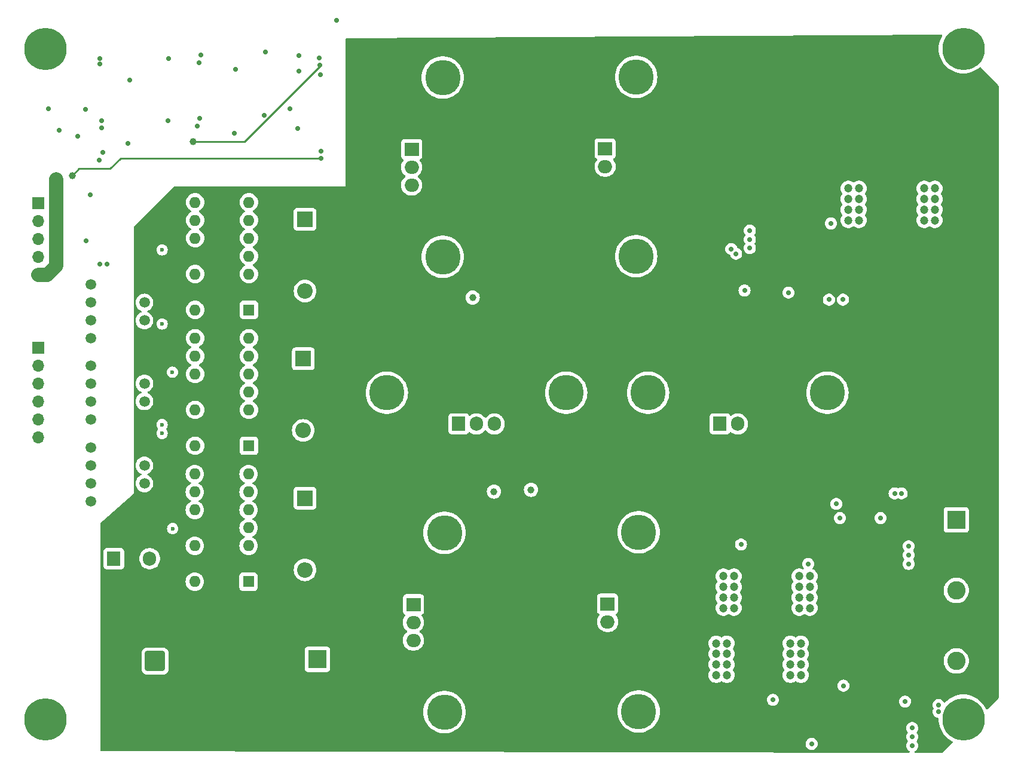
<source format=gbr>
%TF.GenerationSoftware,KiCad,Pcbnew,8.0.8*%
%TF.CreationDate,2025-03-02T15:20:04-08:00*%
%TF.ProjectId,motor_driver,6d6f746f-725f-4647-9269-7665722e6b69,rev?*%
%TF.SameCoordinates,Original*%
%TF.FileFunction,Copper,L3,Inr*%
%TF.FilePolarity,Positive*%
%FSLAX46Y46*%
G04 Gerber Fmt 4.6, Leading zero omitted, Abs format (unit mm)*
G04 Created by KiCad (PCBNEW 8.0.8) date 2025-03-02 15:20:04*
%MOMM*%
%LPD*%
G01*
G04 APERTURE LIST*
G04 Aperture macros list*
%AMRoundRect*
0 Rectangle with rounded corners*
0 $1 Rounding radius*
0 $2 $3 $4 $5 $6 $7 $8 $9 X,Y pos of 4 corners*
0 Add a 4 corners polygon primitive as box body*
4,1,4,$2,$3,$4,$5,$6,$7,$8,$9,$2,$3,0*
0 Add four circle primitives for the rounded corners*
1,1,$1+$1,$2,$3*
1,1,$1+$1,$4,$5*
1,1,$1+$1,$6,$7*
1,1,$1+$1,$8,$9*
0 Add four rect primitives between the rounded corners*
20,1,$1+$1,$2,$3,$4,$5,0*
20,1,$1+$1,$4,$5,$6,$7,0*
20,1,$1+$1,$6,$7,$8,$9,0*
20,1,$1+$1,$8,$9,$2,$3,0*%
G04 Aperture macros list end*
%TA.AperFunction,ComponentPad*%
%ADD10C,5.000000*%
%TD*%
%TA.AperFunction,ComponentPad*%
%ADD11R,2.000000X1.905000*%
%TD*%
%TA.AperFunction,ComponentPad*%
%ADD12O,2.000000X1.905000*%
%TD*%
%TA.AperFunction,ComponentPad*%
%ADD13R,1.600000X1.600000*%
%TD*%
%TA.AperFunction,ComponentPad*%
%ADD14O,1.600000X1.600000*%
%TD*%
%TA.AperFunction,ComponentPad*%
%ADD15R,1.700000X1.700000*%
%TD*%
%TA.AperFunction,ComponentPad*%
%ADD16O,1.700000X1.700000*%
%TD*%
%TA.AperFunction,ComponentPad*%
%ADD17R,2.600000X2.600000*%
%TD*%
%TA.AperFunction,ComponentPad*%
%ADD18C,2.600000*%
%TD*%
%TA.AperFunction,ComponentPad*%
%ADD19R,2.200000X2.200000*%
%TD*%
%TA.AperFunction,ComponentPad*%
%ADD20O,2.200000X2.200000*%
%TD*%
%TA.AperFunction,ComponentPad*%
%ADD21C,1.500000*%
%TD*%
%TA.AperFunction,ComponentPad*%
%ADD22R,1.905000X2.000000*%
%TD*%
%TA.AperFunction,ComponentPad*%
%ADD23O,1.905000X2.000000*%
%TD*%
%TA.AperFunction,ComponentPad*%
%ADD24RoundRect,0.250001X-1.149999X-1.149999X1.149999X-1.149999X1.149999X1.149999X-1.149999X1.149999X0*%
%TD*%
%TA.AperFunction,ComponentPad*%
%ADD25C,2.800000*%
%TD*%
%TA.AperFunction,ViaPad*%
%ADD26C,6.000000*%
%TD*%
%TA.AperFunction,ViaPad*%
%ADD27C,1.200000*%
%TD*%
%TA.AperFunction,ViaPad*%
%ADD28C,0.900000*%
%TD*%
%TA.AperFunction,ViaPad*%
%ADD29C,0.600000*%
%TD*%
%TA.AperFunction,ViaPad*%
%ADD30C,1.000000*%
%TD*%
%TA.AperFunction,ViaPad*%
%ADD31C,0.700000*%
%TD*%
%TA.AperFunction,Conductor*%
%ADD32C,2.000000*%
%TD*%
%TA.AperFunction,Conductor*%
%ADD33C,0.250000*%
%TD*%
G04 APERTURE END LIST*
D10*
%TO.N,*%
%TO.C,Q5*%
X135500000Y-115582500D03*
X135500000Y-140982500D03*
D11*
%TO.N,Net-(Q5-G)*%
X131100000Y-125742500D03*
D12*
%TO.N,+100V*%
X131100000Y-128282500D03*
%TO.N,Net-(Q5-S)*%
X131100000Y-130822500D03*
%TD*%
D13*
%TO.N,Net-(U18-LO)*%
%TO.C,U18*%
X107750000Y-122500000D03*
D14*
%TO.N,GND*%
X107750000Y-119960000D03*
%TO.N,+15V*%
X107750000Y-117420000D03*
%TO.N,unconnected-(U18-NC-Pad4)*%
X107750000Y-114880000D03*
%TO.N,Net-(Q5-S)*%
X107750000Y-112340000D03*
%TO.N,Net-(D3-K)*%
X107750000Y-109800000D03*
%TO.N,Net-(U18-HO)*%
X107750000Y-107260000D03*
%TO.N,unconnected-(U18-NC-Pad8)*%
X100130000Y-107260000D03*
%TO.N,+5V*%
X100130000Y-109800000D03*
%TO.N,Net-(U18-HIN)*%
X100130000Y-112340000D03*
%TO.N,GND*%
X100130000Y-114880000D03*
%TO.N,Net-(U18-LIN)*%
X100130000Y-117420000D03*
%TO.N,GND*%
X100130000Y-119960000D03*
%TO.N,unconnected-(U18-NC-Pad14)*%
X100130000Y-122500000D03*
%TD*%
D15*
%TO.N,/HI_A*%
%TO.C,J4*%
X78000000Y-89340000D03*
D16*
%TO.N,/LO_A*%
X78000000Y-91880000D03*
%TO.N,/HI_B*%
X78000000Y-94420000D03*
%TO.N,/LO_B*%
X78000000Y-96960000D03*
%TO.N,/HI_C*%
X78000000Y-99500000D03*
%TO.N,/LO_C*%
X78000000Y-102040000D03*
%TD*%
D17*
%TO.N,+100V*%
%TO.C,J1*%
X117500000Y-133500000D03*
D18*
%TO.N,GND*%
X107500000Y-133500000D03*
%TD*%
D19*
%TO.N,Net-(D1-K)*%
%TO.C,D1*%
X115750000Y-71170000D03*
D20*
%TO.N,+15V*%
X115750000Y-81330000D03*
%TD*%
D21*
%TO.N,Net-(R42-Pad2)*%
%TO.C,U15*%
X85380000Y-103500000D03*
%TO.N,MCU_GND*%
X85380000Y-106040000D03*
X85380000Y-108580000D03*
%TO.N,Net-(R45-Pad2)*%
X85380000Y-111120000D03*
%TO.N,GND*%
X93000000Y-111120000D03*
%TO.N,Net-(U18-LIN)*%
X93000000Y-108580000D03*
%TO.N,Net-(U18-HIN)*%
X93000000Y-106040000D03*
%TO.N,GND*%
X93000000Y-103500000D03*
%TD*%
D22*
%TO.N,+15V*%
%TO.C,U1*%
X88670000Y-119250000D03*
D23*
%TO.N,GND*%
X91210000Y-119250000D03*
%TO.N,+5V*%
X93750000Y-119250000D03*
%TD*%
D10*
%TO.N,*%
%TO.C,Q4*%
X164332500Y-95750000D03*
X189732500Y-95750000D03*
D22*
%TO.N,Net-(Q4-G)*%
X174492500Y-100150000D03*
D23*
%TO.N,Net-(Q3-S)*%
X177032500Y-100150000D03*
%TO.N,GND*%
X179572500Y-100150000D03*
%TD*%
D19*
%TO.N,Net-(D2-K)*%
%TO.C,D2*%
X115500000Y-90920000D03*
D20*
%TO.N,+15V*%
X115500000Y-101080000D03*
%TD*%
D13*
%TO.N,Net-(U5-LO)*%
%TO.C,U5*%
X107800000Y-84000000D03*
D14*
%TO.N,GND*%
X107800000Y-81460000D03*
%TO.N,+15V*%
X107800000Y-78920000D03*
%TO.N,unconnected-(U5-NC-Pad4)*%
X107800000Y-76380000D03*
%TO.N,Net-(Q1-S)*%
X107800000Y-73840000D03*
%TO.N,Net-(D1-K)*%
X107800000Y-71300000D03*
%TO.N,Net-(U5-HO)*%
X107800000Y-68760000D03*
%TO.N,unconnected-(U5-NC-Pad8)*%
X100180000Y-68760000D03*
%TO.N,+5V*%
X100180000Y-71300000D03*
%TO.N,Net-(U5-HIN)*%
X100180000Y-73840000D03*
%TO.N,GND*%
X100180000Y-76380000D03*
%TO.N,Net-(U5-LIN)*%
X100180000Y-78920000D03*
%TO.N,GND*%
X100180000Y-81460000D03*
%TO.N,unconnected-(U5-NC-Pad14)*%
X100180000Y-84000000D03*
%TD*%
D10*
%TO.N,*%
%TO.C,Q2*%
X162650000Y-50992500D03*
X162650000Y-76392500D03*
D11*
%TO.N,Net-(Q2-G)*%
X158250000Y-61152500D03*
D12*
%TO.N,Net-(Q1-S)*%
X158250000Y-63692500D03*
%TO.N,GND*%
X158250000Y-66232500D03*
%TD*%
D10*
%TO.N,*%
%TO.C,Q6*%
X163000000Y-115500000D03*
X163000000Y-140900000D03*
D11*
%TO.N,Net-(Q6-G)*%
X158600000Y-125660000D03*
D12*
%TO.N,Net-(Q5-S)*%
X158600000Y-128200000D03*
%TO.N,GND*%
X158600000Y-130740000D03*
%TD*%
D19*
%TO.N,Net-(D3-K)*%
%TO.C,D3*%
X115750000Y-110670000D03*
D20*
%TO.N,+15V*%
X115750000Y-120830000D03*
%TD*%
D13*
%TO.N,Net-(U11-LO)*%
%TO.C,U11*%
X107800000Y-103250000D03*
D14*
%TO.N,GND*%
X107800000Y-100710000D03*
%TO.N,+15V*%
X107800000Y-98170000D03*
%TO.N,unconnected-(U11-NC-Pad4)*%
X107800000Y-95630000D03*
%TO.N,Net-(Q3-S)*%
X107800000Y-93090000D03*
%TO.N,Net-(D2-K)*%
X107800000Y-90550000D03*
%TO.N,Net-(U11-HO)*%
X107800000Y-88010000D03*
%TO.N,unconnected-(U11-NC-Pad8)*%
X100180000Y-88010000D03*
%TO.N,+5V*%
X100180000Y-90550000D03*
%TO.N,Net-(U11-HIN)*%
X100180000Y-93090000D03*
%TO.N,GND*%
X100180000Y-95630000D03*
%TO.N,Net-(U11-LIN)*%
X100180000Y-98170000D03*
%TO.N,GND*%
X100180000Y-100710000D03*
%TO.N,unconnected-(U11-NC-Pad14)*%
X100180000Y-103250000D03*
%TD*%
D10*
%TO.N,*%
%TO.C,Q1*%
X135250000Y-51082500D03*
X135250000Y-76482500D03*
D11*
%TO.N,Net-(Q1-G)*%
X130850000Y-61242500D03*
D12*
%TO.N,+100V*%
X130850000Y-63782500D03*
%TO.N,Net-(Q1-S)*%
X130850000Y-66322500D03*
%TD*%
D24*
%TO.N,+15V*%
%TO.C,J2*%
X94500000Y-133750000D03*
D25*
%TO.N,GND*%
X99500000Y-133750000D03*
%TD*%
D21*
%TO.N,Net-(R10-Pad2)*%
%TO.C,U4*%
X85380000Y-80420000D03*
%TO.N,MCU_GND*%
X85380000Y-82960000D03*
X85380000Y-85500000D03*
%TO.N,Net-(R13-Pad2)*%
X85380000Y-88040000D03*
%TO.N,GND*%
X93000000Y-88040000D03*
%TO.N,Net-(U5-LIN)*%
X93000000Y-85500000D03*
%TO.N,Net-(U5-HIN)*%
X93000000Y-82960000D03*
%TO.N,GND*%
X93000000Y-80420000D03*
%TD*%
D10*
%TO.N,*%
%TO.C,Q3*%
X127332500Y-95750000D03*
X152732500Y-95750000D03*
D22*
%TO.N,Net-(Q3-G)*%
X137492500Y-100150000D03*
D23*
%TO.N,+100V*%
X140032500Y-100150000D03*
%TO.N,Net-(Q3-S)*%
X142572500Y-100150000D03*
%TD*%
D21*
%TO.N,Net-(R26-Pad2)*%
%TO.C,U9*%
X85380000Y-91880000D03*
%TO.N,MCU_GND*%
X85380000Y-94420000D03*
X85380000Y-96960000D03*
%TO.N,Net-(R29-Pad2)*%
X85380000Y-99500000D03*
%TO.N,GND*%
X93000000Y-99500000D03*
%TO.N,Net-(U11-LIN)*%
X93000000Y-96960000D03*
%TO.N,Net-(U11-HIN)*%
X93000000Y-94420000D03*
%TO.N,GND*%
X93000000Y-91880000D03*
%TD*%
D15*
%TO.N,/I_A*%
%TO.C,J5*%
X78000000Y-68920000D03*
D16*
%TO.N,/I_B*%
X78000000Y-71460000D03*
%TO.N,/I_C*%
X78000000Y-74000000D03*
%TO.N,MCU_GND*%
X78000000Y-76540000D03*
%TO.N,+3.3V*%
X78000000Y-79080000D03*
%TD*%
D17*
%TO.N,/PHASE_A*%
%TO.C,J3*%
X208000000Y-113750000D03*
D18*
%TO.N,/PHASE_B*%
X208000000Y-123750000D03*
%TO.N,/PHASE_C*%
X208000000Y-133750000D03*
%TD*%
D26*
%TO.N,*%
X79000000Y-142000000D03*
X209000000Y-142000000D03*
X209000000Y-47000000D03*
X79000000Y-47000000D03*
D27*
%TO.N,GND*%
X130000000Y-50000000D03*
X125000000Y-140000000D03*
X140000000Y-145000000D03*
X140000000Y-140000000D03*
X180000000Y-95000000D03*
X155000000Y-90000000D03*
X165000000Y-70000000D03*
X125000000Y-50000000D03*
X185000000Y-55000000D03*
X190000000Y-50000000D03*
X190000000Y-55000000D03*
X125000000Y-145000000D03*
X185000000Y-100000000D03*
X165000000Y-90000000D03*
X213000000Y-80000000D03*
X145000000Y-125000000D03*
X155000000Y-140000000D03*
X200000000Y-55000000D03*
X180000000Y-50000000D03*
X210000000Y-60000000D03*
X155000000Y-85000000D03*
X170000000Y-55000000D03*
X213000000Y-105000000D03*
X145000000Y-85000000D03*
D28*
X113500000Y-79500000D03*
D27*
X130055773Y-139944226D03*
D28*
X89000000Y-115250000D03*
D27*
X175000000Y-145000000D03*
X200000000Y-50000000D03*
X150000000Y-90000000D03*
X144947392Y-145000000D03*
X213000000Y-100000000D03*
X205000000Y-55000000D03*
X175000000Y-140000000D03*
X185000000Y-95000000D03*
X170000000Y-90000000D03*
X145000000Y-50000000D03*
X140000000Y-50000000D03*
X170000000Y-140000000D03*
X195000000Y-50000000D03*
X210000000Y-55000000D03*
X170000000Y-145000000D03*
X213000000Y-85000000D03*
X155000000Y-145000000D03*
X190000000Y-105000000D03*
X170000000Y-85000000D03*
X165000000Y-120000000D03*
X195000000Y-60000000D03*
D29*
X94500000Y-72250000D03*
D27*
X190000000Y-60000000D03*
X190000000Y-100000000D03*
D28*
X88250000Y-114500000D03*
D27*
X125000000Y-135000000D03*
X145000000Y-60000000D03*
D28*
X113250000Y-116750000D03*
X113250000Y-99250000D03*
X113250000Y-97500000D03*
D27*
X175000000Y-95000000D03*
D29*
X94750000Y-89250000D03*
D27*
X155000000Y-50000000D03*
D29*
X95250000Y-107675000D03*
X94500000Y-71250000D03*
D27*
X200000000Y-80000000D03*
D28*
X89750000Y-116000000D03*
D27*
X145000000Y-115000000D03*
X155000000Y-80000000D03*
D29*
X95300000Y-109000000D03*
D27*
X144996834Y-89983519D03*
X140000000Y-60000000D03*
X213000000Y-95000000D03*
X210000000Y-65000000D03*
X130000000Y-145000000D03*
X155000000Y-60000000D03*
X213000000Y-75000000D03*
X213000000Y-90000000D03*
X185000000Y-50000000D03*
X155000000Y-115000000D03*
X185000000Y-105000000D03*
X165000000Y-85000000D03*
D28*
X113250000Y-118500000D03*
D27*
X185000000Y-75000000D03*
X195000000Y-55000000D03*
D28*
X113500000Y-78000000D03*
D27*
X155000000Y-120000000D03*
X145000000Y-140000000D03*
X145000000Y-120000000D03*
X170000000Y-95000000D03*
X200000000Y-60000000D03*
X175000000Y-90000000D03*
X150000000Y-85000000D03*
X155000000Y-75000000D03*
D29*
X94750000Y-90500000D03*
%TO.N,+5V*%
X95500000Y-86000000D03*
X97000000Y-115000000D03*
X95500000Y-75500000D03*
X95500000Y-101500000D03*
X95500000Y-100250000D03*
X96970729Y-92834129D03*
D30*
%TO.N,Net-(D1-K)*%
X139500000Y-82250000D03*
D31*
%TO.N,MCU_GND*%
X86700000Y-49150000D03*
X201742088Y-145745089D03*
X109950000Y-56450000D03*
X87087500Y-61712500D03*
X84687500Y-55612500D03*
X110150000Y-47450000D03*
X176125000Y-75375000D03*
X86700000Y-77500000D03*
X205500000Y-140000000D03*
X200250000Y-110000000D03*
X85300000Y-67700000D03*
X114900000Y-50200000D03*
X96400000Y-48400000D03*
X101012500Y-47862500D03*
X86950000Y-58200000D03*
X86950000Y-57200000D03*
X87700000Y-77500000D03*
X201250000Y-120000000D03*
X114700000Y-58300000D03*
X100700000Y-48962500D03*
X80887500Y-58512500D03*
X100812500Y-56862500D03*
X96300000Y-57200000D03*
X178750000Y-72750000D03*
X100500000Y-57962500D03*
X86700000Y-48350000D03*
X86587500Y-62812500D03*
X205500000Y-140950000D03*
X176800000Y-76050000D03*
X199250000Y-110000000D03*
%TO.N,+3.3V*%
X83587500Y-59412500D03*
X114900000Y-47950000D03*
X105900000Y-49950000D03*
X90700000Y-60450000D03*
X113600000Y-55500000D03*
X105700000Y-58950000D03*
X79387500Y-55512500D03*
D27*
X80500000Y-67250000D03*
D31*
X84750000Y-74250000D03*
X197250000Y-113500000D03*
X178000000Y-81250000D03*
D27*
X80500000Y-68750000D03*
X80500000Y-65750000D03*
D31*
X200750000Y-139500000D03*
X90900000Y-51450000D03*
D27*
%TO.N,Net-(Q1-S)*%
X192700000Y-69800000D03*
X194200000Y-68300000D03*
X194200000Y-69800000D03*
X192700000Y-71300000D03*
X194200000Y-71300000D03*
X192700000Y-68300000D03*
D31*
X190250000Y-71750000D03*
X189950000Y-82550000D03*
D27*
X194200000Y-66800000D03*
X192700000Y-66800000D03*
D31*
X184200000Y-81550000D03*
X191950000Y-82550000D03*
D30*
%TO.N,Net-(D3-K)*%
X142500000Y-109750000D03*
D27*
%TO.N,Net-(Q3-S)*%
X175000000Y-124750000D03*
X176500000Y-124750000D03*
X176500000Y-121750000D03*
X175000000Y-123250000D03*
X175000000Y-126250000D03*
D31*
X191500000Y-113500000D03*
D27*
X176500000Y-126250000D03*
D31*
X177500000Y-117250000D03*
D27*
X176500000Y-123250000D03*
D31*
X187000000Y-120000000D03*
X191000000Y-111500000D03*
D27*
X175000000Y-121750000D03*
%TO.N,Net-(Q5-S)*%
X174000000Y-132750000D03*
X174000000Y-135750000D03*
D31*
X187500000Y-145500000D03*
D27*
X175500000Y-131250000D03*
X175500000Y-132750000D03*
D31*
X192000000Y-137250000D03*
D27*
X175500000Y-134250000D03*
X174000000Y-134250000D03*
X174000000Y-131250000D03*
X175500000Y-135750000D03*
D31*
X182000000Y-139250000D03*
D30*
%TO.N,Net-(D2-K)*%
X147750000Y-109500000D03*
D27*
%TO.N,/PHASE_C*%
X184500000Y-131250000D03*
X184500000Y-132750000D03*
X184500000Y-135750000D03*
X186000000Y-131250000D03*
X186000000Y-135750000D03*
X186000000Y-134250000D03*
X186000000Y-132750000D03*
X184500000Y-134250000D03*
%TO.N,/PHASE_A*%
X203450000Y-66800000D03*
X203450000Y-69800000D03*
X204950000Y-69800000D03*
X203450000Y-68300000D03*
X204950000Y-71300000D03*
X204950000Y-66800000D03*
X203450000Y-71300000D03*
X204950000Y-68300000D03*
%TO.N,/PHASE_B*%
X185750000Y-126250000D03*
X185750000Y-123250000D03*
X187250000Y-126250000D03*
X187250000Y-124750000D03*
X185750000Y-121750000D03*
X185750000Y-124750000D03*
X187250000Y-121750000D03*
X187250000Y-123250000D03*
D31*
%TO.N,Net-(U7-OUTP)*%
X117800000Y-48300000D03*
X201250000Y-117500000D03*
%TO.N,Net-(U7-OUTN)*%
X201250000Y-118750000D03*
X120250000Y-43000000D03*
%TO.N,Net-(U13-OUTP)*%
X118000000Y-61500000D03*
X201750000Y-143250000D03*
%TO.N,Net-(U13-OUTN)*%
X201750000Y-144500000D03*
D30*
X82800000Y-64950000D03*
D31*
X118000000Y-62500000D03*
%TO.N,Net-(U2-OUTP)*%
X117850000Y-49350000D03*
D30*
X99900000Y-60200000D03*
D31*
X178750000Y-75250000D03*
%TO.N,Net-(U2-OUTN)*%
X117887500Y-50662500D03*
X178748113Y-74013011D03*
%TD*%
D32*
%TO.N,+3.3V*%
X78000000Y-79080000D02*
X79202081Y-79080000D01*
X80500000Y-77782081D02*
X80500000Y-65500000D01*
X79202081Y-79080000D02*
X80500000Y-77782081D01*
D33*
%TO.N,Net-(U13-OUTN)*%
X88125000Y-64000000D02*
X89625000Y-62500000D01*
X89625000Y-62500000D02*
X118000000Y-62500000D01*
X83750000Y-64000000D02*
X88125000Y-64000000D01*
X82800000Y-64950000D02*
X83750000Y-64000000D01*
%TO.N,Net-(U2-OUTP)*%
X117850000Y-49504595D02*
X107154595Y-60200000D01*
X117850000Y-49350000D02*
X117850000Y-49504595D01*
X107154595Y-60200000D02*
X99900000Y-60200000D01*
%TD*%
%TA.AperFunction,Conductor*%
%TO.N,GND*%
G36*
X205958788Y-45025772D02*
G01*
X206004851Y-45078308D01*
X206015199Y-45147407D01*
X205996356Y-45198012D01*
X205964319Y-45247345D01*
X205797746Y-45574260D01*
X205666260Y-45916793D01*
X205571294Y-46271209D01*
X205571294Y-46271211D01*
X205513898Y-46633594D01*
X205494696Y-46999999D01*
X205494696Y-47000000D01*
X205513898Y-47366405D01*
X205560302Y-47659388D01*
X205571295Y-47728794D01*
X205657942Y-48052165D01*
X205666260Y-48083206D01*
X205797746Y-48425739D01*
X205964320Y-48752656D01*
X206164147Y-49060364D01*
X206254708Y-49172197D01*
X206395051Y-49345506D01*
X206654494Y-49604949D01*
X206698958Y-49640955D01*
X206939635Y-49835852D01*
X207247343Y-50035679D01*
X207247348Y-50035682D01*
X207574264Y-50202255D01*
X207916801Y-50333742D01*
X208271206Y-50428705D01*
X208633596Y-50486102D01*
X208979734Y-50504241D01*
X208999999Y-50505304D01*
X209000000Y-50505304D01*
X209000001Y-50505304D01*
X209019203Y-50504297D01*
X209366404Y-50486102D01*
X209728794Y-50428705D01*
X210083199Y-50333742D01*
X210425736Y-50202255D01*
X210752652Y-50035682D01*
X211060366Y-49835851D01*
X211313685Y-49630716D01*
X211378167Y-49603827D01*
X211446956Y-49616069D01*
X211480922Y-49640955D01*
X213865283Y-52110472D01*
X213965206Y-52213963D01*
X213997610Y-52275864D01*
X214000000Y-52300093D01*
X214000000Y-138947480D01*
X213980315Y-139014519D01*
X213962279Y-139036542D01*
X212379887Y-140569483D01*
X212318040Y-140601990D01*
X212248436Y-140595900D01*
X212193174Y-140553147D01*
X212183123Y-140536716D01*
X212057094Y-140289372D01*
X212035682Y-140247348D01*
X212031308Y-140240612D01*
X211835852Y-139939635D01*
X211684445Y-139752663D01*
X211604949Y-139654494D01*
X211345506Y-139395051D01*
X211177978Y-139259389D01*
X211060364Y-139164147D01*
X210752656Y-138964320D01*
X210425739Y-138797746D01*
X210083206Y-138666260D01*
X210083199Y-138666258D01*
X209728794Y-138571295D01*
X209728790Y-138571294D01*
X209728789Y-138571294D01*
X209366405Y-138513898D01*
X209000001Y-138494696D01*
X208999999Y-138494696D01*
X208633594Y-138513898D01*
X208271211Y-138571294D01*
X208271209Y-138571294D01*
X207916793Y-138666260D01*
X207574260Y-138797746D01*
X207247343Y-138964320D01*
X206939635Y-139164147D01*
X206654498Y-139395047D01*
X206654490Y-139395054D01*
X206438025Y-139611519D01*
X206376702Y-139645004D01*
X206307010Y-139640020D01*
X206251077Y-139598148D01*
X206242957Y-139585838D01*
X206191860Y-139497336D01*
X206072235Y-139364478D01*
X206072232Y-139364476D01*
X206072231Y-139364475D01*
X206072230Y-139364474D01*
X205927593Y-139259388D01*
X205764267Y-139186671D01*
X205764265Y-139186670D01*
X205601952Y-139152170D01*
X205589391Y-139149500D01*
X205410609Y-139149500D01*
X205398048Y-139152170D01*
X205235733Y-139186670D01*
X205235728Y-139186672D01*
X205072408Y-139259387D01*
X204927768Y-139364475D01*
X204808140Y-139497336D01*
X204718750Y-139652164D01*
X204718747Y-139652170D01*
X204663504Y-139822192D01*
X204663503Y-139822194D01*
X204644815Y-140000000D01*
X204663503Y-140177805D01*
X204663504Y-140177807D01*
X204718750Y-140347836D01*
X204756372Y-140413000D01*
X204772845Y-140480901D01*
X204756372Y-140537000D01*
X204718750Y-140602163D01*
X204663504Y-140772192D01*
X204663503Y-140772194D01*
X204644815Y-140950000D01*
X204663503Y-141127805D01*
X204663504Y-141127807D01*
X204718747Y-141297829D01*
X204718750Y-141297835D01*
X204808141Y-141452665D01*
X204849812Y-141498946D01*
X204927764Y-141585521D01*
X204927767Y-141585523D01*
X204927770Y-141585526D01*
X205072407Y-141690612D01*
X205235733Y-141763329D01*
X205235735Y-141763329D01*
X205235736Y-141763330D01*
X205293626Y-141775634D01*
X205400518Y-141798355D01*
X205461998Y-141831546D01*
X205495775Y-141892709D01*
X205498566Y-141926132D01*
X205494696Y-141999996D01*
X205494696Y-142000000D01*
X205513898Y-142366405D01*
X205543230Y-142551597D01*
X205571295Y-142728794D01*
X205621042Y-142914453D01*
X205666260Y-143083206D01*
X205797746Y-143425739D01*
X205964320Y-143752656D01*
X206164147Y-144060364D01*
X206238486Y-144152165D01*
X206395051Y-144345506D01*
X206654494Y-144604949D01*
X206813311Y-144733557D01*
X206939635Y-144835852D01*
X207196500Y-145002661D01*
X207247348Y-145035682D01*
X207434969Y-145131280D01*
X207485764Y-145179253D01*
X207502559Y-145247074D01*
X207480022Y-145313209D01*
X207464952Y-145330826D01*
X206036174Y-146714956D01*
X205974327Y-146747463D01*
X205949635Y-146749894D01*
X202177169Y-146741985D01*
X202110171Y-146722160D01*
X202064527Y-146669260D01*
X202054728Y-146600081D01*
X202083887Y-146536586D01*
X202126991Y-146504707D01*
X202169681Y-146485701D01*
X202314318Y-146380615D01*
X202318241Y-146376259D01*
X202341434Y-146350500D01*
X202433947Y-146247754D01*
X202523338Y-146092924D01*
X202578585Y-145922892D01*
X202597273Y-145745089D01*
X202578585Y-145567286D01*
X202523338Y-145397254D01*
X202433947Y-145242424D01*
X202404671Y-145209910D01*
X202374441Y-145146919D01*
X202383066Y-145077584D01*
X202404668Y-145043968D01*
X202441859Y-145002665D01*
X202531250Y-144847835D01*
X202586497Y-144677803D01*
X202605185Y-144500000D01*
X202586497Y-144322197D01*
X202531250Y-144152165D01*
X202441859Y-143997335D01*
X202406414Y-143957970D01*
X202376186Y-143894981D01*
X202384811Y-143825646D01*
X202406415Y-143792029D01*
X202441859Y-143752665D01*
X202531250Y-143597835D01*
X202586497Y-143427803D01*
X202605185Y-143250000D01*
X202586497Y-143072197D01*
X202541629Y-142934108D01*
X202531252Y-142902170D01*
X202531249Y-142902164D01*
X202490713Y-142831953D01*
X202441859Y-142747335D01*
X202392653Y-142692686D01*
X202322235Y-142614478D01*
X202322232Y-142614476D01*
X202322231Y-142614475D01*
X202322230Y-142614474D01*
X202177593Y-142509388D01*
X202014267Y-142436671D01*
X202014265Y-142436670D01*
X201886594Y-142409533D01*
X201839391Y-142399500D01*
X201660609Y-142399500D01*
X201629954Y-142406015D01*
X201485733Y-142436670D01*
X201485728Y-142436672D01*
X201322408Y-142509387D01*
X201177768Y-142614475D01*
X201058140Y-142747336D01*
X200968750Y-142902164D01*
X200968747Y-142902170D01*
X200913504Y-143072192D01*
X200913503Y-143072194D01*
X200894815Y-143250000D01*
X200913503Y-143427805D01*
X200913504Y-143427807D01*
X200968747Y-143597829D01*
X200968750Y-143597835D01*
X201058141Y-143752665D01*
X201079504Y-143776391D01*
X201093584Y-143792029D01*
X201123813Y-143855020D01*
X201115187Y-143924356D01*
X201093584Y-143957971D01*
X201058140Y-143997336D01*
X200968750Y-144152164D01*
X200968747Y-144152170D01*
X200913504Y-144322192D01*
X200913503Y-144322194D01*
X200894815Y-144500000D01*
X200913503Y-144677805D01*
X200913504Y-144677807D01*
X200968747Y-144847829D01*
X200968750Y-144847835D01*
X201058141Y-145002665D01*
X201084973Y-145032465D01*
X201087416Y-145035178D01*
X201117646Y-145098169D01*
X201109021Y-145167504D01*
X201087416Y-145201122D01*
X201050232Y-145242418D01*
X201050227Y-145242425D01*
X200960838Y-145397253D01*
X200960835Y-145397259D01*
X200905592Y-145567281D01*
X200905591Y-145567283D01*
X200886903Y-145745089D01*
X200905591Y-145922894D01*
X200905592Y-145922896D01*
X200960835Y-146092918D01*
X200960838Y-146092924D01*
X201050229Y-146247754D01*
X201091900Y-146294035D01*
X201169852Y-146380610D01*
X201169855Y-146380612D01*
X201169858Y-146380615D01*
X201314495Y-146485701D01*
X201353062Y-146502872D01*
X201406299Y-146548121D01*
X201426621Y-146614969D01*
X201407576Y-146682193D01*
X201355211Y-146728449D01*
X201302367Y-146740151D01*
X86873740Y-146500259D01*
X86806742Y-146480434D01*
X86761098Y-146427534D01*
X86750000Y-146376259D01*
X86750000Y-145500000D01*
X186644815Y-145500000D01*
X186663503Y-145677805D01*
X186663504Y-145677807D01*
X186718747Y-145847829D01*
X186718750Y-145847835D01*
X186808141Y-146002665D01*
X186849812Y-146048946D01*
X186927764Y-146135521D01*
X186927767Y-146135523D01*
X186927770Y-146135526D01*
X187072407Y-146240612D01*
X187235733Y-146313329D01*
X187410609Y-146350500D01*
X187410610Y-146350500D01*
X187589389Y-146350500D01*
X187589391Y-146350500D01*
X187764267Y-146313329D01*
X187927593Y-146240612D01*
X188072230Y-146135526D01*
X188191859Y-146002665D01*
X188281250Y-145847835D01*
X188336497Y-145677803D01*
X188355185Y-145500000D01*
X188336497Y-145322197D01*
X188297157Y-145201122D01*
X188281252Y-145152170D01*
X188281249Y-145152164D01*
X188250075Y-145098169D01*
X188191859Y-144997335D01*
X188145003Y-144945296D01*
X188072235Y-144864478D01*
X188072232Y-144864476D01*
X188072231Y-144864475D01*
X188072230Y-144864474D01*
X187927593Y-144759388D01*
X187764267Y-144686671D01*
X187764265Y-144686670D01*
X187636594Y-144659533D01*
X187589391Y-144649500D01*
X187410609Y-144649500D01*
X187379954Y-144656015D01*
X187235733Y-144686670D01*
X187235728Y-144686672D01*
X187072408Y-144759387D01*
X186927768Y-144864475D01*
X186808140Y-144997336D01*
X186718750Y-145152164D01*
X186718747Y-145152170D01*
X186663504Y-145322192D01*
X186663503Y-145322194D01*
X186644815Y-145500000D01*
X86750000Y-145500000D01*
X86750000Y-140982496D01*
X132494415Y-140982496D01*
X132494415Y-140982503D01*
X132514738Y-141331427D01*
X132514739Y-141331438D01*
X132575428Y-141675627D01*
X132575430Y-141675634D01*
X132675674Y-142010472D01*
X132814107Y-142331395D01*
X132814113Y-142331408D01*
X132988870Y-142634097D01*
X133197584Y-142914449D01*
X133197589Y-142914455D01*
X133321463Y-143045753D01*
X133437442Y-143168683D01*
X133606867Y-143310847D01*
X133705186Y-143393347D01*
X133705194Y-143393353D01*
X133997203Y-143585411D01*
X133997207Y-143585413D01*
X134309549Y-143742277D01*
X134637989Y-143861819D01*
X134978086Y-143942423D01*
X135325241Y-143983000D01*
X135325248Y-143983000D01*
X135674752Y-143983000D01*
X135674759Y-143983000D01*
X136021914Y-143942423D01*
X136362011Y-143861819D01*
X136690451Y-143742277D01*
X137002793Y-143585413D01*
X137294811Y-143393349D01*
X137562558Y-143168683D01*
X137802412Y-142914453D01*
X138011130Y-142634096D01*
X138185889Y-142331404D01*
X138324326Y-142010471D01*
X138424569Y-141675636D01*
X138439117Y-141593134D01*
X138485260Y-141331438D01*
X138485259Y-141331438D01*
X138485262Y-141331427D01*
X138505585Y-140982500D01*
X138500780Y-140899996D01*
X159994415Y-140899996D01*
X159994415Y-140900003D01*
X160014738Y-141248927D01*
X160014739Y-141248938D01*
X160075428Y-141593127D01*
X160075430Y-141593134D01*
X160175674Y-141927972D01*
X160314107Y-142248895D01*
X160314113Y-142248908D01*
X160488870Y-142551597D01*
X160697584Y-142831949D01*
X160697589Y-142831955D01*
X160793966Y-142934108D01*
X160937442Y-143086183D01*
X161035761Y-143168682D01*
X161205186Y-143310847D01*
X161205194Y-143310853D01*
X161497203Y-143502911D01*
X161497207Y-143502913D01*
X161809549Y-143659777D01*
X162137989Y-143779319D01*
X162478086Y-143859923D01*
X162825241Y-143900500D01*
X162825248Y-143900500D01*
X163174752Y-143900500D01*
X163174759Y-143900500D01*
X163521914Y-143859923D01*
X163862011Y-143779319D01*
X164190451Y-143659777D01*
X164502793Y-143502913D01*
X164794811Y-143310849D01*
X165062558Y-143086183D01*
X165302412Y-142831953D01*
X165511130Y-142551596D01*
X165685889Y-142248904D01*
X165824326Y-141927971D01*
X165924569Y-141593136D01*
X165925912Y-141585523D01*
X165985260Y-141248938D01*
X165985259Y-141248938D01*
X165985262Y-141248927D01*
X166002673Y-140950000D01*
X166005585Y-140900003D01*
X166005585Y-140899996D01*
X165998141Y-140772192D01*
X165985262Y-140551073D01*
X165982781Y-140537000D01*
X165924571Y-140206872D01*
X165924569Y-140206865D01*
X165915869Y-140177805D01*
X165824326Y-139872029D01*
X165685889Y-139551096D01*
X165553733Y-139322194D01*
X165512052Y-139250000D01*
X181144815Y-139250000D01*
X181163503Y-139427805D01*
X181163504Y-139427807D01*
X181218747Y-139597829D01*
X181218750Y-139597835D01*
X181308141Y-139752665D01*
X181349812Y-139798946D01*
X181427764Y-139885521D01*
X181427767Y-139885523D01*
X181427770Y-139885526D01*
X181572407Y-139990612D01*
X181735733Y-140063329D01*
X181910609Y-140100500D01*
X181910610Y-140100500D01*
X182089389Y-140100500D01*
X182089391Y-140100500D01*
X182264267Y-140063329D01*
X182427593Y-139990612D01*
X182572230Y-139885526D01*
X182691859Y-139752665D01*
X182781250Y-139597835D01*
X182813039Y-139500000D01*
X199894815Y-139500000D01*
X199913503Y-139677805D01*
X199913504Y-139677807D01*
X199968747Y-139847829D01*
X199968750Y-139847835D01*
X200058141Y-140002665D01*
X200099812Y-140048946D01*
X200177764Y-140135521D01*
X200177767Y-140135523D01*
X200177770Y-140135526D01*
X200322407Y-140240612D01*
X200485733Y-140313329D01*
X200660609Y-140350500D01*
X200660610Y-140350500D01*
X200839389Y-140350500D01*
X200839391Y-140350500D01*
X201014267Y-140313329D01*
X201177593Y-140240612D01*
X201322230Y-140135526D01*
X201441859Y-140002665D01*
X201531250Y-139847835D01*
X201586497Y-139677803D01*
X201605185Y-139500000D01*
X201586497Y-139322197D01*
X201542462Y-139186671D01*
X201531252Y-139152170D01*
X201531249Y-139152164D01*
X201529711Y-139149500D01*
X201441859Y-138997335D01*
X201356172Y-138902170D01*
X201322235Y-138864478D01*
X201322232Y-138864476D01*
X201322231Y-138864475D01*
X201322230Y-138864474D01*
X201177593Y-138759388D01*
X201014267Y-138686671D01*
X201014265Y-138686670D01*
X200886594Y-138659533D01*
X200839391Y-138649500D01*
X200660609Y-138649500D01*
X200629954Y-138656015D01*
X200485733Y-138686670D01*
X200485728Y-138686672D01*
X200322408Y-138759387D01*
X200177768Y-138864475D01*
X200058140Y-138997336D01*
X199968750Y-139152164D01*
X199968747Y-139152170D01*
X199913504Y-139322192D01*
X199913503Y-139322194D01*
X199894815Y-139500000D01*
X182813039Y-139500000D01*
X182836497Y-139427803D01*
X182855185Y-139250000D01*
X182836497Y-139072197D01*
X182808873Y-138987181D01*
X182781252Y-138902170D01*
X182781249Y-138902164D01*
X182759490Y-138864476D01*
X182691859Y-138747335D01*
X182637236Y-138686670D01*
X182572235Y-138614478D01*
X182572232Y-138614476D01*
X182572231Y-138614475D01*
X182572230Y-138614474D01*
X182427593Y-138509388D01*
X182264267Y-138436671D01*
X182264265Y-138436670D01*
X182136594Y-138409533D01*
X182089391Y-138399500D01*
X181910609Y-138399500D01*
X181879954Y-138406015D01*
X181735733Y-138436670D01*
X181735728Y-138436672D01*
X181572408Y-138509387D01*
X181427768Y-138614475D01*
X181308140Y-138747336D01*
X181218750Y-138902164D01*
X181218747Y-138902170D01*
X181163504Y-139072192D01*
X181163503Y-139072194D01*
X181144815Y-139250000D01*
X165512052Y-139250000D01*
X165511129Y-139248402D01*
X165302415Y-138968050D01*
X165302410Y-138968044D01*
X165141740Y-138797745D01*
X165062558Y-138713817D01*
X164892707Y-138571295D01*
X164794813Y-138489152D01*
X164794805Y-138489146D01*
X164502796Y-138297088D01*
X164190458Y-138140226D01*
X164190452Y-138140223D01*
X163862012Y-138020681D01*
X163862009Y-138020680D01*
X163521915Y-137940077D01*
X163478519Y-137935004D01*
X163174759Y-137899500D01*
X162825241Y-137899500D01*
X162521480Y-137935004D01*
X162478085Y-137940077D01*
X162478083Y-137940077D01*
X162137990Y-138020680D01*
X162137987Y-138020681D01*
X161809547Y-138140223D01*
X161809541Y-138140226D01*
X161497203Y-138297088D01*
X161205194Y-138489146D01*
X161205186Y-138489152D01*
X160937442Y-138713817D01*
X160937440Y-138713819D01*
X160697589Y-138968044D01*
X160697584Y-138968050D01*
X160488870Y-139248402D01*
X160314113Y-139551091D01*
X160314107Y-139551104D01*
X160175674Y-139872027D01*
X160075430Y-140206865D01*
X160075428Y-140206872D01*
X160014739Y-140551061D01*
X160014738Y-140551072D01*
X159994415Y-140899996D01*
X138500780Y-140899996D01*
X138485262Y-140633573D01*
X138458342Y-140480901D01*
X138424571Y-140289372D01*
X138424569Y-140289365D01*
X138411990Y-140247348D01*
X138324326Y-139954529D01*
X138185889Y-139633596D01*
X138011130Y-139330904D01*
X138004646Y-139322194D01*
X137802415Y-139050550D01*
X137802410Y-139050544D01*
X137662425Y-138902170D01*
X137562558Y-138796317D01*
X137387588Y-138649500D01*
X137294813Y-138571652D01*
X137294805Y-138571646D01*
X137002796Y-138379588D01*
X136690458Y-138222726D01*
X136690452Y-138222723D01*
X136362012Y-138103181D01*
X136362009Y-138103180D01*
X136021915Y-138022577D01*
X135978519Y-138017504D01*
X135674759Y-137982000D01*
X135325241Y-137982000D01*
X135021480Y-138017504D01*
X134978085Y-138022577D01*
X134978083Y-138022577D01*
X134637990Y-138103180D01*
X134637987Y-138103181D01*
X134309547Y-138222723D01*
X134309541Y-138222726D01*
X133997203Y-138379588D01*
X133705194Y-138571646D01*
X133705186Y-138571652D01*
X133437442Y-138796317D01*
X133437440Y-138796319D01*
X133197589Y-139050544D01*
X133197584Y-139050550D01*
X132988870Y-139330902D01*
X132814113Y-139633591D01*
X132814107Y-139633604D01*
X132675674Y-139954527D01*
X132575430Y-140289365D01*
X132575428Y-140289372D01*
X132514739Y-140633561D01*
X132514738Y-140633572D01*
X132494415Y-140982496D01*
X86750000Y-140982496D01*
X86750000Y-137250000D01*
X191144815Y-137250000D01*
X191163503Y-137427805D01*
X191163504Y-137427807D01*
X191218747Y-137597829D01*
X191218750Y-137597835D01*
X191308141Y-137752665D01*
X191349812Y-137798946D01*
X191427764Y-137885521D01*
X191427767Y-137885523D01*
X191427770Y-137885526D01*
X191572407Y-137990612D01*
X191735733Y-138063329D01*
X191910609Y-138100500D01*
X191910610Y-138100500D01*
X192089389Y-138100500D01*
X192089391Y-138100500D01*
X192264267Y-138063329D01*
X192427593Y-137990612D01*
X192572230Y-137885526D01*
X192691859Y-137752665D01*
X192781250Y-137597835D01*
X192836497Y-137427803D01*
X192855185Y-137250000D01*
X192836497Y-137072197D01*
X192781250Y-136902165D01*
X192691859Y-136747335D01*
X192645003Y-136695296D01*
X192572235Y-136614478D01*
X192572232Y-136614476D01*
X192572231Y-136614475D01*
X192572230Y-136614474D01*
X192427593Y-136509388D01*
X192264267Y-136436671D01*
X192264265Y-136436670D01*
X192136594Y-136409533D01*
X192089391Y-136399500D01*
X191910609Y-136399500D01*
X191879954Y-136406015D01*
X191735733Y-136436670D01*
X191735728Y-136436672D01*
X191572408Y-136509387D01*
X191427768Y-136614475D01*
X191308140Y-136747336D01*
X191218750Y-136902164D01*
X191218747Y-136902170D01*
X191163504Y-137072192D01*
X191163503Y-137072194D01*
X191144815Y-137250000D01*
X86750000Y-137250000D01*
X86750000Y-132549984D01*
X92599500Y-132549984D01*
X92599500Y-134950015D01*
X92610000Y-135052795D01*
X92610001Y-135052796D01*
X92665186Y-135219335D01*
X92665187Y-135219337D01*
X92757286Y-135368651D01*
X92757289Y-135368655D01*
X92881344Y-135492710D01*
X92881348Y-135492713D01*
X93030662Y-135584812D01*
X93030664Y-135584813D01*
X93030666Y-135584814D01*
X93197203Y-135639999D01*
X93299992Y-135650500D01*
X93299997Y-135650500D01*
X95700003Y-135650500D01*
X95700008Y-135650500D01*
X95802797Y-135639999D01*
X95969334Y-135584814D01*
X96118655Y-135492711D01*
X96242711Y-135368655D01*
X96334814Y-135219334D01*
X96389999Y-135052797D01*
X96400500Y-134950008D01*
X96400500Y-132549992D01*
X96389999Y-132447203D01*
X96334814Y-132280666D01*
X96309559Y-132239722D01*
X96255535Y-132152135D01*
X115699500Y-132152135D01*
X115699500Y-134847870D01*
X115699501Y-134847876D01*
X115705908Y-134907483D01*
X115756202Y-135042328D01*
X115756206Y-135042335D01*
X115842452Y-135157544D01*
X115842455Y-135157547D01*
X115957664Y-135243793D01*
X115957671Y-135243797D01*
X116092517Y-135294091D01*
X116092516Y-135294091D01*
X116099444Y-135294835D01*
X116152127Y-135300500D01*
X118847872Y-135300499D01*
X118907483Y-135294091D01*
X119042331Y-135243796D01*
X119157546Y-135157546D01*
X119243796Y-135042331D01*
X119294091Y-134907483D01*
X119300500Y-134847873D01*
X119300499Y-132152128D01*
X119294091Y-132092517D01*
X119287455Y-132074726D01*
X119243797Y-131957671D01*
X119243793Y-131957664D01*
X119157547Y-131842455D01*
X119157544Y-131842452D01*
X119042335Y-131756206D01*
X119042328Y-131756202D01*
X118907482Y-131705908D01*
X118907483Y-131705908D01*
X118847883Y-131699501D01*
X118847881Y-131699500D01*
X118847873Y-131699500D01*
X118847864Y-131699500D01*
X116152129Y-131699500D01*
X116152123Y-131699501D01*
X116092516Y-131705908D01*
X115957671Y-131756202D01*
X115957664Y-131756206D01*
X115842455Y-131842452D01*
X115842452Y-131842455D01*
X115756206Y-131957664D01*
X115756202Y-131957671D01*
X115705908Y-132092517D01*
X115701734Y-132131344D01*
X115699501Y-132152123D01*
X115699500Y-132152135D01*
X96255535Y-132152135D01*
X96242713Y-132131348D01*
X96242710Y-132131344D01*
X96118655Y-132007289D01*
X96118651Y-132007286D01*
X95969337Y-131915187D01*
X95969335Y-131915186D01*
X95886065Y-131887593D01*
X95802797Y-131860001D01*
X95802795Y-131860000D01*
X95700015Y-131849500D01*
X95700008Y-131849500D01*
X93299992Y-131849500D01*
X93299984Y-131849500D01*
X93197204Y-131860000D01*
X93197203Y-131860001D01*
X93030664Y-131915186D01*
X93030662Y-131915187D01*
X92881348Y-132007286D01*
X92881344Y-132007289D01*
X92757289Y-132131344D01*
X92757286Y-132131348D01*
X92665187Y-132280662D01*
X92665186Y-132280664D01*
X92610001Y-132447203D01*
X92610000Y-132447204D01*
X92599500Y-132549984D01*
X86750000Y-132549984D01*
X86750000Y-124742135D01*
X129599500Y-124742135D01*
X129599500Y-126742870D01*
X129599501Y-126742876D01*
X129605908Y-126802483D01*
X129656202Y-126937328D01*
X129656206Y-126937335D01*
X129742452Y-127052544D01*
X129742455Y-127052547D01*
X129857664Y-127138793D01*
X129857669Y-127138796D01*
X129885539Y-127149190D01*
X129941473Y-127191061D01*
X129965891Y-127256524D01*
X129951040Y-127324798D01*
X129942525Y-127338259D01*
X129809783Y-127520961D01*
X129705950Y-127724744D01*
X129635278Y-127942250D01*
X129635278Y-127942253D01*
X129599500Y-128168146D01*
X129599500Y-128396853D01*
X129635278Y-128622746D01*
X129635278Y-128622749D01*
X129705950Y-128840255D01*
X129705952Y-128840258D01*
X129809783Y-129044038D01*
X129944214Y-129229066D01*
X130105934Y-129390786D01*
X130175423Y-129441273D01*
X130190438Y-129452182D01*
X130233103Y-129507513D01*
X130239082Y-129577126D01*
X130206476Y-129638921D01*
X130190438Y-129652818D01*
X130105932Y-129714215D01*
X129944216Y-129875931D01*
X129944216Y-129875932D01*
X129944214Y-129875934D01*
X129886480Y-129955396D01*
X129809783Y-130060961D01*
X129705950Y-130264744D01*
X129635278Y-130482250D01*
X129635278Y-130482253D01*
X129599500Y-130708146D01*
X129599500Y-130936853D01*
X129635278Y-131162746D01*
X129635278Y-131162749D01*
X129705950Y-131380255D01*
X129743058Y-131453083D01*
X129809783Y-131584038D01*
X129944214Y-131769066D01*
X130105934Y-131930786D01*
X130290962Y-132065217D01*
X130494742Y-132169048D01*
X130494744Y-132169049D01*
X130712251Y-132239721D01*
X130712252Y-132239721D01*
X130712255Y-132239722D01*
X130938146Y-132275500D01*
X130938147Y-132275500D01*
X131261853Y-132275500D01*
X131261854Y-132275500D01*
X131487745Y-132239722D01*
X131487748Y-132239721D01*
X131487749Y-132239721D01*
X131705255Y-132169049D01*
X131705255Y-132169048D01*
X131705258Y-132169048D01*
X131909038Y-132065217D01*
X132094066Y-131930786D01*
X132255786Y-131769066D01*
X132390217Y-131584038D01*
X132494048Y-131380258D01*
X132536372Y-131249999D01*
X172894785Y-131249999D01*
X172894785Y-131250000D01*
X172913602Y-131453082D01*
X172969417Y-131649247D01*
X172969422Y-131649260D01*
X173060328Y-131831824D01*
X173130898Y-131925274D01*
X173155590Y-131990635D01*
X173141025Y-132058970D01*
X173130898Y-132074726D01*
X173060328Y-132168175D01*
X172969422Y-132350739D01*
X172969417Y-132350752D01*
X172913602Y-132546917D01*
X172894785Y-132749999D01*
X172894785Y-132750000D01*
X172913602Y-132953082D01*
X172969417Y-133149247D01*
X172969422Y-133149260D01*
X173060328Y-133331824D01*
X173130898Y-133425274D01*
X173155590Y-133490635D01*
X173141025Y-133558970D01*
X173130898Y-133574726D01*
X173060328Y-133668175D01*
X172969422Y-133850739D01*
X172969417Y-133850752D01*
X172913602Y-134046917D01*
X172894785Y-134249999D01*
X172894785Y-134250000D01*
X172913602Y-134453082D01*
X172969417Y-134649247D01*
X172969422Y-134649260D01*
X173060328Y-134831824D01*
X173130898Y-134925274D01*
X173155590Y-134990635D01*
X173141025Y-135058970D01*
X173130898Y-135074726D01*
X173060328Y-135168175D01*
X172969422Y-135350739D01*
X172969417Y-135350752D01*
X172913602Y-135546917D01*
X172894785Y-135749999D01*
X172894785Y-135750000D01*
X172913602Y-135953082D01*
X172969417Y-136149247D01*
X172969422Y-136149260D01*
X173060327Y-136331821D01*
X173183237Y-136494581D01*
X173333958Y-136631980D01*
X173333960Y-136631982D01*
X173333962Y-136631983D01*
X173507363Y-136739348D01*
X173697544Y-136813024D01*
X173898024Y-136850500D01*
X173898026Y-136850500D01*
X174101974Y-136850500D01*
X174101976Y-136850500D01*
X174302456Y-136813024D01*
X174492637Y-136739348D01*
X174666041Y-136631981D01*
X174666456Y-136631602D01*
X174666700Y-136631483D01*
X174670615Y-136628527D01*
X174671193Y-136629292D01*
X174729258Y-136600981D01*
X174798645Y-136609174D01*
X174829180Y-136628797D01*
X174829385Y-136628527D01*
X174832962Y-136631228D01*
X174833542Y-136631601D01*
X174833959Y-136631981D01*
X175007363Y-136739348D01*
X175197544Y-136813024D01*
X175398024Y-136850500D01*
X175398026Y-136850500D01*
X175601974Y-136850500D01*
X175601976Y-136850500D01*
X175802456Y-136813024D01*
X175992637Y-136739348D01*
X176166041Y-136631981D01*
X176316764Y-136494579D01*
X176439673Y-136331821D01*
X176530582Y-136149250D01*
X176586397Y-135953083D01*
X176605215Y-135750000D01*
X176586397Y-135546917D01*
X176530582Y-135350750D01*
X176512110Y-135313654D01*
X176477326Y-135243797D01*
X176439673Y-135168179D01*
X176369100Y-135074725D01*
X176344409Y-135009366D01*
X176358974Y-134941031D01*
X176369098Y-134925276D01*
X176439673Y-134831821D01*
X176530582Y-134649250D01*
X176586397Y-134453083D01*
X176605215Y-134250000D01*
X176586397Y-134046917D01*
X176530582Y-133850750D01*
X176439673Y-133668179D01*
X176369100Y-133574725D01*
X176344409Y-133509366D01*
X176358974Y-133441031D01*
X176369098Y-133425276D01*
X176439673Y-133331821D01*
X176530582Y-133149250D01*
X176586397Y-132953083D01*
X176605215Y-132750000D01*
X176586397Y-132546917D01*
X176530582Y-132350750D01*
X176439673Y-132168179D01*
X176369100Y-132074725D01*
X176344409Y-132009366D01*
X176358974Y-131941031D01*
X176369098Y-131925276D01*
X176439673Y-131831821D01*
X176530582Y-131649250D01*
X176586397Y-131453083D01*
X176605215Y-131250000D01*
X176605215Y-131249999D01*
X183394785Y-131249999D01*
X183394785Y-131250000D01*
X183413602Y-131453082D01*
X183469417Y-131649247D01*
X183469422Y-131649260D01*
X183560328Y-131831824D01*
X183630898Y-131925274D01*
X183655590Y-131990635D01*
X183641025Y-132058970D01*
X183630898Y-132074726D01*
X183560328Y-132168175D01*
X183469422Y-132350739D01*
X183469417Y-132350752D01*
X183413602Y-132546917D01*
X183394785Y-132749999D01*
X183394785Y-132750000D01*
X183413602Y-132953082D01*
X183469417Y-133149247D01*
X183469422Y-133149260D01*
X183560328Y-133331824D01*
X183630898Y-133425274D01*
X183655590Y-133490635D01*
X183641025Y-133558970D01*
X183630898Y-133574726D01*
X183560328Y-133668175D01*
X183469422Y-133850739D01*
X183469417Y-133850752D01*
X183413602Y-134046917D01*
X183394785Y-134249999D01*
X183394785Y-134250000D01*
X183413602Y-134453082D01*
X183469417Y-134649247D01*
X183469422Y-134649260D01*
X183560328Y-134831824D01*
X183630898Y-134925274D01*
X183655590Y-134990635D01*
X183641025Y-135058970D01*
X183630898Y-135074726D01*
X183560328Y-135168175D01*
X183469422Y-135350739D01*
X183469417Y-135350752D01*
X183413602Y-135546917D01*
X183394785Y-135749999D01*
X183394785Y-135750000D01*
X183413602Y-135953082D01*
X183469417Y-136149247D01*
X183469422Y-136149260D01*
X183560327Y-136331821D01*
X183683237Y-136494581D01*
X183833958Y-136631980D01*
X183833960Y-136631982D01*
X183833962Y-136631983D01*
X184007363Y-136739348D01*
X184197544Y-136813024D01*
X184398024Y-136850500D01*
X184398026Y-136850500D01*
X184601974Y-136850500D01*
X184601976Y-136850500D01*
X184802456Y-136813024D01*
X184992637Y-136739348D01*
X185166041Y-136631981D01*
X185166456Y-136631602D01*
X185166700Y-136631483D01*
X185170615Y-136628527D01*
X185171193Y-136629292D01*
X185229258Y-136600981D01*
X185298645Y-136609174D01*
X185329180Y-136628797D01*
X185329385Y-136628527D01*
X185332962Y-136631228D01*
X185333542Y-136631601D01*
X185333959Y-136631981D01*
X185507363Y-136739348D01*
X185697544Y-136813024D01*
X185898024Y-136850500D01*
X185898026Y-136850500D01*
X186101974Y-136850500D01*
X186101976Y-136850500D01*
X186302456Y-136813024D01*
X186492637Y-136739348D01*
X186666041Y-136631981D01*
X186816764Y-136494579D01*
X186939673Y-136331821D01*
X187030582Y-136149250D01*
X187086397Y-135953083D01*
X187105215Y-135750000D01*
X187086397Y-135546917D01*
X187030582Y-135350750D01*
X187012110Y-135313654D01*
X186977326Y-135243797D01*
X186939673Y-135168179D01*
X186869100Y-135074725D01*
X186844409Y-135009366D01*
X186858974Y-134941031D01*
X186869098Y-134925276D01*
X186939673Y-134831821D01*
X187030582Y-134649250D01*
X187086397Y-134453083D01*
X187105215Y-134250000D01*
X187086397Y-134046917D01*
X187030582Y-133850750D01*
X186980412Y-133749995D01*
X206194451Y-133749995D01*
X206194451Y-133750004D01*
X206214616Y-134019101D01*
X206274664Y-134282188D01*
X206274666Y-134282195D01*
X206373257Y-134533398D01*
X206508185Y-134767102D01*
X206644080Y-134937509D01*
X206676442Y-134978089D01*
X206756957Y-135052795D01*
X206874259Y-135161635D01*
X207097226Y-135313651D01*
X207340359Y-135430738D01*
X207598228Y-135510280D01*
X207598229Y-135510280D01*
X207598232Y-135510281D01*
X207865063Y-135550499D01*
X207865068Y-135550499D01*
X207865071Y-135550500D01*
X207865072Y-135550500D01*
X208134928Y-135550500D01*
X208134929Y-135550500D01*
X208158701Y-135546917D01*
X208401767Y-135510281D01*
X208401768Y-135510280D01*
X208401772Y-135510280D01*
X208659641Y-135430738D01*
X208902775Y-135313651D01*
X209125741Y-135161635D01*
X209305785Y-134994579D01*
X209323557Y-134978089D01*
X209323557Y-134978087D01*
X209323561Y-134978085D01*
X209491815Y-134767102D01*
X209626743Y-134533398D01*
X209725334Y-134282195D01*
X209785383Y-134019103D01*
X209805549Y-133750000D01*
X209799417Y-133668178D01*
X209787221Y-133505421D01*
X209785383Y-133480897D01*
X209725334Y-133217805D01*
X209626743Y-132966602D01*
X209491815Y-132732898D01*
X209323561Y-132521915D01*
X209323560Y-132521914D01*
X209323557Y-132521910D01*
X209125741Y-132338365D01*
X209033535Y-132275500D01*
X208902775Y-132186349D01*
X208902769Y-132186346D01*
X208902768Y-132186345D01*
X208902767Y-132186344D01*
X208659643Y-132069263D01*
X208659645Y-132069263D01*
X208401773Y-131989720D01*
X208401767Y-131989718D01*
X208134936Y-131949500D01*
X208134929Y-131949500D01*
X207865071Y-131949500D01*
X207865063Y-131949500D01*
X207598232Y-131989718D01*
X207598226Y-131989720D01*
X207340358Y-132069262D01*
X207097230Y-132186346D01*
X206874258Y-132338365D01*
X206676442Y-132521910D01*
X206508185Y-132732898D01*
X206373258Y-132966599D01*
X206373256Y-132966603D01*
X206274666Y-133217804D01*
X206274664Y-133217811D01*
X206214616Y-133480898D01*
X206194451Y-133749995D01*
X186980412Y-133749995D01*
X186939673Y-133668179D01*
X186869100Y-133574725D01*
X186844409Y-133509366D01*
X186858974Y-133441031D01*
X186869098Y-133425276D01*
X186939673Y-133331821D01*
X187030582Y-133149250D01*
X187086397Y-132953083D01*
X187105215Y-132750000D01*
X187086397Y-132546917D01*
X187030582Y-132350750D01*
X186939673Y-132168179D01*
X186869100Y-132074725D01*
X186844409Y-132009366D01*
X186858974Y-131941031D01*
X186869098Y-131925276D01*
X186939673Y-131831821D01*
X187030582Y-131649250D01*
X187086397Y-131453083D01*
X187105215Y-131250000D01*
X187086397Y-131046917D01*
X187030582Y-130850750D01*
X186939673Y-130668179D01*
X186816764Y-130505421D01*
X186816762Y-130505418D01*
X186666041Y-130368019D01*
X186666039Y-130368017D01*
X186492642Y-130260655D01*
X186492635Y-130260651D01*
X186397546Y-130223814D01*
X186302456Y-130186976D01*
X186101976Y-130149500D01*
X185898024Y-130149500D01*
X185697544Y-130186976D01*
X185697541Y-130186976D01*
X185697541Y-130186977D01*
X185507364Y-130260651D01*
X185507357Y-130260655D01*
X185333961Y-130368017D01*
X185333956Y-130368020D01*
X185333535Y-130368405D01*
X185333288Y-130368525D01*
X185329385Y-130371473D01*
X185328808Y-130370709D01*
X185270729Y-130399020D01*
X185201343Y-130390820D01*
X185170818Y-130371203D01*
X185170615Y-130371473D01*
X185167051Y-130368781D01*
X185166465Y-130368405D01*
X185166043Y-130368020D01*
X185166038Y-130368017D01*
X184992642Y-130260655D01*
X184992635Y-130260651D01*
X184897546Y-130223814D01*
X184802456Y-130186976D01*
X184601976Y-130149500D01*
X184398024Y-130149500D01*
X184197544Y-130186976D01*
X184197541Y-130186976D01*
X184197541Y-130186977D01*
X184007364Y-130260651D01*
X184007357Y-130260655D01*
X183833960Y-130368017D01*
X183833958Y-130368019D01*
X183683237Y-130505418D01*
X183560327Y-130668178D01*
X183469422Y-130850739D01*
X183469417Y-130850752D01*
X183413602Y-131046917D01*
X183394785Y-131249999D01*
X176605215Y-131249999D01*
X176586397Y-131046917D01*
X176530582Y-130850750D01*
X176439673Y-130668179D01*
X176316764Y-130505421D01*
X176316762Y-130505418D01*
X176166041Y-130368019D01*
X176166039Y-130368017D01*
X175992642Y-130260655D01*
X175992635Y-130260651D01*
X175897546Y-130223814D01*
X175802456Y-130186976D01*
X175601976Y-130149500D01*
X175398024Y-130149500D01*
X175197544Y-130186976D01*
X175197541Y-130186976D01*
X175197541Y-130186977D01*
X175007364Y-130260651D01*
X175007357Y-130260655D01*
X174833961Y-130368017D01*
X174833956Y-130368020D01*
X174833535Y-130368405D01*
X174833288Y-130368525D01*
X174829385Y-130371473D01*
X174828808Y-130370709D01*
X174770729Y-130399020D01*
X174701343Y-130390820D01*
X174670818Y-130371203D01*
X174670615Y-130371473D01*
X174667051Y-130368781D01*
X174666465Y-130368405D01*
X174666043Y-130368020D01*
X174666038Y-130368017D01*
X174492642Y-130260655D01*
X174492635Y-130260651D01*
X174397546Y-130223814D01*
X174302456Y-130186976D01*
X174101976Y-130149500D01*
X173898024Y-130149500D01*
X173697544Y-130186976D01*
X173697541Y-130186976D01*
X173697541Y-130186977D01*
X173507364Y-130260651D01*
X173507357Y-130260655D01*
X173333960Y-130368017D01*
X173333958Y-130368019D01*
X173183237Y-130505418D01*
X173060327Y-130668178D01*
X172969422Y-130850739D01*
X172969417Y-130850752D01*
X172913602Y-131046917D01*
X172894785Y-131249999D01*
X132536372Y-131249999D01*
X132564722Y-131162745D01*
X132600500Y-130936854D01*
X132600500Y-130708146D01*
X132564722Y-130482255D01*
X132564721Y-130482251D01*
X132564721Y-130482250D01*
X132494049Y-130264744D01*
X132390216Y-130060961D01*
X132255786Y-129875934D01*
X132094066Y-129714214D01*
X132009559Y-129652816D01*
X131966896Y-129597488D01*
X131960917Y-129527875D01*
X131993523Y-129466080D01*
X132009556Y-129452185D01*
X132094066Y-129390786D01*
X132255786Y-129229066D01*
X132390217Y-129044038D01*
X132494048Y-128840258D01*
X132564722Y-128622745D01*
X132600500Y-128396854D01*
X132600500Y-128168146D01*
X132564722Y-127942255D01*
X132564721Y-127942251D01*
X132564721Y-127942250D01*
X132494049Y-127724744D01*
X132390216Y-127520961D01*
X132257472Y-127338255D01*
X132233994Y-127272453D01*
X132249819Y-127204399D01*
X132299925Y-127155704D01*
X132314455Y-127149192D01*
X132342331Y-127138796D01*
X132457546Y-127052546D01*
X132543796Y-126937331D01*
X132594091Y-126802483D01*
X132600500Y-126742873D01*
X132600499Y-124742128D01*
X132594091Y-124682517D01*
X132585556Y-124659635D01*
X157099500Y-124659635D01*
X157099500Y-126660370D01*
X157099501Y-126660376D01*
X157105908Y-126719983D01*
X157156202Y-126854828D01*
X157156206Y-126854835D01*
X157242452Y-126970044D01*
X157242455Y-126970047D01*
X157357664Y-127056293D01*
X157357669Y-127056296D01*
X157385539Y-127066690D01*
X157441473Y-127108561D01*
X157465891Y-127174024D01*
X157451040Y-127242298D01*
X157442525Y-127255759D01*
X157309783Y-127438461D01*
X157205950Y-127642244D01*
X157135278Y-127859750D01*
X157135278Y-127859753D01*
X157099500Y-128085646D01*
X157099500Y-128314353D01*
X157135278Y-128540246D01*
X157135278Y-128540249D01*
X157205950Y-128757755D01*
X157205952Y-128757758D01*
X157309783Y-128961538D01*
X157444214Y-129146566D01*
X157605934Y-129308286D01*
X157790962Y-129442717D01*
X157952878Y-129525217D01*
X157994744Y-129546549D01*
X158212251Y-129617221D01*
X158212252Y-129617221D01*
X158212255Y-129617222D01*
X158438146Y-129653000D01*
X158438147Y-129653000D01*
X158761853Y-129653000D01*
X158761854Y-129653000D01*
X158987745Y-129617222D01*
X158987748Y-129617221D01*
X158987749Y-129617221D01*
X159205255Y-129546549D01*
X159205255Y-129546548D01*
X159205258Y-129546548D01*
X159409038Y-129442717D01*
X159594066Y-129308286D01*
X159755786Y-129146566D01*
X159890217Y-128961538D01*
X159994048Y-128757758D01*
X160064722Y-128540245D01*
X160100500Y-128314354D01*
X160100500Y-128085646D01*
X160064722Y-127859755D01*
X160064721Y-127859751D01*
X160064721Y-127859750D01*
X159994049Y-127642244D01*
X159890216Y-127438461D01*
X159757472Y-127255755D01*
X159733994Y-127189953D01*
X159749819Y-127121899D01*
X159799925Y-127073204D01*
X159814455Y-127066692D01*
X159842331Y-127056296D01*
X159957546Y-126970046D01*
X160043796Y-126854831D01*
X160094091Y-126719983D01*
X160100500Y-126660373D01*
X160100499Y-124659628D01*
X160094091Y-124600017D01*
X160074567Y-124547671D01*
X160043797Y-124465171D01*
X160043793Y-124465164D01*
X159957547Y-124349955D01*
X159957544Y-124349952D01*
X159842335Y-124263706D01*
X159842328Y-124263702D01*
X159707482Y-124213408D01*
X159707483Y-124213408D01*
X159647883Y-124207001D01*
X159647881Y-124207000D01*
X159647873Y-124207000D01*
X159647864Y-124207000D01*
X157552129Y-124207000D01*
X157552123Y-124207001D01*
X157492516Y-124213408D01*
X157357671Y-124263702D01*
X157357664Y-124263706D01*
X157242455Y-124349952D01*
X157242452Y-124349955D01*
X157156206Y-124465164D01*
X157156202Y-124465171D01*
X157105908Y-124600017D01*
X157099501Y-124659616D01*
X157099501Y-124659623D01*
X157099500Y-124659635D01*
X132585556Y-124659635D01*
X132585554Y-124659629D01*
X132543797Y-124547671D01*
X132543793Y-124547664D01*
X132457547Y-124432455D01*
X132457544Y-124432452D01*
X132342335Y-124346206D01*
X132342328Y-124346202D01*
X132207482Y-124295908D01*
X132207483Y-124295908D01*
X132147883Y-124289501D01*
X132147881Y-124289500D01*
X132147873Y-124289500D01*
X132147864Y-124289500D01*
X130052129Y-124289500D01*
X130052123Y-124289501D01*
X129992516Y-124295908D01*
X129857671Y-124346202D01*
X129857664Y-124346206D01*
X129742455Y-124432452D01*
X129742452Y-124432455D01*
X129656206Y-124547664D01*
X129656202Y-124547671D01*
X129605908Y-124682517D01*
X129599501Y-124742116D01*
X129599501Y-124742123D01*
X129599500Y-124742135D01*
X86750000Y-124742135D01*
X86750000Y-122499998D01*
X98824532Y-122499998D01*
X98824532Y-122500001D01*
X98844364Y-122726686D01*
X98844366Y-122726697D01*
X98903258Y-122946488D01*
X98903261Y-122946497D01*
X98999431Y-123152732D01*
X98999432Y-123152734D01*
X99129954Y-123339141D01*
X99290858Y-123500045D01*
X99290861Y-123500047D01*
X99477266Y-123630568D01*
X99683504Y-123726739D01*
X99903308Y-123785635D01*
X100065230Y-123799801D01*
X100129998Y-123805468D01*
X100130000Y-123805468D01*
X100130002Y-123805468D01*
X100186807Y-123800498D01*
X100356692Y-123785635D01*
X100576496Y-123726739D01*
X100782734Y-123630568D01*
X100969139Y-123500047D01*
X101130047Y-123339139D01*
X101260568Y-123152734D01*
X101356739Y-122946496D01*
X101415635Y-122726692D01*
X101435468Y-122500000D01*
X101415635Y-122273308D01*
X101356739Y-122053504D01*
X101260568Y-121847266D01*
X101130047Y-121660861D01*
X101130045Y-121660858D01*
X101121322Y-121652135D01*
X106449500Y-121652135D01*
X106449500Y-123347870D01*
X106449501Y-123347876D01*
X106455908Y-123407483D01*
X106506202Y-123542328D01*
X106506206Y-123542335D01*
X106592452Y-123657544D01*
X106592455Y-123657547D01*
X106707664Y-123743793D01*
X106707671Y-123743797D01*
X106842517Y-123794091D01*
X106842516Y-123794091D01*
X106849444Y-123794835D01*
X106902127Y-123800500D01*
X108597872Y-123800499D01*
X108657483Y-123794091D01*
X108792331Y-123743796D01*
X108907546Y-123657546D01*
X108993796Y-123542331D01*
X109044091Y-123407483D01*
X109050500Y-123347873D01*
X109050499Y-121652128D01*
X109044091Y-121592517D01*
X109031537Y-121558859D01*
X108993797Y-121457671D01*
X108993793Y-121457664D01*
X108907547Y-121342455D01*
X108907544Y-121342452D01*
X108792335Y-121256206D01*
X108792328Y-121256202D01*
X108657482Y-121205908D01*
X108657483Y-121205908D01*
X108597883Y-121199501D01*
X108597881Y-121199500D01*
X108597873Y-121199500D01*
X108597864Y-121199500D01*
X106902129Y-121199500D01*
X106902123Y-121199501D01*
X106842516Y-121205908D01*
X106707671Y-121256202D01*
X106707664Y-121256206D01*
X106592455Y-121342452D01*
X106592452Y-121342455D01*
X106506206Y-121457664D01*
X106506202Y-121457671D01*
X106455908Y-121592517D01*
X106449501Y-121652116D01*
X106449501Y-121652123D01*
X106449500Y-121652135D01*
X101121322Y-121652135D01*
X100969141Y-121499954D01*
X100782734Y-121369432D01*
X100782732Y-121369431D01*
X100576497Y-121273261D01*
X100576488Y-121273258D01*
X100356697Y-121214366D01*
X100356693Y-121214365D01*
X100356692Y-121214365D01*
X100356691Y-121214364D01*
X100356686Y-121214364D01*
X100130002Y-121194532D01*
X100129998Y-121194532D01*
X99903313Y-121214364D01*
X99903302Y-121214366D01*
X99683511Y-121273258D01*
X99683502Y-121273261D01*
X99477267Y-121369431D01*
X99477265Y-121369432D01*
X99290858Y-121499954D01*
X99129954Y-121660858D01*
X98999432Y-121847265D01*
X98999431Y-121847267D01*
X98903261Y-122053502D01*
X98903258Y-122053511D01*
X98844366Y-122273302D01*
X98844364Y-122273313D01*
X98824532Y-122499998D01*
X86750000Y-122499998D01*
X86750000Y-120830000D01*
X114144551Y-120830000D01*
X114164317Y-121081151D01*
X114223126Y-121326110D01*
X114319533Y-121558859D01*
X114451160Y-121773653D01*
X114451161Y-121773656D01*
X114451164Y-121773659D01*
X114614776Y-121965224D01*
X114718139Y-122053504D01*
X114806343Y-122128838D01*
X114806346Y-122128839D01*
X115021140Y-122260466D01*
X115253889Y-122356873D01*
X115498852Y-122415683D01*
X115750000Y-122435449D01*
X116001148Y-122415683D01*
X116246111Y-122356873D01*
X116478859Y-122260466D01*
X116693659Y-122128836D01*
X116885224Y-121965224D01*
X117048836Y-121773659D01*
X117063335Y-121749999D01*
X173894785Y-121749999D01*
X173894785Y-121750000D01*
X173913602Y-121953082D01*
X173969417Y-122149247D01*
X173969422Y-122149260D01*
X174060328Y-122331824D01*
X174130898Y-122425274D01*
X174155590Y-122490635D01*
X174141025Y-122558970D01*
X174130898Y-122574726D01*
X174060328Y-122668175D01*
X173969422Y-122850739D01*
X173969417Y-122850752D01*
X173913602Y-123046917D01*
X173894785Y-123249999D01*
X173894785Y-123250000D01*
X173913602Y-123453082D01*
X173969417Y-123649247D01*
X173969422Y-123649260D01*
X174060328Y-123831824D01*
X174130898Y-123925274D01*
X174155590Y-123990635D01*
X174141025Y-124058970D01*
X174130898Y-124074726D01*
X174060328Y-124168175D01*
X173969422Y-124350739D01*
X173969417Y-124350752D01*
X173913602Y-124546917D01*
X173894785Y-124749999D01*
X173894785Y-124750000D01*
X173913602Y-124953082D01*
X173969417Y-125149247D01*
X173969422Y-125149260D01*
X174060328Y-125331824D01*
X174130898Y-125425274D01*
X174155590Y-125490635D01*
X174141025Y-125558970D01*
X174130898Y-125574726D01*
X174060328Y-125668175D01*
X173969422Y-125850739D01*
X173969417Y-125850752D01*
X173913602Y-126046917D01*
X173894785Y-126249999D01*
X173894785Y-126250000D01*
X173913602Y-126453082D01*
X173969417Y-126649247D01*
X173969422Y-126649260D01*
X174060327Y-126831821D01*
X174183237Y-126994581D01*
X174333958Y-127131980D01*
X174333960Y-127131982D01*
X174372273Y-127155704D01*
X174507363Y-127239348D01*
X174697544Y-127313024D01*
X174898024Y-127350500D01*
X174898026Y-127350500D01*
X175101974Y-127350500D01*
X175101976Y-127350500D01*
X175302456Y-127313024D01*
X175492637Y-127239348D01*
X175666041Y-127131981D01*
X175666456Y-127131602D01*
X175666700Y-127131483D01*
X175670615Y-127128527D01*
X175671193Y-127129292D01*
X175729258Y-127100981D01*
X175798645Y-127109174D01*
X175829180Y-127128797D01*
X175829385Y-127128527D01*
X175832962Y-127131228D01*
X175833542Y-127131601D01*
X175833959Y-127131981D01*
X175833961Y-127131982D01*
X175833962Y-127131983D01*
X175872273Y-127155704D01*
X176007363Y-127239348D01*
X176197544Y-127313024D01*
X176398024Y-127350500D01*
X176398026Y-127350500D01*
X176601974Y-127350500D01*
X176601976Y-127350500D01*
X176802456Y-127313024D01*
X176992637Y-127239348D01*
X177166041Y-127131981D01*
X177316764Y-126994579D01*
X177439673Y-126831821D01*
X177530582Y-126649250D01*
X177586397Y-126453083D01*
X177605215Y-126250000D01*
X177586397Y-126046917D01*
X177530582Y-125850750D01*
X177439673Y-125668179D01*
X177369100Y-125574725D01*
X177344409Y-125509366D01*
X177358974Y-125441031D01*
X177369098Y-125425276D01*
X177439673Y-125331821D01*
X177530582Y-125149250D01*
X177586397Y-124953083D01*
X177605215Y-124750000D01*
X177604485Y-124742127D01*
X177586397Y-124546917D01*
X177553829Y-124432454D01*
X177530582Y-124350750D01*
X177530186Y-124349955D01*
X177486272Y-124261764D01*
X177439673Y-124168179D01*
X177369100Y-124074725D01*
X177344409Y-124009366D01*
X177358974Y-123941031D01*
X177369098Y-123925276D01*
X177439673Y-123831821D01*
X177530582Y-123649250D01*
X177586397Y-123453083D01*
X177605215Y-123250000D01*
X177586397Y-123046917D01*
X177530582Y-122850750D01*
X177439673Y-122668179D01*
X177369100Y-122574725D01*
X177344409Y-122509366D01*
X177358974Y-122441031D01*
X177369098Y-122425276D01*
X177439673Y-122331821D01*
X177530582Y-122149250D01*
X177586397Y-121953083D01*
X177605215Y-121750000D01*
X177605215Y-121749999D01*
X184644785Y-121749999D01*
X184644785Y-121750000D01*
X184663602Y-121953082D01*
X184719417Y-122149247D01*
X184719422Y-122149260D01*
X184810328Y-122331824D01*
X184880898Y-122425274D01*
X184905590Y-122490635D01*
X184891025Y-122558970D01*
X184880898Y-122574726D01*
X184810328Y-122668175D01*
X184719422Y-122850739D01*
X184719417Y-122850752D01*
X184663602Y-123046917D01*
X184644785Y-123249999D01*
X184644785Y-123250000D01*
X184663602Y-123453082D01*
X184719417Y-123649247D01*
X184719422Y-123649260D01*
X184810328Y-123831824D01*
X184880898Y-123925274D01*
X184905590Y-123990635D01*
X184891025Y-124058970D01*
X184880898Y-124074726D01*
X184810328Y-124168175D01*
X184719422Y-124350739D01*
X184719417Y-124350752D01*
X184663602Y-124546917D01*
X184644785Y-124749999D01*
X184644785Y-124750000D01*
X184663602Y-124953082D01*
X184719417Y-125149247D01*
X184719422Y-125149260D01*
X184810328Y-125331824D01*
X184880898Y-125425274D01*
X184905590Y-125490635D01*
X184891025Y-125558970D01*
X184880898Y-125574726D01*
X184810328Y-125668175D01*
X184719422Y-125850739D01*
X184719417Y-125850752D01*
X184663602Y-126046917D01*
X184644785Y-126249999D01*
X184644785Y-126250000D01*
X184663602Y-126453082D01*
X184719417Y-126649247D01*
X184719422Y-126649260D01*
X184810327Y-126831821D01*
X184933237Y-126994581D01*
X185083958Y-127131980D01*
X185083960Y-127131982D01*
X185122273Y-127155704D01*
X185257363Y-127239348D01*
X185447544Y-127313024D01*
X185648024Y-127350500D01*
X185648026Y-127350500D01*
X185851974Y-127350500D01*
X185851976Y-127350500D01*
X186052456Y-127313024D01*
X186242637Y-127239348D01*
X186416041Y-127131981D01*
X186416456Y-127131602D01*
X186416700Y-127131483D01*
X186420615Y-127128527D01*
X186421193Y-127129292D01*
X186479258Y-127100981D01*
X186548645Y-127109174D01*
X186579180Y-127128797D01*
X186579385Y-127128527D01*
X186582962Y-127131228D01*
X186583542Y-127131601D01*
X186583959Y-127131981D01*
X186583961Y-127131982D01*
X186583962Y-127131983D01*
X186622273Y-127155704D01*
X186757363Y-127239348D01*
X186947544Y-127313024D01*
X187148024Y-127350500D01*
X187148026Y-127350500D01*
X187351974Y-127350500D01*
X187351976Y-127350500D01*
X187552456Y-127313024D01*
X187742637Y-127239348D01*
X187916041Y-127131981D01*
X188066764Y-126994579D01*
X188189673Y-126831821D01*
X188280582Y-126649250D01*
X188336397Y-126453083D01*
X188355215Y-126250000D01*
X188336397Y-126046917D01*
X188280582Y-125850750D01*
X188189673Y-125668179D01*
X188119100Y-125574725D01*
X188094409Y-125509366D01*
X188108974Y-125441031D01*
X188119098Y-125425276D01*
X188189673Y-125331821D01*
X188280582Y-125149250D01*
X188336397Y-124953083D01*
X188355215Y-124750000D01*
X188354485Y-124742127D01*
X188336397Y-124546917D01*
X188303829Y-124432454D01*
X188280582Y-124350750D01*
X188280186Y-124349955D01*
X188236272Y-124261764D01*
X188189673Y-124168179D01*
X188119100Y-124074725D01*
X188094409Y-124009366D01*
X188108974Y-123941031D01*
X188119098Y-123925276D01*
X188189673Y-123831821D01*
X188230417Y-123749995D01*
X206194451Y-123749995D01*
X206194451Y-123750004D01*
X206214616Y-124019101D01*
X206274664Y-124282188D01*
X206274666Y-124282195D01*
X206346479Y-124465171D01*
X206373257Y-124533398D01*
X206508185Y-124767102D01*
X206644080Y-124937509D01*
X206676442Y-124978089D01*
X206860908Y-125149247D01*
X206874259Y-125161635D01*
X207097226Y-125313651D01*
X207340359Y-125430738D01*
X207598228Y-125510280D01*
X207598229Y-125510280D01*
X207598232Y-125510281D01*
X207865063Y-125550499D01*
X207865068Y-125550499D01*
X207865071Y-125550500D01*
X207865072Y-125550500D01*
X208134928Y-125550500D01*
X208134929Y-125550500D01*
X208134936Y-125550499D01*
X208401767Y-125510281D01*
X208401768Y-125510280D01*
X208401772Y-125510280D01*
X208659641Y-125430738D01*
X208902775Y-125313651D01*
X209125741Y-125161635D01*
X209323561Y-124978085D01*
X209491815Y-124767102D01*
X209626743Y-124533398D01*
X209725334Y-124282195D01*
X209785383Y-124019103D01*
X209799418Y-123831821D01*
X209805549Y-123750004D01*
X209805549Y-123749995D01*
X209785383Y-123480898D01*
X209785383Y-123480897D01*
X209725334Y-123217805D01*
X209626743Y-122966602D01*
X209491815Y-122732898D01*
X209323561Y-122521915D01*
X209323560Y-122521914D01*
X209323557Y-122521910D01*
X209125741Y-122338365D01*
X209011484Y-122260466D01*
X208902775Y-122186349D01*
X208902769Y-122186346D01*
X208902768Y-122186345D01*
X208902767Y-122186344D01*
X208659643Y-122069263D01*
X208659645Y-122069263D01*
X208401773Y-121989720D01*
X208401767Y-121989718D01*
X208134936Y-121949500D01*
X208134929Y-121949500D01*
X207865071Y-121949500D01*
X207865063Y-121949500D01*
X207598232Y-121989718D01*
X207598226Y-121989720D01*
X207340358Y-122069262D01*
X207097230Y-122186346D01*
X206874258Y-122338365D01*
X206676442Y-122521910D01*
X206508185Y-122732898D01*
X206373258Y-122966599D01*
X206373256Y-122966603D01*
X206274666Y-123217804D01*
X206274664Y-123217811D01*
X206214616Y-123480898D01*
X206194451Y-123749995D01*
X188230417Y-123749995D01*
X188280582Y-123649250D01*
X188336397Y-123453083D01*
X188355215Y-123250000D01*
X188336397Y-123046917D01*
X188280582Y-122850750D01*
X188189673Y-122668179D01*
X188119100Y-122574725D01*
X188094409Y-122509366D01*
X188108974Y-122441031D01*
X188119098Y-122425276D01*
X188189673Y-122331821D01*
X188280582Y-122149250D01*
X188336397Y-121953083D01*
X188355215Y-121750000D01*
X188336397Y-121546917D01*
X188280582Y-121350750D01*
X188276451Y-121342454D01*
X188208460Y-121205909D01*
X188189673Y-121168179D01*
X188066764Y-121005421D01*
X188066762Y-121005418D01*
X187916041Y-120868019D01*
X187916039Y-120868017D01*
X187742642Y-120760655D01*
X187742641Y-120760654D01*
X187742637Y-120760652D01*
X187700454Y-120744310D01*
X187645053Y-120701739D01*
X187621462Y-120635972D01*
X187637173Y-120567891D01*
X187653091Y-120545720D01*
X187691859Y-120502665D01*
X187781250Y-120347835D01*
X187836497Y-120177803D01*
X187855185Y-120000000D01*
X187836497Y-119822197D01*
X187781250Y-119652165D01*
X187691859Y-119497335D01*
X187645003Y-119445296D01*
X187572235Y-119364478D01*
X187572232Y-119364476D01*
X187572231Y-119364475D01*
X187572230Y-119364474D01*
X187427593Y-119259388D01*
X187264267Y-119186671D01*
X187264265Y-119186670D01*
X187136594Y-119159533D01*
X187089391Y-119149500D01*
X186910609Y-119149500D01*
X186879954Y-119156015D01*
X186735733Y-119186670D01*
X186735728Y-119186672D01*
X186572408Y-119259387D01*
X186427768Y-119364475D01*
X186308140Y-119497336D01*
X186218750Y-119652164D01*
X186218747Y-119652170D01*
X186163504Y-119822192D01*
X186163503Y-119822194D01*
X186144815Y-120000000D01*
X186163503Y-120177805D01*
X186163504Y-120177807D01*
X186218747Y-120347829D01*
X186218750Y-120347835D01*
X186308141Y-120502665D01*
X186341952Y-120540216D01*
X186351990Y-120551364D01*
X186382220Y-120614355D01*
X186373595Y-120683690D01*
X186328854Y-120737356D01*
X186262201Y-120758314D01*
X186215046Y-120749963D01*
X186052459Y-120686977D01*
X186052458Y-120686976D01*
X186052456Y-120686976D01*
X185851976Y-120649500D01*
X185648024Y-120649500D01*
X185447544Y-120686976D01*
X185447541Y-120686976D01*
X185447541Y-120686977D01*
X185257364Y-120760651D01*
X185257357Y-120760655D01*
X185083960Y-120868017D01*
X185083958Y-120868019D01*
X184933237Y-121005418D01*
X184810327Y-121168178D01*
X184719422Y-121350739D01*
X184719417Y-121350752D01*
X184663602Y-121546917D01*
X184644785Y-121749999D01*
X177605215Y-121749999D01*
X177586397Y-121546917D01*
X177530582Y-121350750D01*
X177526451Y-121342454D01*
X177458460Y-121205909D01*
X177439673Y-121168179D01*
X177316764Y-121005421D01*
X177316762Y-121005418D01*
X177166041Y-120868019D01*
X177166039Y-120868017D01*
X176992642Y-120760655D01*
X176992635Y-120760651D01*
X176874077Y-120714722D01*
X176802456Y-120686976D01*
X176601976Y-120649500D01*
X176398024Y-120649500D01*
X176197544Y-120686976D01*
X176197541Y-120686976D01*
X176197541Y-120686977D01*
X176007364Y-120760651D01*
X176007357Y-120760655D01*
X175833961Y-120868017D01*
X175833956Y-120868020D01*
X175833535Y-120868405D01*
X175833288Y-120868525D01*
X175829385Y-120871473D01*
X175828808Y-120870709D01*
X175770729Y-120899020D01*
X175701343Y-120890820D01*
X175670818Y-120871203D01*
X175670615Y-120871473D01*
X175667051Y-120868781D01*
X175666465Y-120868405D01*
X175666043Y-120868020D01*
X175666038Y-120868017D01*
X175492642Y-120760655D01*
X175492635Y-120760651D01*
X175374077Y-120714722D01*
X175302456Y-120686976D01*
X175101976Y-120649500D01*
X174898024Y-120649500D01*
X174697544Y-120686976D01*
X174697541Y-120686976D01*
X174697541Y-120686977D01*
X174507364Y-120760651D01*
X174507357Y-120760655D01*
X174333960Y-120868017D01*
X174333958Y-120868019D01*
X174183237Y-121005418D01*
X174060327Y-121168178D01*
X173969422Y-121350739D01*
X173969417Y-121350752D01*
X173913602Y-121546917D01*
X173894785Y-121749999D01*
X117063335Y-121749999D01*
X117180466Y-121558859D01*
X117276873Y-121326111D01*
X117335683Y-121081148D01*
X117355449Y-120830000D01*
X117335683Y-120578852D01*
X117276873Y-120333889D01*
X117212221Y-120177805D01*
X117180466Y-120101140D01*
X117048839Y-119886346D01*
X117048838Y-119886343D01*
X116994049Y-119822194D01*
X116885224Y-119694776D01*
X116758571Y-119586604D01*
X116693656Y-119531161D01*
X116693653Y-119531160D01*
X116478859Y-119399533D01*
X116246110Y-119303126D01*
X116001151Y-119244317D01*
X115750000Y-119224551D01*
X115498848Y-119244317D01*
X115253889Y-119303126D01*
X115021140Y-119399533D01*
X114806346Y-119531160D01*
X114806343Y-119531161D01*
X114614776Y-119694776D01*
X114451161Y-119886343D01*
X114451160Y-119886346D01*
X114319533Y-120101140D01*
X114223126Y-120333889D01*
X114164317Y-120578848D01*
X114144551Y-120830000D01*
X86750000Y-120830000D01*
X86750000Y-118202135D01*
X87217000Y-118202135D01*
X87217000Y-120297870D01*
X87217001Y-120297876D01*
X87223408Y-120357483D01*
X87273702Y-120492328D01*
X87273706Y-120492335D01*
X87359952Y-120607544D01*
X87359955Y-120607547D01*
X87475164Y-120693793D01*
X87475171Y-120693797D01*
X87610017Y-120744091D01*
X87610016Y-120744091D01*
X87612063Y-120744311D01*
X87669627Y-120750500D01*
X89670372Y-120750499D01*
X89729983Y-120744091D01*
X89864831Y-120693796D01*
X89980046Y-120607546D01*
X90066296Y-120492331D01*
X90116591Y-120357483D01*
X90123000Y-120297873D01*
X90122999Y-119088146D01*
X92297000Y-119088146D01*
X92297000Y-119411854D01*
X92314889Y-119524799D01*
X92332778Y-119637746D01*
X92332778Y-119637749D01*
X92403450Y-119855255D01*
X92419292Y-119886346D01*
X92507283Y-120059038D01*
X92641714Y-120244066D01*
X92803434Y-120405786D01*
X92988462Y-120540217D01*
X93064280Y-120578848D01*
X93192244Y-120644049D01*
X93409751Y-120714721D01*
X93409752Y-120714721D01*
X93409755Y-120714722D01*
X93635646Y-120750500D01*
X93635647Y-120750500D01*
X93864353Y-120750500D01*
X93864354Y-120750500D01*
X94090245Y-120714722D01*
X94090248Y-120714721D01*
X94090249Y-120714721D01*
X94307755Y-120644049D01*
X94307755Y-120644048D01*
X94307758Y-120644048D01*
X94511538Y-120540217D01*
X94696566Y-120405786D01*
X94858286Y-120244066D01*
X94992717Y-120059038D01*
X95096548Y-119855258D01*
X95167222Y-119637745D01*
X95203000Y-119411854D01*
X95203000Y-119088146D01*
X95167222Y-118862255D01*
X95167221Y-118862251D01*
X95167221Y-118862250D01*
X95096549Y-118644744D01*
X95065088Y-118582999D01*
X94992717Y-118440962D01*
X94858286Y-118255934D01*
X94696566Y-118094214D01*
X94511538Y-117959783D01*
X94307755Y-117855950D01*
X94090248Y-117785278D01*
X93904812Y-117755908D01*
X93864354Y-117749500D01*
X93635646Y-117749500D01*
X93595188Y-117755908D01*
X93409753Y-117785278D01*
X93409750Y-117785278D01*
X93192244Y-117855950D01*
X92988461Y-117959783D01*
X92922550Y-118007671D01*
X92803434Y-118094214D01*
X92803432Y-118094216D01*
X92803431Y-118094216D01*
X92641716Y-118255931D01*
X92641716Y-118255932D01*
X92641714Y-118255934D01*
X92639384Y-118259141D01*
X92507283Y-118440961D01*
X92403450Y-118644744D01*
X92332778Y-118862250D01*
X92332778Y-118862253D01*
X92332778Y-118862255D01*
X92297000Y-119088146D01*
X90122999Y-119088146D01*
X90122999Y-118202128D01*
X90116591Y-118142517D01*
X90079111Y-118042029D01*
X90066297Y-118007671D01*
X90066293Y-118007664D01*
X89980047Y-117892455D01*
X89980044Y-117892452D01*
X89864835Y-117806206D01*
X89864828Y-117806202D01*
X89729982Y-117755908D01*
X89729983Y-117755908D01*
X89670383Y-117749501D01*
X89670381Y-117749500D01*
X89670373Y-117749500D01*
X89670364Y-117749500D01*
X87669629Y-117749500D01*
X87669623Y-117749501D01*
X87610016Y-117755908D01*
X87475171Y-117806202D01*
X87475164Y-117806206D01*
X87359955Y-117892452D01*
X87359952Y-117892455D01*
X87273706Y-118007664D01*
X87273702Y-118007671D01*
X87223408Y-118142517D01*
X87218797Y-118185411D01*
X87217001Y-118202123D01*
X87217000Y-118202135D01*
X86750000Y-118202135D01*
X86750000Y-117419998D01*
X98824532Y-117419998D01*
X98824532Y-117420001D01*
X98844364Y-117646686D01*
X98844366Y-117646697D01*
X98903258Y-117866488D01*
X98903261Y-117866497D01*
X98999431Y-118072732D01*
X98999432Y-118072734D01*
X99129954Y-118259141D01*
X99290858Y-118420045D01*
X99290861Y-118420047D01*
X99477266Y-118550568D01*
X99683504Y-118646739D01*
X99903308Y-118705635D01*
X100065230Y-118719801D01*
X100129998Y-118725468D01*
X100130000Y-118725468D01*
X100130002Y-118725468D01*
X100186673Y-118720509D01*
X100356692Y-118705635D01*
X100576496Y-118646739D01*
X100782734Y-118550568D01*
X100969139Y-118420047D01*
X101130047Y-118259139D01*
X101260568Y-118072734D01*
X101356739Y-117866496D01*
X101415635Y-117646692D01*
X101435468Y-117420000D01*
X101415635Y-117193308D01*
X101363125Y-116997336D01*
X101356741Y-116973511D01*
X101356738Y-116973502D01*
X101305898Y-116864476D01*
X101260568Y-116767266D01*
X101130047Y-116580861D01*
X101130045Y-116580858D01*
X100969141Y-116419954D01*
X100782734Y-116289432D01*
X100782732Y-116289431D01*
X100576497Y-116193261D01*
X100576488Y-116193258D01*
X100356697Y-116134366D01*
X100356693Y-116134365D01*
X100356692Y-116134365D01*
X100356691Y-116134364D01*
X100356686Y-116134364D01*
X100130002Y-116114532D01*
X100129998Y-116114532D01*
X99903313Y-116134364D01*
X99903302Y-116134366D01*
X99683511Y-116193258D01*
X99683502Y-116193261D01*
X99477267Y-116289431D01*
X99477265Y-116289432D01*
X99290858Y-116419954D01*
X99129954Y-116580858D01*
X98999432Y-116767265D01*
X98999431Y-116767267D01*
X98903261Y-116973502D01*
X98903258Y-116973511D01*
X98844366Y-117193302D01*
X98844364Y-117193313D01*
X98824532Y-117419998D01*
X86750000Y-117419998D01*
X86750000Y-114999996D01*
X96194435Y-114999996D01*
X96194435Y-115000003D01*
X96214630Y-115179249D01*
X96214631Y-115179254D01*
X96274211Y-115349523D01*
X96364863Y-115493793D01*
X96370184Y-115502262D01*
X96497738Y-115629816D01*
X96588080Y-115686582D01*
X96639897Y-115719141D01*
X96650478Y-115725789D01*
X96820745Y-115785368D01*
X96820750Y-115785369D01*
X96999996Y-115805565D01*
X97000000Y-115805565D01*
X97000004Y-115805565D01*
X97179249Y-115785369D01*
X97179252Y-115785368D01*
X97179255Y-115785368D01*
X97349522Y-115725789D01*
X97502262Y-115629816D01*
X97629816Y-115502262D01*
X97725789Y-115349522D01*
X97785368Y-115179255D01*
X97787821Y-115157483D01*
X97805565Y-115000003D01*
X97805565Y-114999996D01*
X97785369Y-114820750D01*
X97785368Y-114820745D01*
X97725788Y-114650476D01*
X97629815Y-114497737D01*
X97502262Y-114370184D01*
X97349523Y-114274211D01*
X97179254Y-114214631D01*
X97179249Y-114214630D01*
X97000004Y-114194435D01*
X96999996Y-114194435D01*
X96820750Y-114214630D01*
X96820745Y-114214631D01*
X96650476Y-114274211D01*
X96497737Y-114370184D01*
X96370184Y-114497737D01*
X96274211Y-114650476D01*
X96214631Y-114820745D01*
X96214630Y-114820750D01*
X96194435Y-114999996D01*
X86750000Y-114999996D01*
X86750000Y-114305442D01*
X86769685Y-114238403D01*
X86791317Y-114213032D01*
X87198845Y-113848402D01*
X91500000Y-110000000D01*
X91500000Y-108622870D01*
X91512421Y-108580567D01*
X91502431Y-108561561D01*
X91500000Y-108537129D01*
X91500000Y-106082870D01*
X91512421Y-106040567D01*
X91510653Y-106037203D01*
X91736080Y-106037203D01*
X91742977Y-106047935D01*
X91747528Y-106072063D01*
X91763793Y-106257975D01*
X91763793Y-106257979D01*
X91820422Y-106469322D01*
X91820424Y-106469326D01*
X91820425Y-106469330D01*
X91866661Y-106568484D01*
X91912897Y-106667638D01*
X91912898Y-106667639D01*
X92038402Y-106846877D01*
X92193123Y-107001598D01*
X92372360Y-107127101D01*
X92372361Y-107127102D01*
X92523583Y-107197618D01*
X92576022Y-107243790D01*
X92595174Y-107310984D01*
X92574958Y-107377865D01*
X92523583Y-107422382D01*
X92372361Y-107492898D01*
X92372357Y-107492900D01*
X92193121Y-107618402D01*
X92038402Y-107773121D01*
X91912900Y-107952357D01*
X91912898Y-107952361D01*
X91820426Y-108150668D01*
X91820422Y-108150677D01*
X91763793Y-108362020D01*
X91763793Y-108362024D01*
X91747528Y-108547936D01*
X91736080Y-108577203D01*
X91742977Y-108587935D01*
X91747528Y-108612063D01*
X91750181Y-108642382D01*
X91760818Y-108763976D01*
X91763793Y-108797975D01*
X91763793Y-108797979D01*
X91820422Y-109009322D01*
X91820424Y-109009326D01*
X91820425Y-109009330D01*
X91834315Y-109039117D01*
X91912897Y-109207638D01*
X91916270Y-109212455D01*
X92038402Y-109386877D01*
X92193123Y-109541598D01*
X92372361Y-109667102D01*
X92570670Y-109759575D01*
X92782023Y-109816207D01*
X92964926Y-109832208D01*
X92999998Y-109835277D01*
X93000000Y-109835277D01*
X93000002Y-109835277D01*
X93028254Y-109832805D01*
X93217977Y-109816207D01*
X93429330Y-109759575D01*
X93627639Y-109667102D01*
X93806877Y-109541598D01*
X93961598Y-109386877D01*
X94087102Y-109207639D01*
X94179575Y-109009330D01*
X94236207Y-108797977D01*
X94254583Y-108587935D01*
X94255277Y-108580002D01*
X94255277Y-108579997D01*
X94244965Y-108462135D01*
X94236207Y-108362023D01*
X94179575Y-108150670D01*
X94087102Y-107952362D01*
X94087100Y-107952359D01*
X94087099Y-107952357D01*
X93961599Y-107773124D01*
X93894963Y-107706488D01*
X93806877Y-107618402D01*
X93627639Y-107492898D01*
X93476414Y-107422381D01*
X93423977Y-107376210D01*
X93404825Y-107309016D01*
X93419642Y-107259998D01*
X98824532Y-107259998D01*
X98824532Y-107260001D01*
X98844364Y-107486686D01*
X98844366Y-107486697D01*
X98903258Y-107706488D01*
X98903261Y-107706497D01*
X98999431Y-107912732D01*
X98999432Y-107912734D01*
X99129954Y-108099141D01*
X99290858Y-108260045D01*
X99290861Y-108260047D01*
X99477266Y-108390568D01*
X99535275Y-108417618D01*
X99587714Y-108463791D01*
X99606866Y-108530984D01*
X99586650Y-108597865D01*
X99535275Y-108642382D01*
X99477267Y-108669431D01*
X99477265Y-108669432D01*
X99290858Y-108799954D01*
X99129954Y-108960858D01*
X98999432Y-109147265D01*
X98999431Y-109147267D01*
X98903261Y-109353502D01*
X98903258Y-109353511D01*
X98844366Y-109573302D01*
X98844364Y-109573313D01*
X98824532Y-109799998D01*
X98824532Y-109800001D01*
X98844364Y-110026686D01*
X98844366Y-110026697D01*
X98903258Y-110246488D01*
X98903261Y-110246497D01*
X98999431Y-110452732D01*
X98999432Y-110452734D01*
X99129954Y-110639141D01*
X99290858Y-110800045D01*
X99290861Y-110800047D01*
X99477266Y-110930568D01*
X99535275Y-110957618D01*
X99587714Y-111003791D01*
X99606866Y-111070984D01*
X99586650Y-111137865D01*
X99535275Y-111182382D01*
X99477267Y-111209431D01*
X99477265Y-111209432D01*
X99290858Y-111339954D01*
X99129954Y-111500858D01*
X98999432Y-111687265D01*
X98999431Y-111687267D01*
X98903261Y-111893502D01*
X98903258Y-111893511D01*
X98844366Y-112113302D01*
X98844364Y-112113313D01*
X98824532Y-112339998D01*
X98824532Y-112340001D01*
X98844364Y-112566686D01*
X98844366Y-112566697D01*
X98903258Y-112786488D01*
X98903261Y-112786497D01*
X98999431Y-112992732D01*
X98999432Y-112992734D01*
X99129954Y-113179141D01*
X99290858Y-113340045D01*
X99290861Y-113340047D01*
X99477266Y-113470568D01*
X99683504Y-113566739D01*
X99683509Y-113566740D01*
X99683511Y-113566741D01*
X99736415Y-113580916D01*
X99903308Y-113625635D01*
X100065230Y-113639801D01*
X100129998Y-113645468D01*
X100130000Y-113645468D01*
X100130002Y-113645468D01*
X100186673Y-113640509D01*
X100356692Y-113625635D01*
X100576496Y-113566739D01*
X100782734Y-113470568D01*
X100969139Y-113340047D01*
X101130047Y-113179139D01*
X101260568Y-112992734D01*
X101356739Y-112786496D01*
X101415635Y-112566692D01*
X101435468Y-112340000D01*
X101415635Y-112113308D01*
X101356739Y-111893504D01*
X101260568Y-111687266D01*
X101130047Y-111500861D01*
X101130045Y-111500858D01*
X100969141Y-111339954D01*
X100782734Y-111209432D01*
X100782728Y-111209429D01*
X100724725Y-111182382D01*
X100672285Y-111136210D01*
X100653133Y-111069017D01*
X100673348Y-111002135D01*
X100724725Y-110957618D01*
X100782734Y-110930568D01*
X100969139Y-110800047D01*
X101130047Y-110639139D01*
X101260568Y-110452734D01*
X101356739Y-110246496D01*
X101415635Y-110026692D01*
X101435468Y-109800000D01*
X101431931Y-109759577D01*
X101423841Y-109667102D01*
X101415635Y-109573308D01*
X101365681Y-109386877D01*
X101356741Y-109353511D01*
X101356738Y-109353502D01*
X101344692Y-109327669D01*
X101260568Y-109147266D01*
X101130047Y-108960861D01*
X101130045Y-108960858D01*
X100969141Y-108799954D01*
X100782734Y-108669432D01*
X100782728Y-108669429D01*
X100724725Y-108642382D01*
X100672285Y-108596210D01*
X100653133Y-108529017D01*
X100673348Y-108462135D01*
X100724725Y-108417618D01*
X100782734Y-108390568D01*
X100969139Y-108260047D01*
X101130047Y-108099139D01*
X101260568Y-107912734D01*
X101356739Y-107706496D01*
X101415635Y-107486692D01*
X101435468Y-107260000D01*
X101435468Y-107259998D01*
X106444532Y-107259998D01*
X106444532Y-107260001D01*
X106464364Y-107486686D01*
X106464366Y-107486697D01*
X106523258Y-107706488D01*
X106523261Y-107706497D01*
X106619431Y-107912732D01*
X106619432Y-107912734D01*
X106749954Y-108099141D01*
X106910858Y-108260045D01*
X106910861Y-108260047D01*
X107097266Y-108390568D01*
X107155275Y-108417618D01*
X107207714Y-108463791D01*
X107226866Y-108530984D01*
X107206650Y-108597865D01*
X107155275Y-108642382D01*
X107097267Y-108669431D01*
X107097265Y-108669432D01*
X106910858Y-108799954D01*
X106749954Y-108960858D01*
X106619432Y-109147265D01*
X106619431Y-109147267D01*
X106523261Y-109353502D01*
X106523258Y-109353511D01*
X106464366Y-109573302D01*
X106464364Y-109573313D01*
X106444532Y-109799998D01*
X106444532Y-109800001D01*
X106464364Y-110026686D01*
X106464366Y-110026697D01*
X106523258Y-110246488D01*
X106523261Y-110246497D01*
X106619431Y-110452732D01*
X106619432Y-110452734D01*
X106749954Y-110639141D01*
X106910858Y-110800045D01*
X106910861Y-110800047D01*
X107097266Y-110930568D01*
X107155275Y-110957618D01*
X107207714Y-111003791D01*
X107226866Y-111070984D01*
X107206650Y-111137865D01*
X107155275Y-111182382D01*
X107097267Y-111209431D01*
X107097265Y-111209432D01*
X106910858Y-111339954D01*
X106749954Y-111500858D01*
X106619432Y-111687265D01*
X106619431Y-111687267D01*
X106523261Y-111893502D01*
X106523258Y-111893511D01*
X106464366Y-112113302D01*
X106464364Y-112113313D01*
X106444532Y-112339998D01*
X106444532Y-112340001D01*
X106464364Y-112566686D01*
X106464366Y-112566697D01*
X106523258Y-112786488D01*
X106523261Y-112786497D01*
X106619431Y-112992732D01*
X106619432Y-112992734D01*
X106749954Y-113179141D01*
X106910858Y-113340045D01*
X106910861Y-113340047D01*
X107097266Y-113470568D01*
X107155275Y-113497618D01*
X107207714Y-113543791D01*
X107226866Y-113610984D01*
X107206650Y-113677865D01*
X107155275Y-113722382D01*
X107097267Y-113749431D01*
X107097265Y-113749432D01*
X106910858Y-113879954D01*
X106749954Y-114040858D01*
X106619432Y-114227265D01*
X106619431Y-114227267D01*
X106523261Y-114433502D01*
X106523258Y-114433511D01*
X106464366Y-114653302D01*
X106464364Y-114653313D01*
X106444532Y-114879998D01*
X106444532Y-114880001D01*
X106464364Y-115106686D01*
X106464366Y-115106697D01*
X106523258Y-115326488D01*
X106523261Y-115326497D01*
X106619431Y-115532732D01*
X106619432Y-115532734D01*
X106749954Y-115719141D01*
X106910858Y-115880045D01*
X106910861Y-115880047D01*
X107097266Y-116010568D01*
X107155275Y-116037618D01*
X107207714Y-116083791D01*
X107226866Y-116150984D01*
X107206650Y-116217865D01*
X107155275Y-116262382D01*
X107097267Y-116289431D01*
X107097265Y-116289432D01*
X106910858Y-116419954D01*
X106749954Y-116580858D01*
X106619432Y-116767265D01*
X106619431Y-116767267D01*
X106523261Y-116973502D01*
X106523258Y-116973511D01*
X106464366Y-117193302D01*
X106464364Y-117193313D01*
X106444532Y-117419998D01*
X106444532Y-117420001D01*
X106464364Y-117646686D01*
X106464366Y-117646697D01*
X106523258Y-117866488D01*
X106523261Y-117866497D01*
X106619431Y-118072732D01*
X106619432Y-118072734D01*
X106749954Y-118259141D01*
X106910858Y-118420045D01*
X106910861Y-118420047D01*
X107097266Y-118550568D01*
X107303504Y-118646739D01*
X107523308Y-118705635D01*
X107685230Y-118719801D01*
X107749998Y-118725468D01*
X107750000Y-118725468D01*
X107750002Y-118725468D01*
X107806673Y-118720509D01*
X107976692Y-118705635D01*
X108196496Y-118646739D01*
X108402734Y-118550568D01*
X108589139Y-118420047D01*
X108750047Y-118259139D01*
X108880568Y-118072734D01*
X108976739Y-117866496D01*
X109035635Y-117646692D01*
X109055468Y-117420000D01*
X109035635Y-117193308D01*
X108983125Y-116997336D01*
X108976741Y-116973511D01*
X108976738Y-116973502D01*
X108925898Y-116864476D01*
X108880568Y-116767266D01*
X108750047Y-116580861D01*
X108750045Y-116580858D01*
X108589141Y-116419954D01*
X108402734Y-116289432D01*
X108402728Y-116289429D01*
X108344725Y-116262382D01*
X108292285Y-116216210D01*
X108273133Y-116149017D01*
X108293348Y-116082135D01*
X108344725Y-116037618D01*
X108402734Y-116010568D01*
X108589139Y-115880047D01*
X108750047Y-115719139D01*
X108845725Y-115582496D01*
X132494415Y-115582496D01*
X132494415Y-115582503D01*
X132514738Y-115931427D01*
X132514739Y-115931438D01*
X132575428Y-116275627D01*
X132575430Y-116275634D01*
X132675674Y-116610472D01*
X132814107Y-116931395D01*
X132814113Y-116931408D01*
X132988870Y-117234097D01*
X133197584Y-117514449D01*
X133197589Y-117514455D01*
X133276249Y-117597829D01*
X133437442Y-117768683D01*
X133584947Y-117892454D01*
X133705186Y-117993347D01*
X133705194Y-117993353D01*
X133997203Y-118185411D01*
X133997207Y-118185413D01*
X134309549Y-118342277D01*
X134637989Y-118461819D01*
X134978086Y-118542423D01*
X135325241Y-118583000D01*
X135325248Y-118583000D01*
X135674752Y-118583000D01*
X135674759Y-118583000D01*
X136021914Y-118542423D01*
X136362011Y-118461819D01*
X136690451Y-118342277D01*
X137002793Y-118185413D01*
X137174112Y-118072734D01*
X137294805Y-117993353D01*
X137294805Y-117993352D01*
X137294811Y-117993349D01*
X137562558Y-117768683D01*
X137802412Y-117514453D01*
X138011130Y-117234096D01*
X138185889Y-116931404D01*
X138324326Y-116610471D01*
X138424569Y-116275636D01*
X138435048Y-116216210D01*
X138485260Y-115931438D01*
X138485259Y-115931438D01*
X138485262Y-115931427D01*
X138505585Y-115582500D01*
X138500780Y-115499996D01*
X159994415Y-115499996D01*
X159994415Y-115500003D01*
X160014738Y-115848927D01*
X160014739Y-115848938D01*
X160075428Y-116193127D01*
X160075430Y-116193134D01*
X160175674Y-116527972D01*
X160314107Y-116848895D01*
X160314113Y-116848908D01*
X160488870Y-117151597D01*
X160697584Y-117431949D01*
X160697589Y-117431955D01*
X160821463Y-117563253D01*
X160937442Y-117686183D01*
X161080478Y-117806204D01*
X161205186Y-117910847D01*
X161205194Y-117910853D01*
X161497203Y-118102911D01*
X161497207Y-118102913D01*
X161809549Y-118259777D01*
X162137989Y-118379319D01*
X162478086Y-118459923D01*
X162825241Y-118500500D01*
X162825248Y-118500500D01*
X163174752Y-118500500D01*
X163174759Y-118500500D01*
X163521914Y-118459923D01*
X163862011Y-118379319D01*
X164190451Y-118259777D01*
X164502793Y-118102913D01*
X164794811Y-117910849D01*
X165062558Y-117686183D01*
X165302412Y-117431953D01*
X165437871Y-117250000D01*
X176644815Y-117250000D01*
X176663503Y-117427805D01*
X176663504Y-117427807D01*
X176718747Y-117597829D01*
X176718750Y-117597835D01*
X176808141Y-117752665D01*
X176822563Y-117768682D01*
X176927764Y-117885521D01*
X176927767Y-117885523D01*
X176927770Y-117885526D01*
X177072407Y-117990612D01*
X177235733Y-118063329D01*
X177410609Y-118100500D01*
X177410610Y-118100500D01*
X177589389Y-118100500D01*
X177589391Y-118100500D01*
X177764267Y-118063329D01*
X177927593Y-117990612D01*
X178072230Y-117885526D01*
X178191859Y-117752665D01*
X178281250Y-117597835D01*
X178313039Y-117500000D01*
X200394815Y-117500000D01*
X200413503Y-117677805D01*
X200413504Y-117677807D01*
X200468747Y-117847829D01*
X200468750Y-117847835D01*
X200558141Y-118002665D01*
X200579504Y-118026391D01*
X200593584Y-118042029D01*
X200623813Y-118105020D01*
X200615187Y-118174356D01*
X200593584Y-118207971D01*
X200558140Y-118247336D01*
X200468750Y-118402164D01*
X200468747Y-118402170D01*
X200413504Y-118572192D01*
X200413503Y-118572194D01*
X200394815Y-118750000D01*
X200413503Y-118927805D01*
X200413504Y-118927807D01*
X200468747Y-119097829D01*
X200468750Y-119097835D01*
X200558141Y-119252665D01*
X200579504Y-119276391D01*
X200593584Y-119292029D01*
X200623813Y-119355020D01*
X200615187Y-119424356D01*
X200593584Y-119457971D01*
X200558140Y-119497336D01*
X200468750Y-119652164D01*
X200468747Y-119652170D01*
X200413504Y-119822192D01*
X200413503Y-119822194D01*
X200394815Y-120000000D01*
X200413503Y-120177805D01*
X200413504Y-120177807D01*
X200468747Y-120347829D01*
X200468750Y-120347835D01*
X200558141Y-120502665D01*
X200591952Y-120540216D01*
X200677764Y-120635521D01*
X200677767Y-120635523D01*
X200677770Y-120635526D01*
X200822407Y-120740612D01*
X200985733Y-120813329D01*
X201160609Y-120850500D01*
X201160610Y-120850500D01*
X201339389Y-120850500D01*
X201339391Y-120850500D01*
X201514267Y-120813329D01*
X201677593Y-120740612D01*
X201822230Y-120635526D01*
X201847423Y-120607547D01*
X201848148Y-120606741D01*
X201941859Y-120502665D01*
X202031250Y-120347835D01*
X202086497Y-120177803D01*
X202105185Y-120000000D01*
X202086497Y-119822197D01*
X202031250Y-119652165D01*
X201961390Y-119531164D01*
X201941861Y-119497338D01*
X201941860Y-119497337D01*
X201941859Y-119497335D01*
X201906414Y-119457970D01*
X201876186Y-119394981D01*
X201884811Y-119325646D01*
X201906415Y-119292029D01*
X201941859Y-119252665D01*
X202031250Y-119097835D01*
X202086497Y-118927803D01*
X202105185Y-118750000D01*
X202086497Y-118572197D01*
X202050017Y-118459923D01*
X202031252Y-118402170D01*
X202031249Y-118402164D01*
X201941861Y-118247338D01*
X201941860Y-118247337D01*
X201941859Y-118247335D01*
X201906414Y-118207970D01*
X201876186Y-118144981D01*
X201884811Y-118075646D01*
X201906415Y-118042029D01*
X201941859Y-118002665D01*
X202031250Y-117847835D01*
X202086497Y-117677803D01*
X202105185Y-117500000D01*
X202086497Y-117322197D01*
X202031250Y-117152165D01*
X201941859Y-116997335D01*
X201856172Y-116902170D01*
X201822235Y-116864478D01*
X201822232Y-116864476D01*
X201822231Y-116864475D01*
X201822230Y-116864474D01*
X201677593Y-116759388D01*
X201514267Y-116686671D01*
X201514265Y-116686670D01*
X201386594Y-116659533D01*
X201339391Y-116649500D01*
X201160609Y-116649500D01*
X201129954Y-116656015D01*
X200985733Y-116686670D01*
X200985728Y-116686672D01*
X200822408Y-116759387D01*
X200677768Y-116864475D01*
X200558140Y-116997336D01*
X200468750Y-117152164D01*
X200468747Y-117152170D01*
X200413504Y-117322192D01*
X200413503Y-117322194D01*
X200394815Y-117500000D01*
X178313039Y-117500000D01*
X178336497Y-117427803D01*
X178355185Y-117250000D01*
X178336497Y-117072197D01*
X178290752Y-116931408D01*
X178281252Y-116902170D01*
X178281249Y-116902164D01*
X178259490Y-116864476D01*
X178191859Y-116747335D01*
X178103768Y-116649500D01*
X178072235Y-116614478D01*
X178072232Y-116614476D01*
X178072231Y-116614475D01*
X178072230Y-116614474D01*
X177927593Y-116509388D01*
X177764267Y-116436671D01*
X177764265Y-116436670D01*
X177636594Y-116409533D01*
X177589391Y-116399500D01*
X177410609Y-116399500D01*
X177379954Y-116406015D01*
X177235733Y-116436670D01*
X177235728Y-116436672D01*
X177072408Y-116509387D01*
X176927768Y-116614475D01*
X176808140Y-116747336D01*
X176718750Y-116902164D01*
X176718747Y-116902170D01*
X176663504Y-117072192D01*
X176663503Y-117072194D01*
X176644815Y-117250000D01*
X165437871Y-117250000D01*
X165511130Y-117151596D01*
X165685889Y-116848904D01*
X165824326Y-116527971D01*
X165924569Y-116193136D01*
X165932002Y-116150984D01*
X165985260Y-115848938D01*
X165985259Y-115848938D01*
X165985262Y-115848927D01*
X166005585Y-115500000D01*
X166005223Y-115493793D01*
X166000200Y-115407544D01*
X165985262Y-115151073D01*
X165985260Y-115151061D01*
X165924571Y-114806872D01*
X165924569Y-114806865D01*
X165878597Y-114653308D01*
X165824326Y-114472029D01*
X165685889Y-114151096D01*
X165511130Y-113848404D01*
X165511129Y-113848402D01*
X165302415Y-113568050D01*
X165302410Y-113568044D01*
X165238213Y-113500000D01*
X190644815Y-113500000D01*
X190663503Y-113677805D01*
X190663504Y-113677807D01*
X190718747Y-113847829D01*
X190718750Y-113847835D01*
X190808141Y-114002665D01*
X190842530Y-114040858D01*
X190927764Y-114135521D01*
X190927767Y-114135523D01*
X190927770Y-114135526D01*
X191072407Y-114240612D01*
X191235733Y-114313329D01*
X191410609Y-114350500D01*
X191410610Y-114350500D01*
X191589389Y-114350500D01*
X191589391Y-114350500D01*
X191764267Y-114313329D01*
X191927593Y-114240612D01*
X192072230Y-114135526D01*
X192191859Y-114002665D01*
X192281250Y-113847835D01*
X192336497Y-113677803D01*
X192355185Y-113500000D01*
X196394815Y-113500000D01*
X196413503Y-113677805D01*
X196413504Y-113677807D01*
X196468747Y-113847829D01*
X196468750Y-113847835D01*
X196558141Y-114002665D01*
X196592530Y-114040858D01*
X196677764Y-114135521D01*
X196677767Y-114135523D01*
X196677770Y-114135526D01*
X196822407Y-114240612D01*
X196985733Y-114313329D01*
X197160609Y-114350500D01*
X197160610Y-114350500D01*
X197339389Y-114350500D01*
X197339391Y-114350500D01*
X197514267Y-114313329D01*
X197677593Y-114240612D01*
X197822230Y-114135526D01*
X197941859Y-114002665D01*
X198031250Y-113847835D01*
X198086497Y-113677803D01*
X198105185Y-113500000D01*
X198086497Y-113322197D01*
X198040015Y-113179141D01*
X198031252Y-113152170D01*
X198031249Y-113152164D01*
X197994869Y-113089152D01*
X197941859Y-112997335D01*
X197895003Y-112945296D01*
X197822235Y-112864478D01*
X197822232Y-112864476D01*
X197822231Y-112864475D01*
X197822230Y-112864474D01*
X197677593Y-112759388D01*
X197514267Y-112686671D01*
X197514265Y-112686670D01*
X197386594Y-112659533D01*
X197339391Y-112649500D01*
X197160609Y-112649500D01*
X197129954Y-112656015D01*
X196985733Y-112686670D01*
X196985728Y-112686672D01*
X196822408Y-112759387D01*
X196677768Y-112864475D01*
X196558140Y-112997336D01*
X196468750Y-113152164D01*
X196468747Y-113152170D01*
X196413504Y-113322192D01*
X196413503Y-113322194D01*
X196394815Y-113500000D01*
X192355185Y-113500000D01*
X192336497Y-113322197D01*
X192290015Y-113179141D01*
X192281252Y-113152170D01*
X192281249Y-113152164D01*
X192244869Y-113089152D01*
X192191859Y-112997335D01*
X192145003Y-112945296D01*
X192072235Y-112864478D01*
X192072232Y-112864476D01*
X192072231Y-112864475D01*
X192072230Y-112864474D01*
X191927593Y-112759388D01*
X191764267Y-112686671D01*
X191764265Y-112686670D01*
X191636594Y-112659533D01*
X191589391Y-112649500D01*
X191410609Y-112649500D01*
X191379954Y-112656015D01*
X191235733Y-112686670D01*
X191235728Y-112686672D01*
X191072408Y-112759387D01*
X190927768Y-112864475D01*
X190808140Y-112997336D01*
X190718750Y-113152164D01*
X190718747Y-113152170D01*
X190663504Y-113322192D01*
X190663503Y-113322194D01*
X190644815Y-113500000D01*
X165238213Y-113500000D01*
X165186433Y-113445117D01*
X165062558Y-113313817D01*
X164893125Y-113171646D01*
X164794813Y-113089152D01*
X164794805Y-113089146D01*
X164502796Y-112897088D01*
X164190458Y-112740226D01*
X164190452Y-112740223D01*
X163862012Y-112620681D01*
X163862009Y-112620680D01*
X163521915Y-112540077D01*
X163478519Y-112535004D01*
X163174759Y-112499500D01*
X162825241Y-112499500D01*
X162521480Y-112535004D01*
X162478085Y-112540077D01*
X162478083Y-112540077D01*
X162137990Y-112620680D01*
X162137987Y-112620681D01*
X161809547Y-112740223D01*
X161809541Y-112740226D01*
X161497203Y-112897088D01*
X161205194Y-113089146D01*
X161205186Y-113089152D01*
X160937442Y-113313817D01*
X160937440Y-113313819D01*
X160697589Y-113568044D01*
X160697584Y-113568050D01*
X160488870Y-113848402D01*
X160314113Y-114151091D01*
X160314107Y-114151104D01*
X160175674Y-114472027D01*
X160075430Y-114806865D01*
X160075428Y-114806872D01*
X160014739Y-115151061D01*
X160014738Y-115151072D01*
X159994415Y-115499996D01*
X138500780Y-115499996D01*
X138485262Y-115233573D01*
X138485260Y-115233561D01*
X138424571Y-114889372D01*
X138424569Y-114889365D01*
X138421766Y-114880001D01*
X138324326Y-114554529D01*
X138185889Y-114233596D01*
X138011130Y-113930904D01*
X138011129Y-113930902D01*
X137802415Y-113650550D01*
X137802410Y-113650544D01*
X137632609Y-113470567D01*
X137562558Y-113396317D01*
X137414488Y-113272072D01*
X137294813Y-113171652D01*
X137294805Y-113171646D01*
X137002796Y-112979588D01*
X136690458Y-112822726D01*
X136690452Y-112822723D01*
X136362012Y-112703181D01*
X136362009Y-112703180D01*
X136021915Y-112622577D01*
X135978519Y-112617504D01*
X135674759Y-112582000D01*
X135325241Y-112582000D01*
X135021480Y-112617504D01*
X134978085Y-112622577D01*
X134978083Y-112622577D01*
X134637990Y-112703180D01*
X134637987Y-112703181D01*
X134309547Y-112822723D01*
X134309541Y-112822726D01*
X133997203Y-112979588D01*
X133705194Y-113171646D01*
X133705186Y-113171652D01*
X133437442Y-113396317D01*
X133437440Y-113396319D01*
X133197589Y-113650544D01*
X133197584Y-113650550D01*
X132988870Y-113930902D01*
X132814113Y-114233591D01*
X132814107Y-114233604D01*
X132675674Y-114554527D01*
X132575430Y-114889365D01*
X132575428Y-114889372D01*
X132514739Y-115233561D01*
X132514738Y-115233572D01*
X132494415Y-115582496D01*
X108845725Y-115582496D01*
X108880568Y-115532734D01*
X108976739Y-115326496D01*
X109035635Y-115106692D01*
X109055468Y-114880000D01*
X109035635Y-114653308D01*
X108976739Y-114433504D01*
X108880568Y-114227266D01*
X108750047Y-114040861D01*
X108750045Y-114040858D01*
X108589141Y-113879954D01*
X108402734Y-113749432D01*
X108402728Y-113749429D01*
X108344725Y-113722382D01*
X108292285Y-113676210D01*
X108273133Y-113609017D01*
X108293348Y-113542135D01*
X108344725Y-113497618D01*
X108402734Y-113470568D01*
X108589139Y-113340047D01*
X108750047Y-113179139D01*
X108880568Y-112992734D01*
X108976739Y-112786496D01*
X109035635Y-112566692D01*
X109050032Y-112402135D01*
X206199500Y-112402135D01*
X206199500Y-115097870D01*
X206199501Y-115097876D01*
X206205908Y-115157483D01*
X206256202Y-115292328D01*
X206256206Y-115292335D01*
X206342452Y-115407544D01*
X206342455Y-115407547D01*
X206457664Y-115493793D01*
X206457671Y-115493797D01*
X206592517Y-115544091D01*
X206592516Y-115544091D01*
X206599444Y-115544835D01*
X206652127Y-115550500D01*
X209347872Y-115550499D01*
X209407483Y-115544091D01*
X209542331Y-115493796D01*
X209657546Y-115407546D01*
X209743796Y-115292331D01*
X209794091Y-115157483D01*
X209800500Y-115097873D01*
X209800499Y-112402128D01*
X209794091Y-112342517D01*
X209793152Y-112340000D01*
X209743797Y-112207671D01*
X209743793Y-112207664D01*
X209657547Y-112092455D01*
X209657544Y-112092452D01*
X209542335Y-112006206D01*
X209542328Y-112006202D01*
X209407482Y-111955908D01*
X209407483Y-111955908D01*
X209347883Y-111949501D01*
X209347881Y-111949500D01*
X209347873Y-111949500D01*
X209347864Y-111949500D01*
X206652129Y-111949500D01*
X206652123Y-111949501D01*
X206592516Y-111955908D01*
X206457671Y-112006202D01*
X206457664Y-112006206D01*
X206342455Y-112092452D01*
X206342452Y-112092455D01*
X206256206Y-112207664D01*
X206256202Y-112207671D01*
X206205908Y-112342517D01*
X206199501Y-112402116D01*
X206199501Y-112402123D01*
X206199500Y-112402135D01*
X109050032Y-112402135D01*
X109055468Y-112340000D01*
X109035635Y-112113308D01*
X108976739Y-111893504D01*
X108880568Y-111687266D01*
X108750047Y-111500861D01*
X108750045Y-111500858D01*
X108589141Y-111339954D01*
X108402734Y-111209432D01*
X108402728Y-111209429D01*
X108344725Y-111182382D01*
X108292285Y-111136210D01*
X108273133Y-111069017D01*
X108293348Y-111002135D01*
X108344725Y-110957618D01*
X108402734Y-110930568D01*
X108589139Y-110800047D01*
X108750047Y-110639139D01*
X108880568Y-110452734D01*
X108976739Y-110246496D01*
X109035635Y-110026692D01*
X109055468Y-109800000D01*
X109051931Y-109759577D01*
X109043841Y-109667102D01*
X109035635Y-109573308D01*
X109021923Y-109522135D01*
X114149500Y-109522135D01*
X114149500Y-111817870D01*
X114149501Y-111817876D01*
X114155908Y-111877483D01*
X114206202Y-112012328D01*
X114206206Y-112012335D01*
X114292452Y-112127544D01*
X114292455Y-112127547D01*
X114407664Y-112213793D01*
X114407671Y-112213797D01*
X114542517Y-112264091D01*
X114542516Y-112264091D01*
X114549444Y-112264835D01*
X114602127Y-112270500D01*
X116897872Y-112270499D01*
X116957483Y-112264091D01*
X117092331Y-112213796D01*
X117207546Y-112127546D01*
X117293796Y-112012331D01*
X117344091Y-111877483D01*
X117350500Y-111817873D01*
X117350500Y-111500000D01*
X190144815Y-111500000D01*
X190163503Y-111677805D01*
X190163504Y-111677807D01*
X190218747Y-111847829D01*
X190218750Y-111847835D01*
X190308141Y-112002665D01*
X190349812Y-112048946D01*
X190427764Y-112135521D01*
X190427767Y-112135523D01*
X190427770Y-112135526D01*
X190572407Y-112240612D01*
X190735733Y-112313329D01*
X190910609Y-112350500D01*
X190910610Y-112350500D01*
X191089389Y-112350500D01*
X191089391Y-112350500D01*
X191264267Y-112313329D01*
X191427593Y-112240612D01*
X191572230Y-112135526D01*
X191579415Y-112127547D01*
X191620787Y-112081598D01*
X191691859Y-112002665D01*
X191781250Y-111847835D01*
X191836497Y-111677803D01*
X191855185Y-111500000D01*
X191836497Y-111322197D01*
X191781250Y-111152165D01*
X191691859Y-110997335D01*
X191645003Y-110945296D01*
X191572235Y-110864478D01*
X191572232Y-110864476D01*
X191572231Y-110864475D01*
X191572230Y-110864474D01*
X191427593Y-110759388D01*
X191264267Y-110686671D01*
X191264265Y-110686670D01*
X191136594Y-110659533D01*
X191089391Y-110649500D01*
X190910609Y-110649500D01*
X190879954Y-110656015D01*
X190735733Y-110686670D01*
X190735728Y-110686672D01*
X190572408Y-110759387D01*
X190427768Y-110864475D01*
X190308140Y-110997336D01*
X190218750Y-111152164D01*
X190218747Y-111152170D01*
X190163504Y-111322192D01*
X190163503Y-111322194D01*
X190144815Y-111500000D01*
X117350500Y-111500000D01*
X117350499Y-109750000D01*
X141494659Y-109750000D01*
X141513975Y-109946129D01*
X141513976Y-109946132D01*
X141548074Y-110058539D01*
X141571188Y-110134733D01*
X141664086Y-110308532D01*
X141664090Y-110308539D01*
X141789116Y-110460883D01*
X141941460Y-110585909D01*
X141941467Y-110585913D01*
X142115266Y-110678811D01*
X142115269Y-110678811D01*
X142115273Y-110678814D01*
X142303868Y-110736024D01*
X142500000Y-110755341D01*
X142696132Y-110736024D01*
X142884727Y-110678814D01*
X143058538Y-110585910D01*
X143210883Y-110460883D01*
X143335910Y-110308538D01*
X143405789Y-110177803D01*
X143428811Y-110134733D01*
X143428811Y-110134732D01*
X143428814Y-110134727D01*
X143486024Y-109946132D01*
X143505341Y-109750000D01*
X143486024Y-109553868D01*
X143469683Y-109500000D01*
X146744659Y-109500000D01*
X146763975Y-109696129D01*
X146763976Y-109696132D01*
X146806185Y-109835277D01*
X146821188Y-109884733D01*
X146914086Y-110058532D01*
X146914090Y-110058539D01*
X147039116Y-110210883D01*
X147191460Y-110335909D01*
X147191467Y-110335913D01*
X147365266Y-110428811D01*
X147365269Y-110428811D01*
X147365273Y-110428814D01*
X147553868Y-110486024D01*
X147750000Y-110505341D01*
X147946132Y-110486024D01*
X148134727Y-110428814D01*
X148308538Y-110335910D01*
X148460883Y-110210883D01*
X148585910Y-110058538D01*
X148617199Y-110000000D01*
X198394815Y-110000000D01*
X198413503Y-110177805D01*
X198413504Y-110177807D01*
X198468747Y-110347829D01*
X198468750Y-110347835D01*
X198558141Y-110502665D01*
X198599812Y-110548946D01*
X198677764Y-110635521D01*
X198677767Y-110635523D01*
X198677770Y-110635526D01*
X198822407Y-110740612D01*
X198985733Y-110813329D01*
X199160609Y-110850500D01*
X199160610Y-110850500D01*
X199339389Y-110850500D01*
X199339391Y-110850500D01*
X199514267Y-110813329D01*
X199677593Y-110740612D01*
X199677597Y-110740608D01*
X199683224Y-110737361D01*
X199683904Y-110738539D01*
X199742911Y-110717480D01*
X199810966Y-110733300D01*
X199821783Y-110740252D01*
X199822402Y-110740609D01*
X199822404Y-110740610D01*
X199822407Y-110740612D01*
X199985733Y-110813329D01*
X200160609Y-110850500D01*
X200160610Y-110850500D01*
X200339389Y-110850500D01*
X200339391Y-110850500D01*
X200514267Y-110813329D01*
X200677593Y-110740612D01*
X200822230Y-110635526D01*
X200941859Y-110502665D01*
X201031250Y-110347835D01*
X201086497Y-110177803D01*
X201105185Y-110000000D01*
X201086497Y-109822197D01*
X201045535Y-109696129D01*
X201031252Y-109652170D01*
X201031249Y-109652164D01*
X200941859Y-109497335D01*
X200895003Y-109445296D01*
X200822235Y-109364478D01*
X200822232Y-109364476D01*
X200822231Y-109364475D01*
X200822230Y-109364474D01*
X200677593Y-109259388D01*
X200514267Y-109186671D01*
X200514265Y-109186670D01*
X200386594Y-109159533D01*
X200339391Y-109149500D01*
X200160609Y-109149500D01*
X200129954Y-109156015D01*
X199985733Y-109186670D01*
X199985728Y-109186672D01*
X199822408Y-109259388D01*
X199816775Y-109262640D01*
X199816097Y-109261465D01*
X199757064Y-109282521D01*
X199689012Y-109266687D01*
X199678207Y-109259742D01*
X199677597Y-109259390D01*
X199677593Y-109259388D01*
X199514267Y-109186671D01*
X199514265Y-109186670D01*
X199386594Y-109159533D01*
X199339391Y-109149500D01*
X199160609Y-109149500D01*
X199129954Y-109156015D01*
X198985733Y-109186670D01*
X198985728Y-109186672D01*
X198822408Y-109259387D01*
X198677768Y-109364475D01*
X198558140Y-109497336D01*
X198468750Y-109652164D01*
X198468747Y-109652170D01*
X198413504Y-109822192D01*
X198413503Y-109822194D01*
X198394815Y-110000000D01*
X148617199Y-110000000D01*
X148678814Y-109884727D01*
X148736024Y-109696132D01*
X148755341Y-109500000D01*
X148736024Y-109303868D01*
X148678814Y-109115273D01*
X148678811Y-109115269D01*
X148678811Y-109115266D01*
X148585913Y-108941467D01*
X148585909Y-108941460D01*
X148460883Y-108789116D01*
X148308539Y-108664090D01*
X148308532Y-108664086D01*
X148134733Y-108571188D01*
X148134727Y-108571186D01*
X147946132Y-108513976D01*
X147946129Y-108513975D01*
X147750000Y-108494659D01*
X147553870Y-108513975D01*
X147365266Y-108571188D01*
X147191467Y-108664086D01*
X147191460Y-108664090D01*
X147039116Y-108789116D01*
X146914090Y-108941460D01*
X146914086Y-108941467D01*
X146821188Y-109115266D01*
X146763975Y-109303870D01*
X146744659Y-109500000D01*
X143469683Y-109500000D01*
X143428814Y-109365273D01*
X143428811Y-109365269D01*
X143428811Y-109365266D01*
X143335913Y-109191467D01*
X143335909Y-109191460D01*
X143210883Y-109039116D01*
X143058539Y-108914090D01*
X143058532Y-108914086D01*
X142884733Y-108821188D01*
X142884727Y-108821186D01*
X142696132Y-108763976D01*
X142696129Y-108763975D01*
X142500000Y-108744659D01*
X142303870Y-108763975D01*
X142115266Y-108821188D01*
X141941467Y-108914086D01*
X141941460Y-108914090D01*
X141789116Y-109039116D01*
X141664090Y-109191460D01*
X141664086Y-109191467D01*
X141571188Y-109365266D01*
X141513975Y-109553870D01*
X141494659Y-109750000D01*
X117350499Y-109750000D01*
X117350499Y-109522128D01*
X117344091Y-109462517D01*
X117307821Y-109365273D01*
X117293797Y-109327671D01*
X117293793Y-109327664D01*
X117207547Y-109212455D01*
X117207544Y-109212452D01*
X117092335Y-109126206D01*
X117092328Y-109126202D01*
X116957482Y-109075908D01*
X116957483Y-109075908D01*
X116897883Y-109069501D01*
X116897881Y-109069500D01*
X116897873Y-109069500D01*
X116897864Y-109069500D01*
X114602129Y-109069500D01*
X114602123Y-109069501D01*
X114542516Y-109075908D01*
X114407671Y-109126202D01*
X114407664Y-109126206D01*
X114292455Y-109212452D01*
X114292452Y-109212455D01*
X114206206Y-109327664D01*
X114206202Y-109327671D01*
X114155908Y-109462517D01*
X114152165Y-109497336D01*
X114149501Y-109522123D01*
X114149500Y-109522135D01*
X109021923Y-109522135D01*
X108985681Y-109386877D01*
X108976741Y-109353511D01*
X108976738Y-109353502D01*
X108964692Y-109327669D01*
X108880568Y-109147266D01*
X108750047Y-108960861D01*
X108750045Y-108960858D01*
X108589141Y-108799954D01*
X108402734Y-108669432D01*
X108402728Y-108669429D01*
X108344725Y-108642382D01*
X108292285Y-108596210D01*
X108273133Y-108529017D01*
X108293348Y-108462135D01*
X108344725Y-108417618D01*
X108402734Y-108390568D01*
X108589139Y-108260047D01*
X108750047Y-108099139D01*
X108880568Y-107912734D01*
X108976739Y-107706496D01*
X109035635Y-107486692D01*
X109055468Y-107260000D01*
X109035635Y-107033308D01*
X108976739Y-106813504D01*
X108880568Y-106607266D01*
X108750047Y-106420861D01*
X108750045Y-106420858D01*
X108589141Y-106259954D01*
X108402734Y-106129432D01*
X108402732Y-106129431D01*
X108196497Y-106033261D01*
X108196488Y-106033258D01*
X107976697Y-105974366D01*
X107976693Y-105974365D01*
X107976692Y-105974365D01*
X107976691Y-105974364D01*
X107976686Y-105974364D01*
X107750002Y-105954532D01*
X107749998Y-105954532D01*
X107523313Y-105974364D01*
X107523302Y-105974366D01*
X107303511Y-106033258D01*
X107303502Y-106033261D01*
X107097267Y-106129431D01*
X107097265Y-106129432D01*
X106910858Y-106259954D01*
X106749954Y-106420858D01*
X106619432Y-106607265D01*
X106619431Y-106607267D01*
X106523261Y-106813502D01*
X106523258Y-106813511D01*
X106464366Y-107033302D01*
X106464364Y-107033313D01*
X106444532Y-107259998D01*
X101435468Y-107259998D01*
X101415635Y-107033308D01*
X101356739Y-106813504D01*
X101260568Y-106607266D01*
X101130047Y-106420861D01*
X101130045Y-106420858D01*
X100969141Y-106259954D01*
X100782734Y-106129432D01*
X100782732Y-106129431D01*
X100576497Y-106033261D01*
X100576488Y-106033258D01*
X100356697Y-105974366D01*
X100356693Y-105974365D01*
X100356692Y-105974365D01*
X100356691Y-105974364D01*
X100356686Y-105974364D01*
X100130002Y-105954532D01*
X100129998Y-105954532D01*
X99903313Y-105974364D01*
X99903302Y-105974366D01*
X99683511Y-106033258D01*
X99683502Y-106033261D01*
X99477267Y-106129431D01*
X99477265Y-106129432D01*
X99290858Y-106259954D01*
X99129954Y-106420858D01*
X98999432Y-106607265D01*
X98999431Y-106607267D01*
X98903261Y-106813502D01*
X98903258Y-106813511D01*
X98844366Y-107033302D01*
X98844364Y-107033313D01*
X98824532Y-107259998D01*
X93419642Y-107259998D01*
X93425041Y-107242135D01*
X93476414Y-107197618D01*
X93627639Y-107127102D01*
X93806877Y-107001598D01*
X93961598Y-106846877D01*
X94087102Y-106667639D01*
X94179575Y-106469330D01*
X94236207Y-106257977D01*
X94254583Y-106047935D01*
X94255277Y-106040002D01*
X94255277Y-106039997D01*
X94249535Y-105974364D01*
X94236207Y-105822023D01*
X94179575Y-105610670D01*
X94087102Y-105412362D01*
X94087100Y-105412359D01*
X94087099Y-105412357D01*
X93961599Y-105233124D01*
X93961596Y-105233121D01*
X93806877Y-105078402D01*
X93627639Y-104952898D01*
X93627640Y-104952898D01*
X93627638Y-104952897D01*
X93528484Y-104906661D01*
X93429330Y-104860425D01*
X93429326Y-104860424D01*
X93429322Y-104860422D01*
X93217977Y-104803793D01*
X93000002Y-104784723D01*
X92999998Y-104784723D01*
X92854682Y-104797436D01*
X92782023Y-104803793D01*
X92782020Y-104803793D01*
X92570677Y-104860422D01*
X92570668Y-104860426D01*
X92372361Y-104952898D01*
X92372357Y-104952900D01*
X92193121Y-105078402D01*
X92038402Y-105233121D01*
X91912900Y-105412357D01*
X91912898Y-105412361D01*
X91820426Y-105610668D01*
X91820422Y-105610677D01*
X91763793Y-105822020D01*
X91763793Y-105822024D01*
X91747528Y-106007936D01*
X91736080Y-106037203D01*
X91510653Y-106037203D01*
X91502431Y-106021561D01*
X91500000Y-105997129D01*
X91500000Y-103249998D01*
X98874532Y-103249998D01*
X98874532Y-103250001D01*
X98894364Y-103476686D01*
X98894366Y-103476697D01*
X98953258Y-103696488D01*
X98953261Y-103696497D01*
X99049431Y-103902732D01*
X99049432Y-103902734D01*
X99179954Y-104089141D01*
X99340858Y-104250045D01*
X99340861Y-104250047D01*
X99527266Y-104380568D01*
X99733504Y-104476739D01*
X99953308Y-104535635D01*
X100115230Y-104549801D01*
X100179998Y-104555468D01*
X100180000Y-104555468D01*
X100180002Y-104555468D01*
X100236807Y-104550498D01*
X100406692Y-104535635D01*
X100626496Y-104476739D01*
X100832734Y-104380568D01*
X101019139Y-104250047D01*
X101180047Y-104089139D01*
X101310568Y-103902734D01*
X101406739Y-103696496D01*
X101465635Y-103476692D01*
X101485468Y-103250000D01*
X101465635Y-103023308D01*
X101406739Y-102803504D01*
X101310568Y-102597266D01*
X101180047Y-102410861D01*
X101180045Y-102410858D01*
X101171322Y-102402135D01*
X106499500Y-102402135D01*
X106499500Y-104097870D01*
X106499501Y-104097876D01*
X106505908Y-104157483D01*
X106556202Y-104292328D01*
X106556206Y-104292335D01*
X106642452Y-104407544D01*
X106642455Y-104407547D01*
X106757664Y-104493793D01*
X106757671Y-104493797D01*
X106892517Y-104544091D01*
X106892516Y-104544091D01*
X106899444Y-104544835D01*
X106952127Y-104550500D01*
X108647872Y-104550499D01*
X108707483Y-104544091D01*
X108842331Y-104493796D01*
X108957546Y-104407546D01*
X109043796Y-104292331D01*
X109094091Y-104157483D01*
X109100500Y-104097873D01*
X109100499Y-102402128D01*
X109094091Y-102342517D01*
X109085851Y-102320425D01*
X109043797Y-102207671D01*
X109043793Y-102207664D01*
X108957547Y-102092455D01*
X108957544Y-102092452D01*
X108842335Y-102006206D01*
X108842328Y-102006202D01*
X108707482Y-101955908D01*
X108707483Y-101955908D01*
X108647883Y-101949501D01*
X108647881Y-101949500D01*
X108647873Y-101949500D01*
X108647864Y-101949500D01*
X106952129Y-101949500D01*
X106952123Y-101949501D01*
X106892516Y-101955908D01*
X106757671Y-102006202D01*
X106757664Y-102006206D01*
X106642455Y-102092452D01*
X106642452Y-102092455D01*
X106556206Y-102207664D01*
X106556202Y-102207671D01*
X106505908Y-102342517D01*
X106499501Y-102402116D01*
X106499501Y-102402123D01*
X106499500Y-102402135D01*
X101171322Y-102402135D01*
X101019141Y-102249954D01*
X100832734Y-102119432D01*
X100832732Y-102119431D01*
X100626497Y-102023261D01*
X100626488Y-102023258D01*
X100406697Y-101964366D01*
X100406693Y-101964365D01*
X100406692Y-101964365D01*
X100406691Y-101964364D01*
X100406686Y-101964364D01*
X100180002Y-101944532D01*
X100179998Y-101944532D01*
X99953313Y-101964364D01*
X99953302Y-101964366D01*
X99733511Y-102023258D01*
X99733502Y-102023261D01*
X99527267Y-102119431D01*
X99527265Y-102119432D01*
X99340858Y-102249954D01*
X99179954Y-102410858D01*
X99049432Y-102597265D01*
X99049431Y-102597267D01*
X98953261Y-102803502D01*
X98953258Y-102803511D01*
X98894366Y-103023302D01*
X98894364Y-103023313D01*
X98874532Y-103249998D01*
X91500000Y-103249998D01*
X91500000Y-100249996D01*
X94694435Y-100249996D01*
X94694435Y-100250003D01*
X94714630Y-100429249D01*
X94714631Y-100429254D01*
X94774211Y-100599523D01*
X94870184Y-100752262D01*
X94905241Y-100787319D01*
X94938726Y-100848642D01*
X94933742Y-100918334D01*
X94905241Y-100962681D01*
X94870184Y-100997737D01*
X94774211Y-101150476D01*
X94714631Y-101320745D01*
X94714630Y-101320750D01*
X94694435Y-101499996D01*
X94694435Y-101500003D01*
X94714630Y-101679249D01*
X94714631Y-101679254D01*
X94774211Y-101849523D01*
X94833910Y-101944532D01*
X94870184Y-102002262D01*
X94997738Y-102129816D01*
X95150478Y-102225789D01*
X95320745Y-102285368D01*
X95320750Y-102285369D01*
X95499996Y-102305565D01*
X95500000Y-102305565D01*
X95500004Y-102305565D01*
X95679249Y-102285369D01*
X95679252Y-102285368D01*
X95679255Y-102285368D01*
X95849522Y-102225789D01*
X96002262Y-102129816D01*
X96129816Y-102002262D01*
X96225789Y-101849522D01*
X96285368Y-101679255D01*
X96294997Y-101593793D01*
X96305565Y-101500003D01*
X96305565Y-101499996D01*
X96285369Y-101320750D01*
X96285368Y-101320745D01*
X96225788Y-101150476D01*
X96181505Y-101080000D01*
X113894551Y-101080000D01*
X113914317Y-101331151D01*
X113973126Y-101576110D01*
X114069533Y-101808859D01*
X114201160Y-102023653D01*
X114201161Y-102023656D01*
X114201164Y-102023659D01*
X114364776Y-102215224D01*
X114470552Y-102305565D01*
X114556343Y-102378838D01*
X114556346Y-102378839D01*
X114771140Y-102510466D01*
X114980698Y-102597267D01*
X115003889Y-102606873D01*
X115248852Y-102665683D01*
X115500000Y-102685449D01*
X115751148Y-102665683D01*
X115996111Y-102606873D01*
X116228859Y-102510466D01*
X116443659Y-102378836D01*
X116635224Y-102215224D01*
X116798836Y-102023659D01*
X116930466Y-101808859D01*
X117026873Y-101576111D01*
X117085683Y-101331148D01*
X117105449Y-101080000D01*
X117085683Y-100828852D01*
X117026873Y-100583889D01*
X116962822Y-100429255D01*
X116930466Y-100351140D01*
X116798839Y-100136346D01*
X116798838Y-100136343D01*
X116672265Y-99988146D01*
X116635224Y-99944776D01*
X116508571Y-99836604D01*
X116443656Y-99781161D01*
X116443653Y-99781160D01*
X116228859Y-99649533D01*
X115996110Y-99553126D01*
X115751151Y-99494317D01*
X115500000Y-99474551D01*
X115248848Y-99494317D01*
X115003889Y-99553126D01*
X114771140Y-99649533D01*
X114556346Y-99781160D01*
X114556343Y-99781161D01*
X114364776Y-99944776D01*
X114201161Y-100136343D01*
X114201160Y-100136346D01*
X114069533Y-100351140D01*
X113973126Y-100583889D01*
X113914317Y-100828848D01*
X113894551Y-101080000D01*
X96181505Y-101080000D01*
X96168662Y-101059561D01*
X96129816Y-100997738D01*
X96094759Y-100962681D01*
X96061274Y-100901358D01*
X96066258Y-100831666D01*
X96094759Y-100787319D01*
X96129816Y-100752262D01*
X96225789Y-100599522D01*
X96285368Y-100429255D01*
X96285369Y-100429249D01*
X96305565Y-100250003D01*
X96305565Y-100249996D01*
X96285369Y-100070750D01*
X96285368Y-100070745D01*
X96256465Y-99988146D01*
X96225789Y-99900478D01*
X96129816Y-99747738D01*
X96002262Y-99620184D01*
X95895542Y-99553127D01*
X95849523Y-99524211D01*
X95679254Y-99464631D01*
X95679249Y-99464630D01*
X95500004Y-99444435D01*
X95499996Y-99444435D01*
X95320750Y-99464630D01*
X95320745Y-99464631D01*
X95150476Y-99524211D01*
X94997737Y-99620184D01*
X94870184Y-99747737D01*
X94774211Y-99900476D01*
X94714631Y-100070745D01*
X94714630Y-100070750D01*
X94694435Y-100249996D01*
X91500000Y-100249996D01*
X91500000Y-97002870D01*
X91512421Y-96960567D01*
X91502431Y-96941561D01*
X91500000Y-96917129D01*
X91500000Y-94462870D01*
X91512421Y-94420567D01*
X91510653Y-94417203D01*
X91736080Y-94417203D01*
X91742977Y-94427935D01*
X91747528Y-94452063D01*
X91763793Y-94637975D01*
X91763793Y-94637979D01*
X91820422Y-94849322D01*
X91820424Y-94849326D01*
X91820425Y-94849330D01*
X91866661Y-94948484D01*
X91912897Y-95047638D01*
X91912898Y-95047639D01*
X92038402Y-95226877D01*
X92193123Y-95381598D01*
X92372360Y-95507101D01*
X92372361Y-95507102D01*
X92523583Y-95577618D01*
X92576022Y-95623790D01*
X92595174Y-95690984D01*
X92574958Y-95757865D01*
X92523583Y-95802382D01*
X92372361Y-95872898D01*
X92372357Y-95872900D01*
X92193121Y-95998402D01*
X92038402Y-96153121D01*
X91912900Y-96332357D01*
X91912898Y-96332361D01*
X91820426Y-96530668D01*
X91820422Y-96530677D01*
X91763793Y-96742020D01*
X91763793Y-96742024D01*
X91747528Y-96927936D01*
X91736080Y-96957203D01*
X91742977Y-96967935D01*
X91747528Y-96992063D01*
X91763793Y-97177975D01*
X91763793Y-97177979D01*
X91820422Y-97389322D01*
X91820424Y-97389326D01*
X91820425Y-97389330D01*
X91866661Y-97488484D01*
X91912897Y-97587638D01*
X91912898Y-97587639D01*
X92038402Y-97766877D01*
X92193123Y-97921598D01*
X92372361Y-98047102D01*
X92570670Y-98139575D01*
X92782023Y-98196207D01*
X92964926Y-98212208D01*
X92999998Y-98215277D01*
X93000000Y-98215277D01*
X93000002Y-98215277D01*
X93028254Y-98212805D01*
X93217977Y-98196207D01*
X93315790Y-98169998D01*
X98874532Y-98169998D01*
X98874532Y-98170001D01*
X98894364Y-98396686D01*
X98894366Y-98396697D01*
X98953258Y-98616488D01*
X98953261Y-98616497D01*
X99049431Y-98822732D01*
X99049432Y-98822734D01*
X99179954Y-99009141D01*
X99340858Y-99170045D01*
X99340861Y-99170047D01*
X99527266Y-99300568D01*
X99733504Y-99396739D01*
X99953308Y-99455635D01*
X100115230Y-99469801D01*
X100179998Y-99475468D01*
X100180000Y-99475468D01*
X100180002Y-99475468D01*
X100236673Y-99470509D01*
X100406692Y-99455635D01*
X100626496Y-99396739D01*
X100832734Y-99300568D01*
X101019139Y-99170047D01*
X101180047Y-99009139D01*
X101310568Y-98822734D01*
X101406739Y-98616496D01*
X101465635Y-98396692D01*
X101485468Y-98170000D01*
X101484667Y-98160849D01*
X101465635Y-97943313D01*
X101465635Y-97943308D01*
X101406739Y-97723504D01*
X101310568Y-97517266D01*
X101180047Y-97330861D01*
X101180045Y-97330858D01*
X101019141Y-97169954D01*
X100832734Y-97039432D01*
X100832732Y-97039431D01*
X100626497Y-96943261D01*
X100626488Y-96943258D01*
X100406697Y-96884366D01*
X100406693Y-96884365D01*
X100406692Y-96884365D01*
X100406691Y-96884364D01*
X100406686Y-96884364D01*
X100180002Y-96864532D01*
X100179998Y-96864532D01*
X99953313Y-96884364D01*
X99953302Y-96884366D01*
X99733511Y-96943258D01*
X99733502Y-96943261D01*
X99527267Y-97039431D01*
X99527265Y-97039432D01*
X99340858Y-97169954D01*
X99179954Y-97330858D01*
X99049432Y-97517265D01*
X99049431Y-97517267D01*
X98953261Y-97723502D01*
X98953258Y-97723511D01*
X98894366Y-97943302D01*
X98894364Y-97943313D01*
X98874532Y-98169998D01*
X93315790Y-98169998D01*
X93429330Y-98139575D01*
X93627639Y-98047102D01*
X93806877Y-97921598D01*
X93961598Y-97766877D01*
X94087102Y-97587639D01*
X94179575Y-97389330D01*
X94236207Y-97177977D01*
X94254734Y-96966210D01*
X94255277Y-96960002D01*
X94255277Y-96959997D01*
X94244235Y-96833791D01*
X94236207Y-96742023D01*
X94179575Y-96530670D01*
X94087102Y-96332362D01*
X94087100Y-96332359D01*
X94087099Y-96332357D01*
X93961599Y-96153124D01*
X93884963Y-96076488D01*
X93806877Y-95998402D01*
X93627639Y-95872898D01*
X93476414Y-95802381D01*
X93423977Y-95756210D01*
X93404825Y-95689016D01*
X93425041Y-95622135D01*
X93476414Y-95577618D01*
X93627639Y-95507102D01*
X93806877Y-95381598D01*
X93961598Y-95226877D01*
X94087102Y-95047639D01*
X94179575Y-94849330D01*
X94236207Y-94637977D01*
X94254734Y-94426210D01*
X94255277Y-94420002D01*
X94255277Y-94419997D01*
X94244235Y-94293791D01*
X94236207Y-94202023D01*
X94179575Y-93990670D01*
X94087102Y-93792362D01*
X94087100Y-93792359D01*
X94087099Y-93792357D01*
X93961599Y-93613124D01*
X93884963Y-93536488D01*
X93806877Y-93458402D01*
X93636571Y-93339152D01*
X93627638Y-93332897D01*
X93528484Y-93286661D01*
X93429330Y-93240425D01*
X93429326Y-93240424D01*
X93429322Y-93240422D01*
X93217977Y-93183793D01*
X93000002Y-93164723D01*
X92999998Y-93164723D01*
X92854682Y-93177436D01*
X92782023Y-93183793D01*
X92782020Y-93183793D01*
X92570677Y-93240422D01*
X92570668Y-93240426D01*
X92372361Y-93332898D01*
X92372357Y-93332900D01*
X92193121Y-93458402D01*
X92038402Y-93613121D01*
X91912900Y-93792357D01*
X91912898Y-93792361D01*
X91820426Y-93990668D01*
X91820422Y-93990677D01*
X91763793Y-94202020D01*
X91763793Y-94202024D01*
X91747528Y-94387936D01*
X91736080Y-94417203D01*
X91510653Y-94417203D01*
X91502431Y-94401561D01*
X91500000Y-94377129D01*
X91500000Y-92834125D01*
X96165164Y-92834125D01*
X96165164Y-92834132D01*
X96185359Y-93013378D01*
X96185360Y-93013383D01*
X96244940Y-93183652D01*
X96328535Y-93316692D01*
X96340913Y-93336391D01*
X96468467Y-93463945D01*
X96621207Y-93559918D01*
X96773258Y-93613123D01*
X96791474Y-93619497D01*
X96791479Y-93619498D01*
X96970725Y-93639694D01*
X96970729Y-93639694D01*
X96970733Y-93639694D01*
X97149978Y-93619498D01*
X97149981Y-93619497D01*
X97149984Y-93619497D01*
X97320251Y-93559918D01*
X97472991Y-93463945D01*
X97600545Y-93336391D01*
X97696518Y-93183651D01*
X97756097Y-93013384D01*
X97756098Y-93013378D01*
X97776294Y-92834132D01*
X97776294Y-92834125D01*
X97756098Y-92654879D01*
X97756097Y-92654874D01*
X97752118Y-92643502D01*
X97696518Y-92484607D01*
X97600545Y-92331867D01*
X97472991Y-92204313D01*
X97320252Y-92108340D01*
X97149983Y-92048760D01*
X97149978Y-92048759D01*
X96970733Y-92028564D01*
X96970725Y-92028564D01*
X96791479Y-92048759D01*
X96791474Y-92048760D01*
X96621205Y-92108340D01*
X96468466Y-92204313D01*
X96340913Y-92331866D01*
X96244940Y-92484605D01*
X96185360Y-92654874D01*
X96185359Y-92654879D01*
X96165164Y-92834125D01*
X91500000Y-92834125D01*
X91500000Y-88009998D01*
X98874532Y-88009998D01*
X98874532Y-88010001D01*
X98894364Y-88236686D01*
X98894366Y-88236697D01*
X98953258Y-88456488D01*
X98953261Y-88456497D01*
X99049431Y-88662732D01*
X99049432Y-88662734D01*
X99179954Y-88849141D01*
X99340858Y-89010045D01*
X99340861Y-89010047D01*
X99527266Y-89140568D01*
X99585275Y-89167618D01*
X99637714Y-89213791D01*
X99656866Y-89280984D01*
X99636650Y-89347865D01*
X99585275Y-89392382D01*
X99527267Y-89419431D01*
X99527265Y-89419432D01*
X99340858Y-89549954D01*
X99179954Y-89710858D01*
X99049432Y-89897265D01*
X99049431Y-89897267D01*
X98953261Y-90103502D01*
X98953258Y-90103511D01*
X98894366Y-90323302D01*
X98894364Y-90323313D01*
X98874532Y-90549998D01*
X98874532Y-90550001D01*
X98894364Y-90776686D01*
X98894366Y-90776697D01*
X98953258Y-90996488D01*
X98953261Y-90996497D01*
X99049431Y-91202732D01*
X99049432Y-91202734D01*
X99179954Y-91389141D01*
X99340858Y-91550045D01*
X99340861Y-91550047D01*
X99527266Y-91680568D01*
X99585275Y-91707618D01*
X99637714Y-91753791D01*
X99656866Y-91820984D01*
X99636650Y-91887865D01*
X99585275Y-91932382D01*
X99527267Y-91959431D01*
X99527265Y-91959432D01*
X99340858Y-92089954D01*
X99179954Y-92250858D01*
X99049432Y-92437265D01*
X99049431Y-92437267D01*
X98953261Y-92643502D01*
X98953258Y-92643511D01*
X98894366Y-92863302D01*
X98894364Y-92863313D01*
X98874532Y-93089998D01*
X98874532Y-93090001D01*
X98894364Y-93316686D01*
X98894366Y-93316697D01*
X98953258Y-93536488D01*
X98953261Y-93536497D01*
X99049431Y-93742732D01*
X99049432Y-93742734D01*
X99179954Y-93929141D01*
X99340858Y-94090045D01*
X99340861Y-94090047D01*
X99527266Y-94220568D01*
X99733504Y-94316739D01*
X99953308Y-94375635D01*
X100115230Y-94389801D01*
X100179998Y-94395468D01*
X100180000Y-94395468D01*
X100180002Y-94395468D01*
X100236673Y-94390509D01*
X100406692Y-94375635D01*
X100626496Y-94316739D01*
X100832734Y-94220568D01*
X101019139Y-94090047D01*
X101180047Y-93929139D01*
X101310568Y-93742734D01*
X101406739Y-93536496D01*
X101465635Y-93316692D01*
X101485468Y-93090000D01*
X101465635Y-92863308D01*
X101406739Y-92643504D01*
X101310568Y-92437266D01*
X101180047Y-92250861D01*
X101180045Y-92250858D01*
X101019141Y-92089954D01*
X100832734Y-91959432D01*
X100832728Y-91959429D01*
X100774725Y-91932382D01*
X100722285Y-91886210D01*
X100703133Y-91819017D01*
X100723348Y-91752135D01*
X100774725Y-91707618D01*
X100832734Y-91680568D01*
X101019139Y-91550047D01*
X101180047Y-91389139D01*
X101310568Y-91202734D01*
X101406739Y-90996496D01*
X101465635Y-90776692D01*
X101485468Y-90550000D01*
X101465635Y-90323308D01*
X101406739Y-90103504D01*
X101310568Y-89897266D01*
X101180047Y-89710861D01*
X101180045Y-89710858D01*
X101019141Y-89549954D01*
X100832734Y-89419432D01*
X100832728Y-89419429D01*
X100774725Y-89392382D01*
X100722285Y-89346210D01*
X100703133Y-89279017D01*
X100723348Y-89212135D01*
X100774725Y-89167618D01*
X100832734Y-89140568D01*
X101019139Y-89010047D01*
X101180047Y-88849139D01*
X101310568Y-88662734D01*
X101406739Y-88456496D01*
X101465635Y-88236692D01*
X101485468Y-88010000D01*
X101485468Y-88009998D01*
X106494532Y-88009998D01*
X106494532Y-88010001D01*
X106514364Y-88236686D01*
X106514366Y-88236697D01*
X106573258Y-88456488D01*
X106573261Y-88456497D01*
X106669431Y-88662732D01*
X106669432Y-88662734D01*
X106799954Y-88849141D01*
X106960858Y-89010045D01*
X106960861Y-89010047D01*
X107147266Y-89140568D01*
X107205275Y-89167618D01*
X107257714Y-89213791D01*
X107276866Y-89280984D01*
X107256650Y-89347865D01*
X107205275Y-89392382D01*
X107147267Y-89419431D01*
X107147265Y-89419432D01*
X106960858Y-89549954D01*
X106799954Y-89710858D01*
X106669432Y-89897265D01*
X106669431Y-89897267D01*
X106573261Y-90103502D01*
X106573258Y-90103511D01*
X106514366Y-90323302D01*
X106514364Y-90323313D01*
X106494532Y-90549998D01*
X106494532Y-90550001D01*
X106514364Y-90776686D01*
X106514366Y-90776697D01*
X106573258Y-90996488D01*
X106573261Y-90996497D01*
X106669431Y-91202732D01*
X106669432Y-91202734D01*
X106799954Y-91389141D01*
X106960858Y-91550045D01*
X106960861Y-91550047D01*
X107147266Y-91680568D01*
X107205275Y-91707618D01*
X107257714Y-91753791D01*
X107276866Y-91820984D01*
X107256650Y-91887865D01*
X107205275Y-91932382D01*
X107147267Y-91959431D01*
X107147265Y-91959432D01*
X106960858Y-92089954D01*
X106799954Y-92250858D01*
X106669432Y-92437265D01*
X106669431Y-92437267D01*
X106573261Y-92643502D01*
X106573258Y-92643511D01*
X106514366Y-92863302D01*
X106514364Y-92863313D01*
X106494532Y-93089998D01*
X106494532Y-93090001D01*
X106514364Y-93316686D01*
X106514366Y-93316697D01*
X106573258Y-93536488D01*
X106573261Y-93536497D01*
X106669431Y-93742732D01*
X106669432Y-93742734D01*
X106799954Y-93929141D01*
X106960858Y-94090045D01*
X106960861Y-94090047D01*
X107147266Y-94220568D01*
X107205275Y-94247618D01*
X107257714Y-94293791D01*
X107276866Y-94360984D01*
X107256650Y-94427865D01*
X107205275Y-94472382D01*
X107147267Y-94499431D01*
X107147265Y-94499432D01*
X106960858Y-94629954D01*
X106799954Y-94790858D01*
X106669432Y-94977265D01*
X106669431Y-94977267D01*
X106573261Y-95183502D01*
X106573258Y-95183511D01*
X106514366Y-95403302D01*
X106514364Y-95403313D01*
X106494532Y-95629998D01*
X106494532Y-95630001D01*
X106514364Y-95856686D01*
X106514366Y-95856697D01*
X106573258Y-96076488D01*
X106573261Y-96076497D01*
X106669431Y-96282732D01*
X106669432Y-96282734D01*
X106799954Y-96469141D01*
X106960858Y-96630045D01*
X106960861Y-96630047D01*
X107147266Y-96760568D01*
X107184587Y-96777971D01*
X107205275Y-96787618D01*
X107257714Y-96833791D01*
X107276866Y-96900984D01*
X107256650Y-96967865D01*
X107205275Y-97012382D01*
X107147267Y-97039431D01*
X107147265Y-97039432D01*
X106960858Y-97169954D01*
X106799954Y-97330858D01*
X106669432Y-97517265D01*
X106669431Y-97517267D01*
X106573261Y-97723502D01*
X106573258Y-97723511D01*
X106514366Y-97943302D01*
X106514364Y-97943313D01*
X106494532Y-98169998D01*
X106494532Y-98170001D01*
X106514364Y-98396686D01*
X106514366Y-98396697D01*
X106573258Y-98616488D01*
X106573261Y-98616497D01*
X106669431Y-98822732D01*
X106669432Y-98822734D01*
X106799954Y-99009141D01*
X106960858Y-99170045D01*
X106960861Y-99170047D01*
X107147266Y-99300568D01*
X107353504Y-99396739D01*
X107573308Y-99455635D01*
X107735230Y-99469801D01*
X107799998Y-99475468D01*
X107800000Y-99475468D01*
X107800002Y-99475468D01*
X107856673Y-99470509D01*
X108026692Y-99455635D01*
X108246496Y-99396739D01*
X108452734Y-99300568D01*
X108639139Y-99170047D01*
X108707051Y-99102135D01*
X136039500Y-99102135D01*
X136039500Y-101197870D01*
X136039501Y-101197876D01*
X136045908Y-101257483D01*
X136096202Y-101392328D01*
X136096206Y-101392335D01*
X136182452Y-101507544D01*
X136182455Y-101507547D01*
X136297664Y-101593793D01*
X136297671Y-101593797D01*
X136432517Y-101644091D01*
X136432516Y-101644091D01*
X136439444Y-101644835D01*
X136492127Y-101650500D01*
X138492872Y-101650499D01*
X138552483Y-101644091D01*
X138687331Y-101593796D01*
X138802546Y-101507546D01*
X138888796Y-101392331D01*
X138899190Y-101364460D01*
X138941060Y-101308527D01*
X139006523Y-101284108D01*
X139074797Y-101298958D01*
X139088246Y-101307465D01*
X139270962Y-101440217D01*
X139388285Y-101499996D01*
X139474744Y-101544049D01*
X139692251Y-101614721D01*
X139692252Y-101614721D01*
X139692255Y-101614722D01*
X139918146Y-101650500D01*
X139918147Y-101650500D01*
X140146853Y-101650500D01*
X140146854Y-101650500D01*
X140372745Y-101614722D01*
X140372748Y-101614721D01*
X140372749Y-101614721D01*
X140590255Y-101544049D01*
X140590255Y-101544048D01*
X140590258Y-101544048D01*
X140794038Y-101440217D01*
X140979066Y-101305786D01*
X141140786Y-101144066D01*
X141202183Y-101059559D01*
X141257512Y-101016896D01*
X141327125Y-101010917D01*
X141388920Y-101043523D01*
X141402814Y-101059556D01*
X141464214Y-101144066D01*
X141625934Y-101305786D01*
X141810962Y-101440217D01*
X141928285Y-101499996D01*
X142014744Y-101544049D01*
X142232251Y-101614721D01*
X142232252Y-101614721D01*
X142232255Y-101614722D01*
X142458146Y-101650500D01*
X142458147Y-101650500D01*
X142686853Y-101650500D01*
X142686854Y-101650500D01*
X142912745Y-101614722D01*
X142912748Y-101614721D01*
X142912749Y-101614721D01*
X143130255Y-101544049D01*
X143130255Y-101544048D01*
X143130258Y-101544048D01*
X143334038Y-101440217D01*
X143519066Y-101305786D01*
X143680786Y-101144066D01*
X143815217Y-100959038D01*
X143919048Y-100755258D01*
X143989722Y-100537745D01*
X144025500Y-100311854D01*
X144025500Y-99988146D01*
X143989722Y-99762255D01*
X143989721Y-99762251D01*
X143989721Y-99762250D01*
X143919049Y-99544744D01*
X143867939Y-99444435D01*
X143815217Y-99340962D01*
X143680786Y-99155934D01*
X143626987Y-99102135D01*
X173039500Y-99102135D01*
X173039500Y-101197870D01*
X173039501Y-101197876D01*
X173045908Y-101257483D01*
X173096202Y-101392328D01*
X173096206Y-101392335D01*
X173182452Y-101507544D01*
X173182455Y-101507547D01*
X173297664Y-101593793D01*
X173297671Y-101593797D01*
X173432517Y-101644091D01*
X173432516Y-101644091D01*
X173439444Y-101644835D01*
X173492127Y-101650500D01*
X175492872Y-101650499D01*
X175552483Y-101644091D01*
X175687331Y-101593796D01*
X175802546Y-101507546D01*
X175888796Y-101392331D01*
X175899190Y-101364460D01*
X175941060Y-101308527D01*
X176006523Y-101284108D01*
X176074797Y-101298958D01*
X176088246Y-101307465D01*
X176270962Y-101440217D01*
X176388285Y-101499996D01*
X176474744Y-101544049D01*
X176692251Y-101614721D01*
X176692252Y-101614721D01*
X176692255Y-101614722D01*
X176918146Y-101650500D01*
X176918147Y-101650500D01*
X177146853Y-101650500D01*
X177146854Y-101650500D01*
X177372745Y-101614722D01*
X177372748Y-101614721D01*
X177372749Y-101614721D01*
X177590255Y-101544049D01*
X177590255Y-101544048D01*
X177590258Y-101544048D01*
X177794038Y-101440217D01*
X177979066Y-101305786D01*
X178140786Y-101144066D01*
X178275217Y-100959038D01*
X178379048Y-100755258D01*
X178449722Y-100537745D01*
X178485500Y-100311854D01*
X178485500Y-99988146D01*
X178449722Y-99762255D01*
X178449721Y-99762251D01*
X178449721Y-99762250D01*
X178379049Y-99544744D01*
X178327939Y-99444435D01*
X178275217Y-99340962D01*
X178140786Y-99155934D01*
X177979066Y-98994214D01*
X177794038Y-98859783D01*
X177590255Y-98755950D01*
X177372748Y-98685278D01*
X177187312Y-98655908D01*
X177146854Y-98649500D01*
X176918146Y-98649500D01*
X176877688Y-98655908D01*
X176692253Y-98685278D01*
X176692250Y-98685278D01*
X176474744Y-98755950D01*
X176270961Y-98859783D01*
X176088259Y-98992525D01*
X176022452Y-99016005D01*
X175954398Y-99000180D01*
X175905703Y-98950074D01*
X175899190Y-98935538D01*
X175888796Y-98907669D01*
X175888793Y-98907664D01*
X175802547Y-98792455D01*
X175802544Y-98792452D01*
X175687335Y-98706206D01*
X175687328Y-98706202D01*
X175552482Y-98655908D01*
X175552483Y-98655908D01*
X175492883Y-98649501D01*
X175492881Y-98649500D01*
X175492873Y-98649500D01*
X175492864Y-98649500D01*
X173492129Y-98649500D01*
X173492123Y-98649501D01*
X173432516Y-98655908D01*
X173297671Y-98706202D01*
X173297664Y-98706206D01*
X173182455Y-98792452D01*
X173182452Y-98792455D01*
X173096206Y-98907664D01*
X173096202Y-98907671D01*
X173045908Y-99042517D01*
X173039501Y-99102116D01*
X173039500Y-99102135D01*
X143626987Y-99102135D01*
X143519066Y-98994214D01*
X143334038Y-98859783D01*
X143130255Y-98755950D01*
X142912748Y-98685278D01*
X142727312Y-98655908D01*
X142686854Y-98649500D01*
X142458146Y-98649500D01*
X142417688Y-98655908D01*
X142232253Y-98685278D01*
X142232250Y-98685278D01*
X142014744Y-98755950D01*
X141810961Y-98859783D01*
X141745050Y-98907671D01*
X141625934Y-98994214D01*
X141625932Y-98994216D01*
X141625931Y-98994216D01*
X141464215Y-99155932D01*
X141402818Y-99240438D01*
X141347487Y-99283103D01*
X141277874Y-99289082D01*
X141216079Y-99256476D01*
X141202182Y-99240438D01*
X141191273Y-99225423D01*
X141140786Y-99155934D01*
X140979066Y-98994214D01*
X140794038Y-98859783D01*
X140590255Y-98755950D01*
X140372748Y-98685278D01*
X140187312Y-98655908D01*
X140146854Y-98649500D01*
X139918146Y-98649500D01*
X139877688Y-98655908D01*
X139692253Y-98685278D01*
X139692250Y-98685278D01*
X139474744Y-98755950D01*
X139270961Y-98859783D01*
X139088259Y-98992525D01*
X139022452Y-99016005D01*
X138954398Y-99000180D01*
X138905703Y-98950074D01*
X138899190Y-98935538D01*
X138888796Y-98907669D01*
X138888793Y-98907664D01*
X138802547Y-98792455D01*
X138802544Y-98792452D01*
X138687335Y-98706206D01*
X138687328Y-98706202D01*
X138552482Y-98655908D01*
X138552483Y-98655908D01*
X138492883Y-98649501D01*
X138492881Y-98649500D01*
X138492873Y-98649500D01*
X138492864Y-98649500D01*
X136492129Y-98649500D01*
X136492123Y-98649501D01*
X136432516Y-98655908D01*
X136297671Y-98706202D01*
X136297664Y-98706206D01*
X136182455Y-98792452D01*
X136182452Y-98792455D01*
X136096206Y-98907664D01*
X136096202Y-98907671D01*
X136045908Y-99042517D01*
X136039501Y-99102116D01*
X136039500Y-99102135D01*
X108707051Y-99102135D01*
X108800047Y-99009139D01*
X108930568Y-98822734D01*
X109026739Y-98616496D01*
X109085635Y-98396692D01*
X109105468Y-98170000D01*
X109104667Y-98160849D01*
X109085635Y-97943313D01*
X109085635Y-97943308D01*
X109026739Y-97723504D01*
X108930568Y-97517266D01*
X108800047Y-97330861D01*
X108800045Y-97330858D01*
X108639141Y-97169954D01*
X108452734Y-97039432D01*
X108452728Y-97039429D01*
X108394725Y-97012382D01*
X108342285Y-96966210D01*
X108323133Y-96899017D01*
X108343348Y-96832135D01*
X108394725Y-96787618D01*
X108452734Y-96760568D01*
X108639139Y-96630047D01*
X108800047Y-96469139D01*
X108930568Y-96282734D01*
X109026739Y-96076496D01*
X109085635Y-95856692D01*
X109094970Y-95749996D01*
X124326915Y-95749996D01*
X124326915Y-95750003D01*
X124347238Y-96098927D01*
X124347239Y-96098938D01*
X124407928Y-96443127D01*
X124407930Y-96443134D01*
X124508174Y-96777972D01*
X124646607Y-97098895D01*
X124646613Y-97098908D01*
X124821370Y-97401597D01*
X125030084Y-97681949D01*
X125030089Y-97681955D01*
X125153963Y-97813253D01*
X125269942Y-97936183D01*
X125446403Y-98084251D01*
X125537686Y-98160847D01*
X125537694Y-98160853D01*
X125829703Y-98352911D01*
X125829707Y-98352913D01*
X126142049Y-98509777D01*
X126470489Y-98629319D01*
X126810586Y-98709923D01*
X127157741Y-98750500D01*
X127157748Y-98750500D01*
X127507252Y-98750500D01*
X127507259Y-98750500D01*
X127854414Y-98709923D01*
X128194511Y-98629319D01*
X128522951Y-98509777D01*
X128835293Y-98352913D01*
X129127311Y-98160849D01*
X129395058Y-97936183D01*
X129634912Y-97681953D01*
X129843630Y-97401596D01*
X130018389Y-97098904D01*
X130156826Y-96777971D01*
X130257069Y-96443136D01*
X130276602Y-96332362D01*
X130317760Y-96098938D01*
X130317759Y-96098938D01*
X130317762Y-96098927D01*
X130338085Y-95750000D01*
X130338085Y-95749996D01*
X149726915Y-95749996D01*
X149726915Y-95750003D01*
X149747238Y-96098927D01*
X149747239Y-96098938D01*
X149807928Y-96443127D01*
X149807930Y-96443134D01*
X149908174Y-96777972D01*
X150046607Y-97098895D01*
X150046613Y-97098908D01*
X150221370Y-97401597D01*
X150430084Y-97681949D01*
X150430089Y-97681955D01*
X150553963Y-97813253D01*
X150669942Y-97936183D01*
X150846403Y-98084251D01*
X150937686Y-98160847D01*
X150937694Y-98160853D01*
X151229703Y-98352911D01*
X151229707Y-98352913D01*
X151542049Y-98509777D01*
X151870489Y-98629319D01*
X152210586Y-98709923D01*
X152557741Y-98750500D01*
X152557748Y-98750500D01*
X152907252Y-98750500D01*
X152907259Y-98750500D01*
X153254414Y-98709923D01*
X153594511Y-98629319D01*
X153922951Y-98509777D01*
X154235293Y-98352913D01*
X154527311Y-98160849D01*
X154795058Y-97936183D01*
X155034912Y-97681953D01*
X155243630Y-97401596D01*
X155418389Y-97098904D01*
X155556826Y-96777971D01*
X155657069Y-96443136D01*
X155676602Y-96332362D01*
X155717760Y-96098938D01*
X155717759Y-96098938D01*
X155717762Y-96098927D01*
X155738085Y-95750000D01*
X155738085Y-95749996D01*
X161326915Y-95749996D01*
X161326915Y-95750003D01*
X161347238Y-96098927D01*
X161347239Y-96098938D01*
X161407928Y-96443127D01*
X161407930Y-96443134D01*
X161508174Y-96777972D01*
X161646607Y-97098895D01*
X161646613Y-97098908D01*
X161821370Y-97401597D01*
X162030084Y-97681949D01*
X162030089Y-97681955D01*
X162153963Y-97813253D01*
X162269942Y-97936183D01*
X162446403Y-98084251D01*
X162537686Y-98160847D01*
X162537694Y-98160853D01*
X162829703Y-98352911D01*
X162829707Y-98352913D01*
X163142049Y-98509777D01*
X163470489Y-98629319D01*
X163810586Y-98709923D01*
X164157741Y-98750500D01*
X164157748Y-98750500D01*
X164507252Y-98750500D01*
X164507259Y-98750500D01*
X164854414Y-98709923D01*
X165194511Y-98629319D01*
X165522951Y-98509777D01*
X165835293Y-98352913D01*
X166127311Y-98160849D01*
X166395058Y-97936183D01*
X166634912Y-97681953D01*
X166843630Y-97401596D01*
X167018389Y-97098904D01*
X167156826Y-96777971D01*
X167257069Y-96443136D01*
X167276602Y-96332362D01*
X167317760Y-96098938D01*
X167317759Y-96098938D01*
X167317762Y-96098927D01*
X167338085Y-95750000D01*
X167338085Y-95749996D01*
X186726915Y-95749996D01*
X186726915Y-95750003D01*
X186747238Y-96098927D01*
X186747239Y-96098938D01*
X186807928Y-96443127D01*
X186807930Y-96443134D01*
X186908174Y-96777972D01*
X187046607Y-97098895D01*
X187046613Y-97098908D01*
X187221370Y-97401597D01*
X187430084Y-97681949D01*
X187430089Y-97681955D01*
X187553963Y-97813253D01*
X187669942Y-97936183D01*
X187846403Y-98084251D01*
X187937686Y-98160847D01*
X187937694Y-98160853D01*
X188229703Y-98352911D01*
X188229707Y-98352913D01*
X188542049Y-98509777D01*
X188870489Y-98629319D01*
X189210586Y-98709923D01*
X189557741Y-98750500D01*
X189557748Y-98750500D01*
X189907252Y-98750500D01*
X189907259Y-98750500D01*
X190254414Y-98709923D01*
X190594511Y-98629319D01*
X190922951Y-98509777D01*
X191235293Y-98352913D01*
X191527311Y-98160849D01*
X191795058Y-97936183D01*
X192034912Y-97681953D01*
X192243630Y-97401596D01*
X192418389Y-97098904D01*
X192556826Y-96777971D01*
X192657069Y-96443136D01*
X192676602Y-96332362D01*
X192717760Y-96098938D01*
X192717759Y-96098938D01*
X192717762Y-96098927D01*
X192738085Y-95750000D01*
X192717762Y-95401073D01*
X192714327Y-95381593D01*
X192657071Y-95056872D01*
X192657069Y-95056865D01*
X192633239Y-94977266D01*
X192556826Y-94722029D01*
X192418389Y-94401096D01*
X192243630Y-94098404D01*
X192243629Y-94098402D01*
X192034915Y-93818050D01*
X192034910Y-93818044D01*
X191847589Y-93619497D01*
X191795058Y-93563817D01*
X191646988Y-93439572D01*
X191527313Y-93339152D01*
X191527305Y-93339146D01*
X191235296Y-93147088D01*
X190922958Y-92990226D01*
X190922952Y-92990223D01*
X190594512Y-92870681D01*
X190594509Y-92870680D01*
X190254415Y-92790077D01*
X190211019Y-92785004D01*
X189907259Y-92749500D01*
X189557741Y-92749500D01*
X189253980Y-92785004D01*
X189210585Y-92790077D01*
X189210583Y-92790077D01*
X188870490Y-92870680D01*
X188870487Y-92870681D01*
X188542047Y-92990223D01*
X188542041Y-92990226D01*
X188229703Y-93147088D01*
X187937694Y-93339146D01*
X187937686Y-93339152D01*
X187669942Y-93563817D01*
X187669940Y-93563819D01*
X187430089Y-93818044D01*
X187430084Y-93818050D01*
X187221370Y-94098402D01*
X187046613Y-94401091D01*
X187046607Y-94401104D01*
X186908174Y-94722027D01*
X186807930Y-95056865D01*
X186807928Y-95056872D01*
X186747239Y-95401061D01*
X186747238Y-95401072D01*
X186726915Y-95749996D01*
X167338085Y-95749996D01*
X167317762Y-95401073D01*
X167314327Y-95381593D01*
X167257071Y-95056872D01*
X167257069Y-95056865D01*
X167233239Y-94977266D01*
X167156826Y-94722029D01*
X167018389Y-94401096D01*
X166843630Y-94098404D01*
X166843629Y-94098402D01*
X166634915Y-93818050D01*
X166634910Y-93818044D01*
X166447589Y-93619497D01*
X166395058Y-93563817D01*
X166246988Y-93439572D01*
X166127313Y-93339152D01*
X166127305Y-93339146D01*
X165835296Y-93147088D01*
X165522958Y-92990226D01*
X165522952Y-92990223D01*
X165194512Y-92870681D01*
X165194509Y-92870680D01*
X164854415Y-92790077D01*
X164811019Y-92785004D01*
X164507259Y-92749500D01*
X164157741Y-92749500D01*
X163853980Y-92785004D01*
X163810585Y-92790077D01*
X163810583Y-92790077D01*
X163470490Y-92870680D01*
X163470487Y-92870681D01*
X163142047Y-92990223D01*
X163142041Y-92990226D01*
X162829703Y-93147088D01*
X162537694Y-93339146D01*
X162537686Y-93339152D01*
X162269942Y-93563817D01*
X162269940Y-93563819D01*
X162030089Y-93818044D01*
X162030084Y-93818050D01*
X161821370Y-94098402D01*
X161646613Y-94401091D01*
X161646607Y-94401104D01*
X161508174Y-94722027D01*
X161407930Y-95056865D01*
X161407928Y-95056872D01*
X161347239Y-95401061D01*
X161347238Y-95401072D01*
X161326915Y-95749996D01*
X155738085Y-95749996D01*
X155717762Y-95401073D01*
X155714327Y-95381593D01*
X155657071Y-95056872D01*
X155657069Y-95056865D01*
X155633239Y-94977266D01*
X155556826Y-94722029D01*
X155418389Y-94401096D01*
X155243630Y-94098404D01*
X155243629Y-94098402D01*
X155034915Y-93818050D01*
X155034910Y-93818044D01*
X154847589Y-93619497D01*
X154795058Y-93563817D01*
X154646988Y-93439572D01*
X154527313Y-93339152D01*
X154527305Y-93339146D01*
X154235296Y-93147088D01*
X153922958Y-92990226D01*
X153922952Y-92990223D01*
X153594512Y-92870681D01*
X153594509Y-92870680D01*
X153254415Y-92790077D01*
X153211019Y-92785004D01*
X152907259Y-92749500D01*
X152557741Y-92749500D01*
X152253980Y-92785004D01*
X152210585Y-92790077D01*
X152210583Y-92790077D01*
X151870490Y-92870680D01*
X151870487Y-92870681D01*
X151542047Y-92990223D01*
X151542041Y-92990226D01*
X151229703Y-93147088D01*
X150937694Y-93339146D01*
X150937686Y-93339152D01*
X150669942Y-93563817D01*
X150669940Y-93563819D01*
X150430089Y-93818044D01*
X150430084Y-93818050D01*
X150221370Y-94098402D01*
X150046613Y-94401091D01*
X150046607Y-94401104D01*
X149908174Y-94722027D01*
X149807930Y-95056865D01*
X149807928Y-95056872D01*
X149747239Y-95401061D01*
X149747238Y-95401072D01*
X149726915Y-95749996D01*
X130338085Y-95749996D01*
X130317762Y-95401073D01*
X130314327Y-95381593D01*
X130257071Y-95056872D01*
X130257069Y-95056865D01*
X130233239Y-94977266D01*
X130156826Y-94722029D01*
X130018389Y-94401096D01*
X129843630Y-94098404D01*
X129843629Y-94098402D01*
X129634915Y-93818050D01*
X129634910Y-93818044D01*
X129447589Y-93619497D01*
X129395058Y-93563817D01*
X129246988Y-93439572D01*
X129127313Y-93339152D01*
X129127305Y-93339146D01*
X128835296Y-93147088D01*
X128522958Y-92990226D01*
X128522952Y-92990223D01*
X128194512Y-92870681D01*
X128194509Y-92870680D01*
X127854415Y-92790077D01*
X127811019Y-92785004D01*
X127507259Y-92749500D01*
X127157741Y-92749500D01*
X126853980Y-92785004D01*
X126810585Y-92790077D01*
X126810583Y-92790077D01*
X126470490Y-92870680D01*
X126470487Y-92870681D01*
X126142047Y-92990223D01*
X126142041Y-92990226D01*
X125829703Y-93147088D01*
X125537694Y-93339146D01*
X125537686Y-93339152D01*
X125269942Y-93563817D01*
X125269940Y-93563819D01*
X125030089Y-93818044D01*
X125030084Y-93818050D01*
X124821370Y-94098402D01*
X124646613Y-94401091D01*
X124646607Y-94401104D01*
X124508174Y-94722027D01*
X124407930Y-95056865D01*
X124407928Y-95056872D01*
X124347239Y-95401061D01*
X124347238Y-95401072D01*
X124326915Y-95749996D01*
X109094970Y-95749996D01*
X109105468Y-95630000D01*
X109085635Y-95403308D01*
X109026739Y-95183504D01*
X108930568Y-94977266D01*
X108800047Y-94790861D01*
X108800045Y-94790858D01*
X108639141Y-94629954D01*
X108452734Y-94499432D01*
X108452728Y-94499429D01*
X108394725Y-94472382D01*
X108342285Y-94426210D01*
X108323133Y-94359017D01*
X108343348Y-94292135D01*
X108394725Y-94247618D01*
X108452734Y-94220568D01*
X108639139Y-94090047D01*
X108800047Y-93929139D01*
X108930568Y-93742734D01*
X109026739Y-93536496D01*
X109085635Y-93316692D01*
X109105468Y-93090000D01*
X109085635Y-92863308D01*
X109026739Y-92643504D01*
X108930568Y-92437266D01*
X108800047Y-92250861D01*
X108800045Y-92250858D01*
X108639141Y-92089954D01*
X108452734Y-91959432D01*
X108452728Y-91959429D01*
X108394725Y-91932382D01*
X108342285Y-91886210D01*
X108323133Y-91819017D01*
X108343348Y-91752135D01*
X108394725Y-91707618D01*
X108452734Y-91680568D01*
X108639139Y-91550047D01*
X108800047Y-91389139D01*
X108930568Y-91202734D01*
X109026739Y-90996496D01*
X109085635Y-90776692D01*
X109105468Y-90550000D01*
X109085635Y-90323308D01*
X109026739Y-90103504D01*
X108930568Y-89897266D01*
X108842951Y-89772135D01*
X113899500Y-89772135D01*
X113899500Y-92067870D01*
X113899501Y-92067876D01*
X113905908Y-92127483D01*
X113956202Y-92262328D01*
X113956206Y-92262335D01*
X114042452Y-92377544D01*
X114042455Y-92377547D01*
X114157664Y-92463793D01*
X114157671Y-92463797D01*
X114292517Y-92514091D01*
X114292516Y-92514091D01*
X114299444Y-92514835D01*
X114352127Y-92520500D01*
X116647872Y-92520499D01*
X116707483Y-92514091D01*
X116842331Y-92463796D01*
X116957546Y-92377546D01*
X117043796Y-92262331D01*
X117094091Y-92127483D01*
X117100500Y-92067873D01*
X117100499Y-89772128D01*
X117094091Y-89712517D01*
X117093473Y-89710861D01*
X117043797Y-89577671D01*
X117043793Y-89577664D01*
X116957547Y-89462455D01*
X116957544Y-89462452D01*
X116842335Y-89376206D01*
X116842328Y-89376202D01*
X116707482Y-89325908D01*
X116707483Y-89325908D01*
X116647883Y-89319501D01*
X116647881Y-89319500D01*
X116647873Y-89319500D01*
X116647864Y-89319500D01*
X114352129Y-89319500D01*
X114352123Y-89319501D01*
X114292516Y-89325908D01*
X114157671Y-89376202D01*
X114157664Y-89376206D01*
X114042455Y-89462452D01*
X114042452Y-89462455D01*
X113956206Y-89577664D01*
X113956202Y-89577671D01*
X113905908Y-89712517D01*
X113899501Y-89772116D01*
X113899501Y-89772123D01*
X113899500Y-89772135D01*
X108842951Y-89772135D01*
X108800047Y-89710861D01*
X108800045Y-89710858D01*
X108639141Y-89549954D01*
X108452734Y-89419432D01*
X108452728Y-89419429D01*
X108394725Y-89392382D01*
X108342285Y-89346210D01*
X108323133Y-89279017D01*
X108343348Y-89212135D01*
X108394725Y-89167618D01*
X108452734Y-89140568D01*
X108639139Y-89010047D01*
X108800047Y-88849139D01*
X108930568Y-88662734D01*
X109026739Y-88456496D01*
X109085635Y-88236692D01*
X109105468Y-88010000D01*
X109085635Y-87783308D01*
X109026739Y-87563504D01*
X108930568Y-87357266D01*
X108800047Y-87170861D01*
X108800045Y-87170858D01*
X108639141Y-87009954D01*
X108452734Y-86879432D01*
X108452732Y-86879431D01*
X108246497Y-86783261D01*
X108246488Y-86783258D01*
X108026697Y-86724366D01*
X108026693Y-86724365D01*
X108026692Y-86724365D01*
X108026691Y-86724364D01*
X108026686Y-86724364D01*
X107800002Y-86704532D01*
X107799998Y-86704532D01*
X107573313Y-86724364D01*
X107573302Y-86724366D01*
X107353511Y-86783258D01*
X107353502Y-86783261D01*
X107147267Y-86879431D01*
X107147265Y-86879432D01*
X106960858Y-87009954D01*
X106799954Y-87170858D01*
X106669432Y-87357265D01*
X106669431Y-87357267D01*
X106573261Y-87563502D01*
X106573258Y-87563511D01*
X106514366Y-87783302D01*
X106514364Y-87783313D01*
X106494532Y-88009998D01*
X101485468Y-88009998D01*
X101465635Y-87783308D01*
X101406739Y-87563504D01*
X101310568Y-87357266D01*
X101180047Y-87170861D01*
X101180045Y-87170858D01*
X101019141Y-87009954D01*
X100832734Y-86879432D01*
X100832732Y-86879431D01*
X100626497Y-86783261D01*
X100626488Y-86783258D01*
X100406697Y-86724366D01*
X100406693Y-86724365D01*
X100406692Y-86724365D01*
X100406691Y-86724364D01*
X100406686Y-86724364D01*
X100180002Y-86704532D01*
X100179998Y-86704532D01*
X99953313Y-86724364D01*
X99953302Y-86724366D01*
X99733511Y-86783258D01*
X99733502Y-86783261D01*
X99527267Y-86879431D01*
X99527265Y-86879432D01*
X99340858Y-87009954D01*
X99179954Y-87170858D01*
X99049432Y-87357265D01*
X99049431Y-87357267D01*
X98953261Y-87563502D01*
X98953258Y-87563511D01*
X98894366Y-87783302D01*
X98894364Y-87783313D01*
X98874532Y-88009998D01*
X91500000Y-88009998D01*
X91500000Y-85542870D01*
X91512421Y-85500567D01*
X91502431Y-85481561D01*
X91500000Y-85457129D01*
X91500000Y-83002870D01*
X91512421Y-82960567D01*
X91510653Y-82957203D01*
X91736080Y-82957203D01*
X91742977Y-82967935D01*
X91747528Y-82992063D01*
X91752318Y-83046823D01*
X91761531Y-83152127D01*
X91763793Y-83177975D01*
X91763793Y-83177979D01*
X91820422Y-83389322D01*
X91820424Y-83389326D01*
X91820425Y-83389330D01*
X91825634Y-83400500D01*
X91912897Y-83587638D01*
X91912898Y-83587639D01*
X92038402Y-83766877D01*
X92193123Y-83921598D01*
X92372360Y-84047101D01*
X92372361Y-84047102D01*
X92523583Y-84117618D01*
X92576022Y-84163790D01*
X92595174Y-84230984D01*
X92574958Y-84297865D01*
X92523583Y-84342382D01*
X92372361Y-84412898D01*
X92372357Y-84412900D01*
X92193121Y-84538402D01*
X92038402Y-84693121D01*
X91912900Y-84872357D01*
X91912898Y-84872361D01*
X91820426Y-85070668D01*
X91820422Y-85070677D01*
X91763793Y-85282020D01*
X91763793Y-85282024D01*
X91747528Y-85467936D01*
X91736080Y-85497203D01*
X91742977Y-85507935D01*
X91747528Y-85532063D01*
X91763793Y-85717975D01*
X91763793Y-85717979D01*
X91820422Y-85929322D01*
X91820424Y-85929326D01*
X91820425Y-85929330D01*
X91866661Y-86028484D01*
X91912897Y-86127638D01*
X91912898Y-86127639D01*
X92038402Y-86306877D01*
X92193123Y-86461598D01*
X92372361Y-86587102D01*
X92570670Y-86679575D01*
X92782023Y-86736207D01*
X92964926Y-86752208D01*
X92999998Y-86755277D01*
X93000000Y-86755277D01*
X93000002Y-86755277D01*
X93028254Y-86752805D01*
X93217977Y-86736207D01*
X93429330Y-86679575D01*
X93627639Y-86587102D01*
X93806877Y-86461598D01*
X93961598Y-86306877D01*
X94087102Y-86127639D01*
X94146623Y-85999996D01*
X94694435Y-85999996D01*
X94694435Y-86000003D01*
X94714630Y-86179249D01*
X94714631Y-86179254D01*
X94774211Y-86349523D01*
X94844630Y-86461593D01*
X94870184Y-86502262D01*
X94997738Y-86629816D01*
X95076926Y-86679573D01*
X95148211Y-86724365D01*
X95150478Y-86725789D01*
X95234750Y-86755277D01*
X95320745Y-86785368D01*
X95320750Y-86785369D01*
X95499996Y-86805565D01*
X95500000Y-86805565D01*
X95500004Y-86805565D01*
X95679249Y-86785369D01*
X95679252Y-86785368D01*
X95679255Y-86785368D01*
X95849522Y-86725789D01*
X96002262Y-86629816D01*
X96129816Y-86502262D01*
X96225789Y-86349522D01*
X96285368Y-86179255D01*
X96305565Y-86000000D01*
X96297602Y-85929330D01*
X96285369Y-85820750D01*
X96285368Y-85820745D01*
X96225789Y-85650478D01*
X96129816Y-85497738D01*
X96002262Y-85370184D01*
X95849523Y-85274211D01*
X95679254Y-85214631D01*
X95679249Y-85214630D01*
X95500004Y-85194435D01*
X95499996Y-85194435D01*
X95320750Y-85214630D01*
X95320745Y-85214631D01*
X95150476Y-85274211D01*
X94997737Y-85370184D01*
X94870184Y-85497737D01*
X94774211Y-85650476D01*
X94714631Y-85820745D01*
X94714630Y-85820750D01*
X94694435Y-85999996D01*
X94146623Y-85999996D01*
X94179575Y-85929330D01*
X94236207Y-85717977D01*
X94254583Y-85507935D01*
X94255277Y-85500002D01*
X94255277Y-85499997D01*
X94251526Y-85457129D01*
X94236207Y-85282023D01*
X94179575Y-85070670D01*
X94087102Y-84872362D01*
X94087100Y-84872359D01*
X94087099Y-84872357D01*
X93961599Y-84693124D01*
X93921207Y-84652732D01*
X93806877Y-84538402D01*
X93627639Y-84412898D01*
X93476414Y-84342381D01*
X93423977Y-84296210D01*
X93404825Y-84229016D01*
X93425041Y-84162135D01*
X93476414Y-84117618D01*
X93627639Y-84047102D01*
X93694910Y-83999998D01*
X98874532Y-83999998D01*
X98874532Y-84000001D01*
X98894364Y-84226686D01*
X98894366Y-84226697D01*
X98953258Y-84446488D01*
X98953261Y-84446497D01*
X99049431Y-84652732D01*
X99049432Y-84652734D01*
X99179954Y-84839141D01*
X99340858Y-85000045D01*
X99340861Y-85000047D01*
X99527266Y-85130568D01*
X99733504Y-85226739D01*
X99953308Y-85285635D01*
X100115230Y-85299801D01*
X100179998Y-85305468D01*
X100180000Y-85305468D01*
X100180002Y-85305468D01*
X100236807Y-85300498D01*
X100406692Y-85285635D01*
X100626496Y-85226739D01*
X100832734Y-85130568D01*
X101019139Y-85000047D01*
X101180047Y-84839139D01*
X101310568Y-84652734D01*
X101406739Y-84446496D01*
X101465635Y-84226692D01*
X101485468Y-84000000D01*
X101465635Y-83773308D01*
X101406739Y-83553504D01*
X101310568Y-83347266D01*
X101212839Y-83207693D01*
X101180045Y-83160858D01*
X101171322Y-83152135D01*
X106499500Y-83152135D01*
X106499500Y-84847870D01*
X106499501Y-84847876D01*
X106505908Y-84907483D01*
X106556202Y-85042328D01*
X106556206Y-85042335D01*
X106642452Y-85157544D01*
X106642455Y-85157547D01*
X106757664Y-85243793D01*
X106757671Y-85243797D01*
X106892517Y-85294091D01*
X106892516Y-85294091D01*
X106899444Y-85294835D01*
X106952127Y-85300500D01*
X108647872Y-85300499D01*
X108707483Y-85294091D01*
X108842331Y-85243796D01*
X108957546Y-85157546D01*
X109043796Y-85042331D01*
X109094091Y-84907483D01*
X109100500Y-84847873D01*
X109100499Y-83152128D01*
X109094091Y-83092517D01*
X109091626Y-83085909D01*
X109043797Y-82957671D01*
X109043793Y-82957664D01*
X108957547Y-82842455D01*
X108957544Y-82842452D01*
X108842335Y-82756206D01*
X108842328Y-82756202D01*
X108707482Y-82705908D01*
X108707483Y-82705908D01*
X108647883Y-82699501D01*
X108647881Y-82699500D01*
X108647873Y-82699500D01*
X108647864Y-82699500D01*
X106952129Y-82699500D01*
X106952123Y-82699501D01*
X106892516Y-82705908D01*
X106757671Y-82756202D01*
X106757664Y-82756206D01*
X106642455Y-82842452D01*
X106642452Y-82842455D01*
X106556206Y-82957664D01*
X106556202Y-82957671D01*
X106505908Y-83092517D01*
X106499501Y-83152116D01*
X106499501Y-83152123D01*
X106499500Y-83152135D01*
X101171322Y-83152135D01*
X101019141Y-82999954D01*
X100832734Y-82869432D01*
X100832732Y-82869431D01*
X100626497Y-82773261D01*
X100626488Y-82773258D01*
X100406697Y-82714366D01*
X100406693Y-82714365D01*
X100406692Y-82714365D01*
X100406691Y-82714364D01*
X100406686Y-82714364D01*
X100180002Y-82694532D01*
X100179998Y-82694532D01*
X99953313Y-82714364D01*
X99953302Y-82714366D01*
X99733511Y-82773258D01*
X99733502Y-82773261D01*
X99527267Y-82869431D01*
X99527265Y-82869432D01*
X99340858Y-82999954D01*
X99179954Y-83160858D01*
X99049432Y-83347265D01*
X99049431Y-83347267D01*
X98953261Y-83553502D01*
X98953258Y-83553511D01*
X98894366Y-83773302D01*
X98894364Y-83773313D01*
X98874532Y-83999998D01*
X93694910Y-83999998D01*
X93806877Y-83921598D01*
X93961598Y-83766877D01*
X94087102Y-83587639D01*
X94179575Y-83389330D01*
X94236207Y-83177977D01*
X94255200Y-82960883D01*
X94255277Y-82960002D01*
X94255277Y-82959997D01*
X94249838Y-82897829D01*
X94236207Y-82742023D01*
X94201548Y-82612675D01*
X94179577Y-82530677D01*
X94179576Y-82530676D01*
X94179575Y-82530670D01*
X94087102Y-82332362D01*
X94087100Y-82332359D01*
X94087099Y-82332357D01*
X93961599Y-82153124D01*
X93908975Y-82100500D01*
X93806877Y-81998402D01*
X93645674Y-81885526D01*
X93627638Y-81872897D01*
X93527302Y-81826110D01*
X93429330Y-81780425D01*
X93429326Y-81780424D01*
X93429322Y-81780422D01*
X93217977Y-81723793D01*
X93000002Y-81704723D01*
X92999998Y-81704723D01*
X92854682Y-81717436D01*
X92782023Y-81723793D01*
X92782020Y-81723793D01*
X92570677Y-81780422D01*
X92570668Y-81780426D01*
X92372361Y-81872898D01*
X92372357Y-81872900D01*
X92193121Y-81998402D01*
X92038402Y-82153121D01*
X91912900Y-82332357D01*
X91912898Y-82332361D01*
X91820426Y-82530668D01*
X91820422Y-82530677D01*
X91763793Y-82742020D01*
X91763793Y-82742023D01*
X91761060Y-82773258D01*
X91747528Y-82927936D01*
X91736080Y-82957203D01*
X91510653Y-82957203D01*
X91502431Y-82941561D01*
X91500000Y-82917129D01*
X91500000Y-81330000D01*
X114144551Y-81330000D01*
X114164317Y-81581151D01*
X114223126Y-81826110D01*
X114319533Y-82058859D01*
X114451160Y-82273653D01*
X114451161Y-82273656D01*
X114465643Y-82290612D01*
X114614776Y-82465224D01*
X114691412Y-82530677D01*
X114806343Y-82628838D01*
X114806346Y-82628839D01*
X115021140Y-82760466D01*
X115219073Y-82842452D01*
X115253889Y-82856873D01*
X115498852Y-82915683D01*
X115750000Y-82935449D01*
X116001148Y-82915683D01*
X116246111Y-82856873D01*
X116478859Y-82760466D01*
X116693659Y-82628836D01*
X116885224Y-82465224D01*
X117048836Y-82273659D01*
X117063334Y-82250000D01*
X138494659Y-82250000D01*
X138513975Y-82446129D01*
X138533046Y-82508997D01*
X138539620Y-82530670D01*
X138571188Y-82634733D01*
X138664086Y-82808532D01*
X138664090Y-82808539D01*
X138789116Y-82960883D01*
X138941460Y-83085909D01*
X138941467Y-83085913D01*
X139115266Y-83178811D01*
X139115269Y-83178811D01*
X139115273Y-83178814D01*
X139303868Y-83236024D01*
X139500000Y-83255341D01*
X139696132Y-83236024D01*
X139884727Y-83178814D01*
X139886290Y-83177979D01*
X140058532Y-83085913D01*
X140058538Y-83085910D01*
X140210883Y-82960883D01*
X140335910Y-82808538D01*
X140428814Y-82634727D01*
X140454516Y-82550000D01*
X189094815Y-82550000D01*
X189113503Y-82727805D01*
X189113504Y-82727807D01*
X189168747Y-82897829D01*
X189168750Y-82897835D01*
X189258141Y-83052665D01*
X189288074Y-83085909D01*
X189377764Y-83185521D01*
X189377767Y-83185523D01*
X189377770Y-83185526D01*
X189522407Y-83290612D01*
X189685733Y-83363329D01*
X189860609Y-83400500D01*
X189860610Y-83400500D01*
X190039389Y-83400500D01*
X190039391Y-83400500D01*
X190214267Y-83363329D01*
X190377593Y-83290612D01*
X190522230Y-83185526D01*
X190528277Y-83178811D01*
X190552313Y-83152116D01*
X190641859Y-83052665D01*
X190731250Y-82897835D01*
X190786497Y-82727803D01*
X190805185Y-82550000D01*
X191094815Y-82550000D01*
X191113503Y-82727805D01*
X191113504Y-82727807D01*
X191168747Y-82897829D01*
X191168750Y-82897835D01*
X191258141Y-83052665D01*
X191288074Y-83085909D01*
X191377764Y-83185521D01*
X191377767Y-83185523D01*
X191377770Y-83185526D01*
X191522407Y-83290612D01*
X191685733Y-83363329D01*
X191860609Y-83400500D01*
X191860610Y-83400500D01*
X192039389Y-83400500D01*
X192039391Y-83400500D01*
X192214267Y-83363329D01*
X192377593Y-83290612D01*
X192522230Y-83185526D01*
X192528277Y-83178811D01*
X192552313Y-83152116D01*
X192641859Y-83052665D01*
X192731250Y-82897835D01*
X192786497Y-82727803D01*
X192805185Y-82550000D01*
X192786497Y-82372197D01*
X192731250Y-82202165D01*
X192641859Y-82047335D01*
X192590783Y-81990610D01*
X192522235Y-81914478D01*
X192522232Y-81914476D01*
X192522231Y-81914475D01*
X192522230Y-81914474D01*
X192377593Y-81809388D01*
X192214267Y-81736671D01*
X192214265Y-81736670D01*
X192063963Y-81704723D01*
X192039391Y-81699500D01*
X191860609Y-81699500D01*
X191836037Y-81704723D01*
X191685733Y-81736670D01*
X191685728Y-81736672D01*
X191522408Y-81809387D01*
X191377768Y-81914475D01*
X191258140Y-82047336D01*
X191168750Y-82202164D01*
X191168747Y-82202170D01*
X191113504Y-82372192D01*
X191113503Y-82372194D01*
X191094815Y-82550000D01*
X190805185Y-82550000D01*
X190786497Y-82372197D01*
X190731250Y-82202165D01*
X190641859Y-82047335D01*
X190590783Y-81990610D01*
X190522235Y-81914478D01*
X190522232Y-81914476D01*
X190522231Y-81914475D01*
X190522230Y-81914474D01*
X190377593Y-81809388D01*
X190214267Y-81736671D01*
X190214265Y-81736670D01*
X190063963Y-81704723D01*
X190039391Y-81699500D01*
X189860609Y-81699500D01*
X189836037Y-81704723D01*
X189685733Y-81736670D01*
X189685728Y-81736672D01*
X189522408Y-81809387D01*
X189377768Y-81914475D01*
X189258140Y-82047336D01*
X189168750Y-82202164D01*
X189168747Y-82202170D01*
X189113504Y-82372192D01*
X189113503Y-82372194D01*
X189094815Y-82550000D01*
X140454516Y-82550000D01*
X140486024Y-82446132D01*
X140505341Y-82250000D01*
X140486024Y-82053868D01*
X140428814Y-81865273D01*
X140428811Y-81865269D01*
X140428811Y-81865266D01*
X140335913Y-81691467D01*
X140335909Y-81691460D01*
X140210883Y-81539116D01*
X140058539Y-81414090D01*
X140058532Y-81414086D01*
X139884733Y-81321188D01*
X139884727Y-81321186D01*
X139696132Y-81263976D01*
X139696129Y-81263975D01*
X139554231Y-81250000D01*
X177144815Y-81250000D01*
X177163503Y-81427805D01*
X177163504Y-81427807D01*
X177218747Y-81597829D01*
X177218750Y-81597835D01*
X177308141Y-81752665D01*
X177349812Y-81798946D01*
X177427764Y-81885521D01*
X177427767Y-81885523D01*
X177427770Y-81885526D01*
X177572407Y-81990612D01*
X177735733Y-82063329D01*
X177910609Y-82100500D01*
X177910610Y-82100500D01*
X178089389Y-82100500D01*
X178089391Y-82100500D01*
X178264267Y-82063329D01*
X178427593Y-81990612D01*
X178572230Y-81885526D01*
X178583601Y-81872898D01*
X178598148Y-81856741D01*
X178691859Y-81752665D01*
X178781250Y-81597835D01*
X178796793Y-81550000D01*
X183344815Y-81550000D01*
X183363503Y-81727805D01*
X183363504Y-81727807D01*
X183418747Y-81897829D01*
X183418750Y-81897835D01*
X183508141Y-82052665D01*
X183549812Y-82098946D01*
X183627764Y-82185521D01*
X183627767Y-82185523D01*
X183627770Y-82185526D01*
X183772407Y-82290612D01*
X183935733Y-82363329D01*
X184110609Y-82400500D01*
X184110610Y-82400500D01*
X184289389Y-82400500D01*
X184289391Y-82400500D01*
X184464267Y-82363329D01*
X184627593Y-82290612D01*
X184772230Y-82185526D01*
X184891859Y-82052665D01*
X184981250Y-81897835D01*
X185036497Y-81727803D01*
X185055185Y-81550000D01*
X185036497Y-81372197D01*
X184995057Y-81244659D01*
X184981252Y-81202170D01*
X184981249Y-81202164D01*
X184910055Y-81078852D01*
X184891859Y-81047335D01*
X184845003Y-80995296D01*
X184772235Y-80914478D01*
X184772232Y-80914476D01*
X184772231Y-80914475D01*
X184772230Y-80914474D01*
X184627593Y-80809388D01*
X184464267Y-80736671D01*
X184464265Y-80736670D01*
X184336594Y-80709533D01*
X184289391Y-80699500D01*
X184110609Y-80699500D01*
X184079954Y-80706015D01*
X183935733Y-80736670D01*
X183935728Y-80736672D01*
X183772408Y-80809387D01*
X183627768Y-80914475D01*
X183508140Y-81047336D01*
X183418750Y-81202164D01*
X183418747Y-81202170D01*
X183363504Y-81372192D01*
X183363503Y-81372194D01*
X183344815Y-81550000D01*
X178796793Y-81550000D01*
X178836497Y-81427803D01*
X178855185Y-81250000D01*
X178836497Y-81072197D01*
X178785250Y-80914475D01*
X178781252Y-80902170D01*
X178781249Y-80902164D01*
X178691859Y-80747335D01*
X178645003Y-80695296D01*
X178572235Y-80614478D01*
X178572232Y-80614476D01*
X178572231Y-80614475D01*
X178572230Y-80614474D01*
X178427593Y-80509388D01*
X178264267Y-80436671D01*
X178264265Y-80436670D01*
X178136594Y-80409533D01*
X178089391Y-80399500D01*
X177910609Y-80399500D01*
X177879954Y-80406015D01*
X177735733Y-80436670D01*
X177735728Y-80436672D01*
X177572408Y-80509387D01*
X177427768Y-80614475D01*
X177308140Y-80747336D01*
X177218750Y-80902164D01*
X177218747Y-80902170D01*
X177163504Y-81072192D01*
X177163503Y-81072194D01*
X177144815Y-81250000D01*
X139554231Y-81250000D01*
X139500000Y-81244659D01*
X139303870Y-81263975D01*
X139115266Y-81321188D01*
X138941467Y-81414086D01*
X138941460Y-81414090D01*
X138789116Y-81539116D01*
X138664090Y-81691460D01*
X138664086Y-81691467D01*
X138571188Y-81865266D01*
X138513975Y-82053870D01*
X138494659Y-82250000D01*
X117063334Y-82250000D01*
X117180466Y-82058859D01*
X117276873Y-81826111D01*
X117335683Y-81581148D01*
X117355449Y-81330000D01*
X117335683Y-81078852D01*
X117276873Y-80833889D01*
X117236604Y-80736670D01*
X117180466Y-80601140D01*
X117048839Y-80386346D01*
X117048838Y-80386343D01*
X116894498Y-80205635D01*
X116885224Y-80194776D01*
X116716377Y-80050567D01*
X116693656Y-80031161D01*
X116693653Y-80031160D01*
X116478859Y-79899533D01*
X116246110Y-79803126D01*
X116001151Y-79744317D01*
X115750000Y-79724551D01*
X115498848Y-79744317D01*
X115253889Y-79803126D01*
X115021140Y-79899533D01*
X114806346Y-80031160D01*
X114806343Y-80031161D01*
X114614776Y-80194776D01*
X114451161Y-80386343D01*
X114451160Y-80386346D01*
X114319533Y-80601140D01*
X114223126Y-80833889D01*
X114164317Y-81078848D01*
X114144551Y-81330000D01*
X91500000Y-81330000D01*
X91500000Y-78919998D01*
X98874532Y-78919998D01*
X98874532Y-78920001D01*
X98894364Y-79146686D01*
X98894366Y-79146697D01*
X98953258Y-79366488D01*
X98953261Y-79366497D01*
X99049431Y-79572732D01*
X99049432Y-79572734D01*
X99179954Y-79759141D01*
X99340858Y-79920045D01*
X99340861Y-79920047D01*
X99527266Y-80050568D01*
X99733504Y-80146739D01*
X99953308Y-80205635D01*
X100115230Y-80219801D01*
X100179998Y-80225468D01*
X100180000Y-80225468D01*
X100180002Y-80225468D01*
X100236673Y-80220509D01*
X100406692Y-80205635D01*
X100626496Y-80146739D01*
X100832734Y-80050568D01*
X101019139Y-79920047D01*
X101180047Y-79759139D01*
X101310568Y-79572734D01*
X101406739Y-79366496D01*
X101465635Y-79146692D01*
X101485468Y-78920000D01*
X101465635Y-78693308D01*
X101406739Y-78473504D01*
X101310568Y-78267266D01*
X101180047Y-78080861D01*
X101180045Y-78080858D01*
X101019141Y-77919954D01*
X100832734Y-77789432D01*
X100832732Y-77789431D01*
X100626497Y-77693261D01*
X100626488Y-77693258D01*
X100406697Y-77634366D01*
X100406693Y-77634365D01*
X100406692Y-77634365D01*
X100406691Y-77634364D01*
X100406686Y-77634364D01*
X100180002Y-77614532D01*
X100179998Y-77614532D01*
X99953313Y-77634364D01*
X99953302Y-77634366D01*
X99733511Y-77693258D01*
X99733502Y-77693261D01*
X99527267Y-77789431D01*
X99527265Y-77789432D01*
X99340858Y-77919954D01*
X99179954Y-78080858D01*
X99049432Y-78267265D01*
X99049431Y-78267267D01*
X98953261Y-78473502D01*
X98953258Y-78473511D01*
X98894366Y-78693302D01*
X98894364Y-78693313D01*
X98874532Y-78919998D01*
X91500000Y-78919998D01*
X91500000Y-75499996D01*
X94694435Y-75499996D01*
X94694435Y-75500003D01*
X94714630Y-75679249D01*
X94714631Y-75679254D01*
X94774211Y-75849523D01*
X94826979Y-75933502D01*
X94870184Y-76002262D01*
X94997738Y-76129816D01*
X95150478Y-76225789D01*
X95320745Y-76285368D01*
X95320750Y-76285369D01*
X95499996Y-76305565D01*
X95500000Y-76305565D01*
X95500004Y-76305565D01*
X95679249Y-76285369D01*
X95679252Y-76285368D01*
X95679255Y-76285368D01*
X95849522Y-76225789D01*
X96002262Y-76129816D01*
X96129816Y-76002262D01*
X96225789Y-75849522D01*
X96285368Y-75679255D01*
X96294542Y-75597835D01*
X96305565Y-75500003D01*
X96305565Y-75499996D01*
X96285369Y-75320750D01*
X96285368Y-75320745D01*
X96260613Y-75250000D01*
X96225789Y-75150478D01*
X96215186Y-75133604D01*
X96176599Y-75072192D01*
X96129816Y-74997738D01*
X96002262Y-74870184D01*
X95849523Y-74774211D01*
X95679254Y-74714631D01*
X95679249Y-74714630D01*
X95500004Y-74694435D01*
X95499996Y-74694435D01*
X95320750Y-74714630D01*
X95320745Y-74714631D01*
X95150476Y-74774211D01*
X94997737Y-74870184D01*
X94870184Y-74997737D01*
X94774211Y-75150476D01*
X94714631Y-75320745D01*
X94714630Y-75320750D01*
X94694435Y-75499996D01*
X91500000Y-75499996D01*
X91500000Y-72301362D01*
X91519685Y-72234323D01*
X91536319Y-72213681D01*
X94990002Y-68759998D01*
X98874532Y-68759998D01*
X98874532Y-68760001D01*
X98894364Y-68986686D01*
X98894366Y-68986697D01*
X98953258Y-69206488D01*
X98953261Y-69206497D01*
X99049431Y-69412732D01*
X99049432Y-69412734D01*
X99179954Y-69599141D01*
X99340858Y-69760045D01*
X99340861Y-69760047D01*
X99527266Y-69890568D01*
X99585275Y-69917618D01*
X99637714Y-69963791D01*
X99656866Y-70030984D01*
X99636650Y-70097865D01*
X99585275Y-70142382D01*
X99527267Y-70169431D01*
X99527265Y-70169432D01*
X99340858Y-70299954D01*
X99179954Y-70460858D01*
X99049432Y-70647265D01*
X99049431Y-70647267D01*
X98953261Y-70853502D01*
X98953258Y-70853511D01*
X98894366Y-71073302D01*
X98894364Y-71073313D01*
X98874532Y-71299998D01*
X98874532Y-71300001D01*
X98894364Y-71526686D01*
X98894366Y-71526697D01*
X98953258Y-71746488D01*
X98953261Y-71746497D01*
X99049431Y-71952732D01*
X99049432Y-71952734D01*
X99179954Y-72139141D01*
X99340858Y-72300045D01*
X99366315Y-72317870D01*
X99527266Y-72430568D01*
X99585275Y-72457618D01*
X99637714Y-72503791D01*
X99656866Y-72570984D01*
X99636650Y-72637865D01*
X99585275Y-72682382D01*
X99527267Y-72709431D01*
X99527265Y-72709432D01*
X99340858Y-72839954D01*
X99179954Y-73000858D01*
X99049432Y-73187265D01*
X99049431Y-73187267D01*
X98953261Y-73393502D01*
X98953258Y-73393511D01*
X98894366Y-73613302D01*
X98894364Y-73613313D01*
X98874532Y-73839998D01*
X98874532Y-73840001D01*
X98894364Y-74066686D01*
X98894366Y-74066697D01*
X98953258Y-74286488D01*
X98953261Y-74286497D01*
X99049431Y-74492732D01*
X99049432Y-74492734D01*
X99179954Y-74679141D01*
X99340858Y-74840045D01*
X99340861Y-74840047D01*
X99527266Y-74970568D01*
X99733504Y-75066739D01*
X99733509Y-75066740D01*
X99733511Y-75066741D01*
X99786415Y-75080916D01*
X99953308Y-75125635D01*
X100115230Y-75139801D01*
X100179998Y-75145468D01*
X100180000Y-75145468D01*
X100180002Y-75145468D01*
X100236673Y-75140509D01*
X100406692Y-75125635D01*
X100626496Y-75066739D01*
X100832734Y-74970568D01*
X101019139Y-74840047D01*
X101180047Y-74679139D01*
X101310568Y-74492734D01*
X101406739Y-74286496D01*
X101465635Y-74066692D01*
X101485468Y-73840000D01*
X101485048Y-73835205D01*
X101475208Y-73722726D01*
X101465635Y-73613308D01*
X101406739Y-73393504D01*
X101310568Y-73187266D01*
X101180047Y-73000861D01*
X101180045Y-73000858D01*
X101019141Y-72839954D01*
X100832734Y-72709432D01*
X100832728Y-72709429D01*
X100774725Y-72682382D01*
X100722285Y-72636210D01*
X100703133Y-72569017D01*
X100723348Y-72502135D01*
X100774725Y-72457618D01*
X100832734Y-72430568D01*
X101019139Y-72300047D01*
X101180047Y-72139139D01*
X101310568Y-71952734D01*
X101406739Y-71746496D01*
X101465635Y-71526692D01*
X101485468Y-71300000D01*
X101480860Y-71247336D01*
X101469237Y-71114478D01*
X101465635Y-71073308D01*
X101406739Y-70853504D01*
X101310568Y-70647266D01*
X101180047Y-70460861D01*
X101180045Y-70460858D01*
X101019141Y-70299954D01*
X100832734Y-70169432D01*
X100832728Y-70169429D01*
X100774725Y-70142382D01*
X100722285Y-70096210D01*
X100703133Y-70029017D01*
X100723348Y-69962135D01*
X100774725Y-69917618D01*
X100832734Y-69890568D01*
X101019139Y-69760047D01*
X101180047Y-69599139D01*
X101310568Y-69412734D01*
X101406739Y-69206496D01*
X101465635Y-68986692D01*
X101485468Y-68760000D01*
X101485468Y-68759998D01*
X106494532Y-68759998D01*
X106494532Y-68760001D01*
X106514364Y-68986686D01*
X106514366Y-68986697D01*
X106573258Y-69206488D01*
X106573261Y-69206497D01*
X106669431Y-69412732D01*
X106669432Y-69412734D01*
X106799954Y-69599141D01*
X106960858Y-69760045D01*
X106960861Y-69760047D01*
X107147266Y-69890568D01*
X107205275Y-69917618D01*
X107257714Y-69963791D01*
X107276866Y-70030984D01*
X107256650Y-70097865D01*
X107205275Y-70142382D01*
X107147267Y-70169431D01*
X107147265Y-70169432D01*
X106960858Y-70299954D01*
X106799954Y-70460858D01*
X106669432Y-70647265D01*
X106669431Y-70647267D01*
X106573261Y-70853502D01*
X106573258Y-70853511D01*
X106514366Y-71073302D01*
X106514364Y-71073313D01*
X106494532Y-71299998D01*
X106494532Y-71300001D01*
X106514364Y-71526686D01*
X106514366Y-71526697D01*
X106573258Y-71746488D01*
X106573261Y-71746497D01*
X106669431Y-71952732D01*
X106669432Y-71952734D01*
X106799954Y-72139141D01*
X106960858Y-72300045D01*
X106986315Y-72317870D01*
X107147266Y-72430568D01*
X107205275Y-72457618D01*
X107257714Y-72503791D01*
X107276866Y-72570984D01*
X107256650Y-72637865D01*
X107205275Y-72682382D01*
X107147267Y-72709431D01*
X107147265Y-72709432D01*
X106960858Y-72839954D01*
X106799954Y-73000858D01*
X106669432Y-73187265D01*
X106669431Y-73187267D01*
X106573261Y-73393502D01*
X106573258Y-73393511D01*
X106514366Y-73613302D01*
X106514364Y-73613313D01*
X106494532Y-73839998D01*
X106494532Y-73840001D01*
X106514364Y-74066686D01*
X106514366Y-74066697D01*
X106573258Y-74286488D01*
X106573261Y-74286497D01*
X106669431Y-74492732D01*
X106669432Y-74492734D01*
X106799954Y-74679141D01*
X106960858Y-74840045D01*
X106960861Y-74840047D01*
X107147266Y-74970568D01*
X107205275Y-74997618D01*
X107257714Y-75043791D01*
X107276866Y-75110984D01*
X107256650Y-75177865D01*
X107205275Y-75222382D01*
X107147267Y-75249431D01*
X107147265Y-75249432D01*
X106960858Y-75379954D01*
X106799954Y-75540858D01*
X106669432Y-75727265D01*
X106669431Y-75727267D01*
X106573261Y-75933502D01*
X106573258Y-75933511D01*
X106514366Y-76153302D01*
X106514364Y-76153313D01*
X106494532Y-76379998D01*
X106494532Y-76380001D01*
X106514364Y-76606686D01*
X106514366Y-76606697D01*
X106573258Y-76826488D01*
X106573261Y-76826497D01*
X106669431Y-77032732D01*
X106669432Y-77032734D01*
X106799954Y-77219141D01*
X106960858Y-77380045D01*
X106960861Y-77380047D01*
X107147266Y-77510568D01*
X107205275Y-77537618D01*
X107257714Y-77583791D01*
X107276866Y-77650984D01*
X107256650Y-77717865D01*
X107205275Y-77762382D01*
X107147267Y-77789431D01*
X107147265Y-77789432D01*
X106960858Y-77919954D01*
X106799954Y-78080858D01*
X106669432Y-78267265D01*
X106669431Y-78267267D01*
X106573261Y-78473502D01*
X106573258Y-78473511D01*
X106514366Y-78693302D01*
X106514364Y-78693313D01*
X106494532Y-78919998D01*
X106494532Y-78920001D01*
X106514364Y-79146686D01*
X106514366Y-79146697D01*
X106573258Y-79366488D01*
X106573261Y-79366497D01*
X106669431Y-79572732D01*
X106669432Y-79572734D01*
X106799954Y-79759141D01*
X106960858Y-79920045D01*
X106960861Y-79920047D01*
X107147266Y-80050568D01*
X107353504Y-80146739D01*
X107573308Y-80205635D01*
X107735230Y-80219801D01*
X107799998Y-80225468D01*
X107800000Y-80225468D01*
X107800002Y-80225468D01*
X107856673Y-80220509D01*
X108026692Y-80205635D01*
X108246496Y-80146739D01*
X108452734Y-80050568D01*
X108639139Y-79920047D01*
X108800047Y-79759139D01*
X108930568Y-79572734D01*
X109026739Y-79366496D01*
X109085635Y-79146692D01*
X109105468Y-78920000D01*
X109085635Y-78693308D01*
X109026739Y-78473504D01*
X108930568Y-78267266D01*
X108800047Y-78080861D01*
X108800045Y-78080858D01*
X108639141Y-77919954D01*
X108452734Y-77789432D01*
X108452728Y-77789429D01*
X108394725Y-77762382D01*
X108342285Y-77716210D01*
X108323133Y-77649017D01*
X108343348Y-77582135D01*
X108394725Y-77537618D01*
X108452734Y-77510568D01*
X108639139Y-77380047D01*
X108800047Y-77219139D01*
X108930568Y-77032734D01*
X109026739Y-76826496D01*
X109085635Y-76606692D01*
X109096501Y-76482496D01*
X132244415Y-76482496D01*
X132244415Y-76482503D01*
X132264738Y-76831427D01*
X132264739Y-76831438D01*
X132325428Y-77175627D01*
X132325430Y-77175634D01*
X132425674Y-77510472D01*
X132564107Y-77831395D01*
X132564113Y-77831408D01*
X132738870Y-78134097D01*
X132947584Y-78414449D01*
X132947589Y-78414455D01*
X133003306Y-78473511D01*
X133187442Y-78668683D01*
X133347929Y-78803347D01*
X133455186Y-78893347D01*
X133455194Y-78893353D01*
X133747203Y-79085411D01*
X133869233Y-79146697D01*
X134059549Y-79242277D01*
X134387989Y-79361819D01*
X134728086Y-79442423D01*
X135075241Y-79483000D01*
X135075248Y-79483000D01*
X135424752Y-79483000D01*
X135424759Y-79483000D01*
X135771914Y-79442423D01*
X136112011Y-79361819D01*
X136440451Y-79242277D01*
X136752793Y-79085413D01*
X137044811Y-78893349D01*
X137312558Y-78668683D01*
X137552412Y-78414453D01*
X137761130Y-78134096D01*
X137935889Y-77831404D01*
X138074326Y-77510471D01*
X138174569Y-77175636D01*
X138190439Y-77085636D01*
X138235260Y-76831438D01*
X138235259Y-76831438D01*
X138235262Y-76831427D01*
X138255585Y-76482500D01*
X138250343Y-76392496D01*
X159644415Y-76392496D01*
X159644415Y-76392503D01*
X159664738Y-76741427D01*
X159664739Y-76741438D01*
X159725428Y-77085627D01*
X159725430Y-77085634D01*
X159825674Y-77420472D01*
X159964107Y-77741395D01*
X159964113Y-77741408D01*
X160138870Y-78044097D01*
X160347584Y-78324449D01*
X160347589Y-78324455D01*
X160471463Y-78455753D01*
X160587442Y-78578683D01*
X160694699Y-78668682D01*
X160855186Y-78803347D01*
X160855194Y-78803353D01*
X161147203Y-78995411D01*
X161147207Y-78995413D01*
X161459549Y-79152277D01*
X161787989Y-79271819D01*
X162128086Y-79352423D01*
X162475241Y-79393000D01*
X162475248Y-79393000D01*
X162824752Y-79393000D01*
X162824759Y-79393000D01*
X163171914Y-79352423D01*
X163512011Y-79271819D01*
X163840451Y-79152277D01*
X164152793Y-78995413D01*
X164267452Y-78920000D01*
X164444805Y-78803353D01*
X164444805Y-78803352D01*
X164444811Y-78803349D01*
X164712558Y-78578683D01*
X164952412Y-78324453D01*
X165161130Y-78044096D01*
X165335889Y-77741404D01*
X165474326Y-77420471D01*
X165574569Y-77085636D01*
X165583898Y-77032732D01*
X165635260Y-76741438D01*
X165635259Y-76741438D01*
X165635262Y-76741427D01*
X165655585Y-76392500D01*
X165635262Y-76043573D01*
X165629435Y-76010526D01*
X165574571Y-75699372D01*
X165574569Y-75699365D01*
X165574569Y-75699364D01*
X165477461Y-75375000D01*
X175269815Y-75375000D01*
X175288503Y-75552805D01*
X175288504Y-75552807D01*
X175343747Y-75722829D01*
X175343750Y-75722835D01*
X175433141Y-75877665D01*
X175474812Y-75923946D01*
X175552764Y-76010521D01*
X175552767Y-76010523D01*
X175552770Y-76010526D01*
X175697407Y-76115612D01*
X175860733Y-76188329D01*
X175887323Y-76193980D01*
X175948802Y-76227171D01*
X175979472Y-76276952D01*
X176018747Y-76397828D01*
X176018750Y-76397835D01*
X176108141Y-76552665D01*
X176149812Y-76598946D01*
X176227764Y-76685521D01*
X176227767Y-76685523D01*
X176227770Y-76685526D01*
X176372407Y-76790612D01*
X176535733Y-76863329D01*
X176710609Y-76900500D01*
X176710610Y-76900500D01*
X176889389Y-76900500D01*
X176889391Y-76900500D01*
X177064267Y-76863329D01*
X177227593Y-76790612D01*
X177372230Y-76685526D01*
X177491859Y-76552665D01*
X177581250Y-76397835D01*
X177582983Y-76392503D01*
X177611230Y-76305565D01*
X177636497Y-76227803D01*
X177655185Y-76050000D01*
X177636497Y-75872197D01*
X177581250Y-75702165D01*
X177491859Y-75547335D01*
X177445003Y-75495296D01*
X177372235Y-75414478D01*
X177372232Y-75414476D01*
X177372231Y-75414475D01*
X177372230Y-75414474D01*
X177243231Y-75320750D01*
X177227596Y-75309390D01*
X177227595Y-75309389D01*
X177227593Y-75309388D01*
X177064267Y-75236671D01*
X177064265Y-75236670D01*
X177037674Y-75231018D01*
X176976192Y-75197824D01*
X176945526Y-75148045D01*
X176940831Y-75133596D01*
X176919109Y-75066741D01*
X176906253Y-75027173D01*
X176906251Y-75027169D01*
X176906250Y-75027165D01*
X176816859Y-74872335D01*
X176770003Y-74820296D01*
X176697235Y-74739478D01*
X176697232Y-74739476D01*
X176697231Y-74739475D01*
X176697230Y-74739474D01*
X176552593Y-74634388D01*
X176389267Y-74561671D01*
X176389265Y-74561670D01*
X176261594Y-74534533D01*
X176214391Y-74524500D01*
X176035609Y-74524500D01*
X176004954Y-74531015D01*
X175860733Y-74561670D01*
X175860728Y-74561672D01*
X175697408Y-74634387D01*
X175552768Y-74739475D01*
X175433140Y-74872336D01*
X175343750Y-75027164D01*
X175343747Y-75027170D01*
X175288504Y-75197192D01*
X175288503Y-75197194D01*
X175269815Y-75375000D01*
X165477461Y-75375000D01*
X165474326Y-75364529D01*
X165335889Y-75043596D01*
X165218369Y-74840045D01*
X165161129Y-74740902D01*
X164952415Y-74460550D01*
X164952410Y-74460544D01*
X164836433Y-74337617D01*
X164712558Y-74206317D01*
X164546152Y-74066686D01*
X164482185Y-74013011D01*
X177892928Y-74013011D01*
X177911616Y-74190816D01*
X177911617Y-74190818D01*
X177966860Y-74360840D01*
X177966863Y-74360846D01*
X178056253Y-74515675D01*
X178086782Y-74549581D01*
X178117012Y-74612573D01*
X178108386Y-74681908D01*
X178086783Y-74715524D01*
X178058140Y-74747336D01*
X177968750Y-74902164D01*
X177968747Y-74902170D01*
X177913504Y-75072192D01*
X177913503Y-75072194D01*
X177894815Y-75250000D01*
X177913503Y-75427805D01*
X177913504Y-75427807D01*
X177968747Y-75597829D01*
X177968750Y-75597835D01*
X178058141Y-75752665D01*
X178091185Y-75789364D01*
X178177764Y-75885521D01*
X178177767Y-75885523D01*
X178177770Y-75885526D01*
X178322407Y-75990612D01*
X178485733Y-76063329D01*
X178660609Y-76100500D01*
X178660610Y-76100500D01*
X178839389Y-76100500D01*
X178839391Y-76100500D01*
X179014267Y-76063329D01*
X179177593Y-75990612D01*
X179322230Y-75885526D01*
X179441859Y-75752665D01*
X179531250Y-75597835D01*
X179586497Y-75427803D01*
X179605185Y-75250000D01*
X179586497Y-75072197D01*
X179531250Y-74902165D01*
X179441859Y-74747335D01*
X179411330Y-74713429D01*
X179381100Y-74650437D01*
X179389725Y-74581102D01*
X179411327Y-74547488D01*
X179439972Y-74515676D01*
X179529363Y-74360846D01*
X179584610Y-74190814D01*
X179603298Y-74013011D01*
X179584610Y-73835208D01*
X179529363Y-73665176D01*
X179439972Y-73510346D01*
X179399614Y-73465524D01*
X179369385Y-73402535D01*
X179378009Y-73333200D01*
X179399610Y-73299586D01*
X179441859Y-73252665D01*
X179531250Y-73097835D01*
X179586497Y-72927803D01*
X179605185Y-72750000D01*
X179586497Y-72572197D01*
X179549268Y-72457618D01*
X179531252Y-72402170D01*
X179531249Y-72402164D01*
X179441859Y-72247335D01*
X179383013Y-72181980D01*
X179322235Y-72114478D01*
X179322232Y-72114476D01*
X179322231Y-72114475D01*
X179322230Y-72114474D01*
X179177593Y-72009388D01*
X179014267Y-71936671D01*
X179014265Y-71936670D01*
X178886594Y-71909533D01*
X178839391Y-71899500D01*
X178660609Y-71899500D01*
X178629954Y-71906015D01*
X178485733Y-71936670D01*
X178485728Y-71936672D01*
X178322408Y-72009387D01*
X178177768Y-72114475D01*
X178058140Y-72247336D01*
X177968750Y-72402164D01*
X177968747Y-72402170D01*
X177913504Y-72572192D01*
X177913503Y-72572194D01*
X177894815Y-72750000D01*
X177913503Y-72927805D01*
X177913504Y-72927807D01*
X177968747Y-73097829D01*
X177968750Y-73097835D01*
X178058141Y-73252665D01*
X178087289Y-73285037D01*
X178098497Y-73297485D01*
X178128727Y-73360477D01*
X178120102Y-73429812D01*
X178098497Y-73463429D01*
X178056257Y-73510340D01*
X178056252Y-73510347D01*
X177966863Y-73665175D01*
X177966860Y-73665181D01*
X177911617Y-73835203D01*
X177911616Y-73835205D01*
X177892928Y-74013011D01*
X164482185Y-74013011D01*
X164444813Y-73981652D01*
X164444805Y-73981646D01*
X164152796Y-73789588D01*
X163840458Y-73632726D01*
X163840452Y-73632723D01*
X163512012Y-73513181D01*
X163512009Y-73513180D01*
X163171915Y-73432577D01*
X163128519Y-73427504D01*
X162824759Y-73392000D01*
X162475241Y-73392000D01*
X162171480Y-73427504D01*
X162128085Y-73432577D01*
X162128083Y-73432577D01*
X161787990Y-73513180D01*
X161787987Y-73513181D01*
X161459547Y-73632723D01*
X161459541Y-73632726D01*
X161147203Y-73789588D01*
X160855194Y-73981646D01*
X160855186Y-73981652D01*
X160587442Y-74206317D01*
X160587440Y-74206319D01*
X160347589Y-74460544D01*
X160347584Y-74460550D01*
X160138870Y-74740902D01*
X159964113Y-75043591D01*
X159964107Y-75043604D01*
X159825674Y-75364527D01*
X159725430Y-75699365D01*
X159725428Y-75699372D01*
X159664739Y-76043561D01*
X159664738Y-76043572D01*
X159644415Y-76392496D01*
X138250343Y-76392496D01*
X138235262Y-76133573D01*
X138232095Y-76115610D01*
X138174571Y-75789372D01*
X138174569Y-75789365D01*
X138155978Y-75727266D01*
X138074326Y-75454529D01*
X137935889Y-75133596D01*
X137802275Y-74902170D01*
X137761129Y-74830902D01*
X137552415Y-74550550D01*
X137552410Y-74550544D01*
X137373432Y-74360840D01*
X137312558Y-74296317D01*
X137164488Y-74172072D01*
X137044813Y-74071652D01*
X137044805Y-74071646D01*
X136752796Y-73879588D01*
X136440458Y-73722726D01*
X136440452Y-73722723D01*
X136112012Y-73603181D01*
X136112009Y-73603180D01*
X135771915Y-73522577D01*
X135728519Y-73517504D01*
X135424759Y-73482000D01*
X135075241Y-73482000D01*
X134771480Y-73517504D01*
X134728085Y-73522577D01*
X134728083Y-73522577D01*
X134387990Y-73603180D01*
X134387987Y-73603181D01*
X134059547Y-73722723D01*
X134059541Y-73722726D01*
X133747203Y-73879588D01*
X133455194Y-74071646D01*
X133455186Y-74071652D01*
X133187442Y-74296317D01*
X133187440Y-74296319D01*
X132947589Y-74550544D01*
X132947584Y-74550550D01*
X132738870Y-74830902D01*
X132564113Y-75133591D01*
X132564107Y-75133604D01*
X132425674Y-75454527D01*
X132325430Y-75789365D01*
X132325428Y-75789372D01*
X132264739Y-76133561D01*
X132264738Y-76133572D01*
X132244415Y-76482496D01*
X109096501Y-76482496D01*
X109105468Y-76380000D01*
X109085635Y-76153308D01*
X109026739Y-75933504D01*
X108930568Y-75727266D01*
X108800047Y-75540861D01*
X108800045Y-75540858D01*
X108639141Y-75379954D01*
X108452734Y-75249432D01*
X108452728Y-75249429D01*
X108394725Y-75222382D01*
X108342285Y-75176210D01*
X108323133Y-75109017D01*
X108343348Y-75042135D01*
X108394725Y-74997618D01*
X108452734Y-74970568D01*
X108639139Y-74840047D01*
X108800047Y-74679139D01*
X108930568Y-74492734D01*
X109026739Y-74286496D01*
X109085635Y-74066692D01*
X109105468Y-73840000D01*
X109105048Y-73835205D01*
X109095208Y-73722726D01*
X109085635Y-73613308D01*
X109026739Y-73393504D01*
X108930568Y-73187266D01*
X108800047Y-73000861D01*
X108800045Y-73000858D01*
X108639141Y-72839954D01*
X108452734Y-72709432D01*
X108452728Y-72709429D01*
X108394725Y-72682382D01*
X108342285Y-72636210D01*
X108323133Y-72569017D01*
X108343348Y-72502135D01*
X108394725Y-72457618D01*
X108452734Y-72430568D01*
X108639139Y-72300047D01*
X108800047Y-72139139D01*
X108930568Y-71952734D01*
X109026739Y-71746496D01*
X109085635Y-71526692D01*
X109105468Y-71300000D01*
X109100860Y-71247336D01*
X109089237Y-71114478D01*
X109085635Y-71073308D01*
X109026739Y-70853504D01*
X108930568Y-70647266D01*
X108800047Y-70460861D01*
X108800045Y-70460858D01*
X108639141Y-70299954D01*
X108452734Y-70169432D01*
X108452728Y-70169429D01*
X108394725Y-70142382D01*
X108342285Y-70096210D01*
X108323133Y-70029017D01*
X108325213Y-70022135D01*
X114149500Y-70022135D01*
X114149500Y-72317870D01*
X114149501Y-72317876D01*
X114155908Y-72377483D01*
X114206202Y-72512328D01*
X114206206Y-72512335D01*
X114292452Y-72627544D01*
X114292455Y-72627547D01*
X114407664Y-72713793D01*
X114407671Y-72713797D01*
X114542517Y-72764091D01*
X114542516Y-72764091D01*
X114549444Y-72764835D01*
X114602127Y-72770500D01*
X116897872Y-72770499D01*
X116957483Y-72764091D01*
X117092331Y-72713796D01*
X117207546Y-72627546D01*
X117293796Y-72512331D01*
X117344091Y-72377483D01*
X117350500Y-72317873D01*
X117350500Y-71750000D01*
X189394815Y-71750000D01*
X189413503Y-71927805D01*
X189413504Y-71927807D01*
X189468747Y-72097829D01*
X189468750Y-72097835D01*
X189558141Y-72252665D01*
X189591167Y-72289344D01*
X189677764Y-72385521D01*
X189677767Y-72385523D01*
X189677770Y-72385526D01*
X189822407Y-72490612D01*
X189985733Y-72563329D01*
X190160609Y-72600500D01*
X190160610Y-72600500D01*
X190339389Y-72600500D01*
X190339391Y-72600500D01*
X190514267Y-72563329D01*
X190677593Y-72490612D01*
X190822230Y-72385526D01*
X190941859Y-72252665D01*
X191031250Y-72097835D01*
X191086497Y-71927803D01*
X191105185Y-71750000D01*
X191086497Y-71572197D01*
X191031250Y-71402165D01*
X190941859Y-71247335D01*
X190895003Y-71195296D01*
X190822235Y-71114478D01*
X190822232Y-71114476D01*
X190822231Y-71114475D01*
X190822230Y-71114474D01*
X190677593Y-71009388D01*
X190514267Y-70936671D01*
X190514265Y-70936670D01*
X190386594Y-70909533D01*
X190339391Y-70899500D01*
X190160609Y-70899500D01*
X190129954Y-70906015D01*
X189985733Y-70936670D01*
X189985728Y-70936672D01*
X189822408Y-71009387D01*
X189677768Y-71114475D01*
X189558140Y-71247336D01*
X189468750Y-71402164D01*
X189468747Y-71402170D01*
X189413504Y-71572192D01*
X189413503Y-71572194D01*
X189394815Y-71750000D01*
X117350500Y-71750000D01*
X117350499Y-70022128D01*
X117344091Y-69962517D01*
X117317255Y-69890567D01*
X117293797Y-69827671D01*
X117293793Y-69827664D01*
X117207547Y-69712455D01*
X117207544Y-69712452D01*
X117092335Y-69626206D01*
X117092328Y-69626202D01*
X116957482Y-69575908D01*
X116957483Y-69575908D01*
X116897883Y-69569501D01*
X116897881Y-69569500D01*
X116897873Y-69569500D01*
X116897864Y-69569500D01*
X114602129Y-69569500D01*
X114602123Y-69569501D01*
X114542516Y-69575908D01*
X114407671Y-69626202D01*
X114407664Y-69626206D01*
X114292455Y-69712452D01*
X114292452Y-69712455D01*
X114206206Y-69827664D01*
X114206202Y-69827671D01*
X114155908Y-69962517D01*
X114149501Y-70022116D01*
X114149501Y-70022123D01*
X114149500Y-70022135D01*
X108325213Y-70022135D01*
X108343348Y-69962135D01*
X108394725Y-69917618D01*
X108452734Y-69890568D01*
X108639139Y-69760047D01*
X108800047Y-69599139D01*
X108930568Y-69412734D01*
X109026739Y-69206496D01*
X109085635Y-68986692D01*
X109105468Y-68760000D01*
X109085635Y-68533308D01*
X109026739Y-68313504D01*
X108930568Y-68107266D01*
X108800047Y-67920861D01*
X108800045Y-67920858D01*
X108639141Y-67759954D01*
X108452734Y-67629432D01*
X108452732Y-67629431D01*
X108246497Y-67533261D01*
X108246488Y-67533258D01*
X108026697Y-67474366D01*
X108026693Y-67474365D01*
X108026692Y-67474365D01*
X108026691Y-67474364D01*
X108026686Y-67474364D01*
X107800002Y-67454532D01*
X107799998Y-67454532D01*
X107573313Y-67474364D01*
X107573302Y-67474366D01*
X107353511Y-67533258D01*
X107353502Y-67533261D01*
X107147267Y-67629431D01*
X107147265Y-67629432D01*
X106960858Y-67759954D01*
X106799954Y-67920858D01*
X106669432Y-68107265D01*
X106669431Y-68107267D01*
X106573261Y-68313502D01*
X106573258Y-68313511D01*
X106514366Y-68533302D01*
X106514364Y-68533313D01*
X106494532Y-68759998D01*
X101485468Y-68759998D01*
X101465635Y-68533308D01*
X101406739Y-68313504D01*
X101310568Y-68107266D01*
X101180047Y-67920861D01*
X101180045Y-67920858D01*
X101019141Y-67759954D01*
X100832734Y-67629432D01*
X100832732Y-67629431D01*
X100626497Y-67533261D01*
X100626488Y-67533258D01*
X100406697Y-67474366D01*
X100406693Y-67474365D01*
X100406692Y-67474365D01*
X100406691Y-67474364D01*
X100406686Y-67474364D01*
X100180002Y-67454532D01*
X100179998Y-67454532D01*
X99953313Y-67474364D01*
X99953302Y-67474366D01*
X99733511Y-67533258D01*
X99733502Y-67533261D01*
X99527267Y-67629431D01*
X99527265Y-67629432D01*
X99340858Y-67759954D01*
X99179954Y-67920858D01*
X99049432Y-68107265D01*
X99049431Y-68107267D01*
X98953261Y-68313502D01*
X98953258Y-68313511D01*
X98894366Y-68533302D01*
X98894364Y-68533313D01*
X98874532Y-68759998D01*
X94990002Y-68759998D01*
X97213681Y-66536319D01*
X97275004Y-66502834D01*
X97301362Y-66500000D01*
X121500000Y-66500000D01*
X121500000Y-60242135D01*
X129349500Y-60242135D01*
X129349500Y-62242870D01*
X129349501Y-62242876D01*
X129355908Y-62302483D01*
X129406202Y-62437328D01*
X129406206Y-62437335D01*
X129492452Y-62552544D01*
X129492455Y-62552547D01*
X129607664Y-62638793D01*
X129607669Y-62638796D01*
X129635539Y-62649190D01*
X129691473Y-62691061D01*
X129715891Y-62756524D01*
X129701040Y-62824798D01*
X129692526Y-62838256D01*
X129662212Y-62879980D01*
X129559783Y-63020961D01*
X129455950Y-63224744D01*
X129385278Y-63442250D01*
X129385278Y-63442253D01*
X129349500Y-63668146D01*
X129349500Y-63896853D01*
X129385278Y-64122746D01*
X129385278Y-64122749D01*
X129455950Y-64340255D01*
X129455952Y-64340258D01*
X129559783Y-64544038D01*
X129694214Y-64729066D01*
X129855934Y-64890786D01*
X129917087Y-64935216D01*
X129940438Y-64952182D01*
X129983103Y-65007513D01*
X129989082Y-65077126D01*
X129956476Y-65138921D01*
X129940438Y-65152818D01*
X129855932Y-65214215D01*
X129694216Y-65375931D01*
X129694216Y-65375932D01*
X129694214Y-65375934D01*
X129636480Y-65455396D01*
X129559783Y-65560961D01*
X129455950Y-65764744D01*
X129385278Y-65982250D01*
X129385278Y-65982253D01*
X129349500Y-66208146D01*
X129349500Y-66436854D01*
X129359950Y-66502834D01*
X129385278Y-66662746D01*
X129385278Y-66662749D01*
X129455950Y-66880255D01*
X129455952Y-66880258D01*
X129559783Y-67084038D01*
X129694214Y-67269066D01*
X129855934Y-67430786D01*
X130040962Y-67565217D01*
X130244742Y-67669048D01*
X130244744Y-67669049D01*
X130462251Y-67739721D01*
X130462252Y-67739721D01*
X130462255Y-67739722D01*
X130688146Y-67775500D01*
X130688147Y-67775500D01*
X131011853Y-67775500D01*
X131011854Y-67775500D01*
X131237745Y-67739722D01*
X131237748Y-67739721D01*
X131237749Y-67739721D01*
X131455255Y-67669049D01*
X131455255Y-67669048D01*
X131455258Y-67669048D01*
X131659038Y-67565217D01*
X131844066Y-67430786D01*
X132005786Y-67269066D01*
X132140217Y-67084038D01*
X132244048Y-66880258D01*
X132270126Y-66799999D01*
X191594785Y-66799999D01*
X191594785Y-66800000D01*
X191613602Y-67003082D01*
X191669417Y-67199247D01*
X191669422Y-67199260D01*
X191760328Y-67381824D01*
X191830898Y-67475274D01*
X191855590Y-67540635D01*
X191841025Y-67608970D01*
X191830898Y-67624726D01*
X191760328Y-67718175D01*
X191669422Y-67900739D01*
X191669417Y-67900752D01*
X191613602Y-68096917D01*
X191594785Y-68299999D01*
X191594785Y-68300000D01*
X191613602Y-68503082D01*
X191669417Y-68699247D01*
X191669422Y-68699260D01*
X191760328Y-68881824D01*
X191830898Y-68975274D01*
X191855590Y-69040635D01*
X191841025Y-69108970D01*
X191830898Y-69124726D01*
X191760328Y-69218175D01*
X191669422Y-69400739D01*
X191669417Y-69400752D01*
X191613602Y-69596917D01*
X191594785Y-69799999D01*
X191594785Y-69800000D01*
X191613602Y-70003082D01*
X191669417Y-70199247D01*
X191669422Y-70199260D01*
X191760328Y-70381824D01*
X191830898Y-70475274D01*
X191855590Y-70540635D01*
X191841025Y-70608970D01*
X191830898Y-70624726D01*
X191760328Y-70718175D01*
X191669422Y-70900739D01*
X191669417Y-70900752D01*
X191613602Y-71096917D01*
X191594785Y-71299999D01*
X191594785Y-71300000D01*
X191613602Y-71503082D01*
X191669417Y-71699247D01*
X191669422Y-71699260D01*
X191760327Y-71881821D01*
X191883237Y-72044581D01*
X192033958Y-72181980D01*
X192033960Y-72181982D01*
X192033962Y-72181983D01*
X192207363Y-72289348D01*
X192397544Y-72363024D01*
X192598024Y-72400500D01*
X192598026Y-72400500D01*
X192801974Y-72400500D01*
X192801976Y-72400500D01*
X193002456Y-72363024D01*
X193192637Y-72289348D01*
X193366041Y-72181981D01*
X193366456Y-72181602D01*
X193366700Y-72181483D01*
X193370615Y-72178527D01*
X193371193Y-72179292D01*
X193429258Y-72150981D01*
X193498645Y-72159174D01*
X193529180Y-72178797D01*
X193529385Y-72178527D01*
X193532962Y-72181228D01*
X193533542Y-72181601D01*
X193533959Y-72181981D01*
X193707363Y-72289348D01*
X193897544Y-72363024D01*
X194098024Y-72400500D01*
X194098026Y-72400500D01*
X194301974Y-72400500D01*
X194301976Y-72400500D01*
X194502456Y-72363024D01*
X194692637Y-72289348D01*
X194866041Y-72181981D01*
X195016764Y-72044579D01*
X195139673Y-71881821D01*
X195230582Y-71699250D01*
X195286397Y-71503083D01*
X195305215Y-71300000D01*
X195286397Y-71096917D01*
X195230582Y-70900750D01*
X195207056Y-70853504D01*
X195186272Y-70811764D01*
X195139673Y-70718179D01*
X195069100Y-70624725D01*
X195044409Y-70559366D01*
X195058974Y-70491031D01*
X195069098Y-70475276D01*
X195139673Y-70381821D01*
X195230582Y-70199250D01*
X195286397Y-70003083D01*
X195305215Y-69800000D01*
X195286397Y-69596917D01*
X195230582Y-69400750D01*
X195139673Y-69218179D01*
X195069100Y-69124725D01*
X195044409Y-69059366D01*
X195058974Y-68991031D01*
X195069098Y-68975276D01*
X195139673Y-68881821D01*
X195230582Y-68699250D01*
X195286397Y-68503083D01*
X195305215Y-68300000D01*
X195286397Y-68096917D01*
X195230582Y-67900750D01*
X195139673Y-67718179D01*
X195069100Y-67624725D01*
X195044409Y-67559366D01*
X195058974Y-67491031D01*
X195069098Y-67475276D01*
X195139673Y-67381821D01*
X195230582Y-67199250D01*
X195286397Y-67003083D01*
X195305215Y-66800000D01*
X195305215Y-66799999D01*
X202344785Y-66799999D01*
X202344785Y-66800000D01*
X202363602Y-67003082D01*
X202419417Y-67199247D01*
X202419422Y-67199260D01*
X202510328Y-67381824D01*
X202580898Y-67475274D01*
X202605590Y-67540635D01*
X202591025Y-67608970D01*
X202580898Y-67624726D01*
X202510328Y-67718175D01*
X202419422Y-67900739D01*
X202419417Y-67900752D01*
X202363602Y-68096917D01*
X202344785Y-68299999D01*
X202344785Y-68300000D01*
X202363602Y-68503082D01*
X202419417Y-68699247D01*
X202419422Y-68699260D01*
X202510328Y-68881824D01*
X202580898Y-68975274D01*
X202605590Y-69040635D01*
X202591025Y-69108970D01*
X202580898Y-69124726D01*
X202510328Y-69218175D01*
X202419422Y-69400739D01*
X202419417Y-69400752D01*
X202363602Y-69596917D01*
X202344785Y-69799999D01*
X202344785Y-69800000D01*
X202363602Y-70003082D01*
X202419417Y-70199247D01*
X202419422Y-70199260D01*
X202510328Y-70381824D01*
X202580898Y-70475274D01*
X202605590Y-70540635D01*
X202591025Y-70608970D01*
X202580898Y-70624726D01*
X202510328Y-70718175D01*
X202419422Y-70900739D01*
X202419417Y-70900752D01*
X202363602Y-71096917D01*
X202344785Y-71299999D01*
X202344785Y-71300000D01*
X202363602Y-71503082D01*
X202419417Y-71699247D01*
X202419422Y-71699260D01*
X202510327Y-71881821D01*
X202633237Y-72044581D01*
X202783958Y-72181980D01*
X202783960Y-72181982D01*
X202783962Y-72181983D01*
X202957363Y-72289348D01*
X203147544Y-72363024D01*
X203348024Y-72400500D01*
X203348026Y-72400500D01*
X203551974Y-72400500D01*
X203551976Y-72400500D01*
X203752456Y-72363024D01*
X203942637Y-72289348D01*
X204116041Y-72181981D01*
X204116456Y-72181602D01*
X204116700Y-72181483D01*
X204120615Y-72178527D01*
X204121193Y-72179292D01*
X204179258Y-72150981D01*
X204248645Y-72159174D01*
X204279180Y-72178797D01*
X204279385Y-72178527D01*
X204282962Y-72181228D01*
X204283542Y-72181601D01*
X204283959Y-72181981D01*
X204457363Y-72289348D01*
X204647544Y-72363024D01*
X204848024Y-72400500D01*
X204848026Y-72400500D01*
X205051974Y-72400500D01*
X205051976Y-72400500D01*
X205252456Y-72363024D01*
X205442637Y-72289348D01*
X205616041Y-72181981D01*
X205766764Y-72044579D01*
X205889673Y-71881821D01*
X205980582Y-71699250D01*
X206036397Y-71503083D01*
X206055215Y-71300000D01*
X206036397Y-71096917D01*
X205980582Y-70900750D01*
X205957056Y-70853504D01*
X205936272Y-70811764D01*
X205889673Y-70718179D01*
X205819100Y-70624725D01*
X205794409Y-70559366D01*
X205808974Y-70491031D01*
X205819098Y-70475276D01*
X205889673Y-70381821D01*
X205980582Y-70199250D01*
X206036397Y-70003083D01*
X206055215Y-69800000D01*
X206036397Y-69596917D01*
X205980582Y-69400750D01*
X205889673Y-69218179D01*
X205819100Y-69124725D01*
X205794409Y-69059366D01*
X205808974Y-68991031D01*
X205819098Y-68975276D01*
X205889673Y-68881821D01*
X205980582Y-68699250D01*
X206036397Y-68503083D01*
X206055215Y-68300000D01*
X206036397Y-68096917D01*
X205980582Y-67900750D01*
X205889673Y-67718179D01*
X205819100Y-67624725D01*
X205794409Y-67559366D01*
X205808974Y-67491031D01*
X205819098Y-67475276D01*
X205889673Y-67381821D01*
X205980582Y-67199250D01*
X206036397Y-67003083D01*
X206055215Y-66800000D01*
X206036397Y-66596917D01*
X205980582Y-66400750D01*
X205889673Y-66218179D01*
X205766764Y-66055421D01*
X205766762Y-66055418D01*
X205616041Y-65918019D01*
X205616039Y-65918017D01*
X205442642Y-65810655D01*
X205442635Y-65810651D01*
X205324129Y-65764742D01*
X205252456Y-65736976D01*
X205051976Y-65699500D01*
X204848024Y-65699500D01*
X204647544Y-65736976D01*
X204647541Y-65736976D01*
X204647541Y-65736977D01*
X204457364Y-65810651D01*
X204457357Y-65810655D01*
X204283961Y-65918017D01*
X204283956Y-65918020D01*
X204283535Y-65918405D01*
X204283288Y-65918525D01*
X204279385Y-65921473D01*
X204278808Y-65920709D01*
X204220729Y-65949020D01*
X204151343Y-65940820D01*
X204120818Y-65921203D01*
X204120615Y-65921473D01*
X204117051Y-65918781D01*
X204116465Y-65918405D01*
X204116043Y-65918020D01*
X204116038Y-65918017D01*
X203942642Y-65810655D01*
X203942635Y-65810651D01*
X203824129Y-65764742D01*
X203752456Y-65736976D01*
X203551976Y-65699500D01*
X203348024Y-65699500D01*
X203147544Y-65736976D01*
X203147541Y-65736976D01*
X203147541Y-65736977D01*
X202957364Y-65810651D01*
X202957357Y-65810655D01*
X202783960Y-65918017D01*
X202783958Y-65918019D01*
X202633237Y-66055418D01*
X202510327Y-66218178D01*
X202419422Y-66400739D01*
X202419417Y-66400752D01*
X202363602Y-66596917D01*
X202344785Y-66799999D01*
X195305215Y-66799999D01*
X195286397Y-66596917D01*
X195230582Y-66400750D01*
X195139673Y-66218179D01*
X195016764Y-66055421D01*
X195016762Y-66055418D01*
X194866041Y-65918019D01*
X194866039Y-65918017D01*
X194692642Y-65810655D01*
X194692635Y-65810651D01*
X194574129Y-65764742D01*
X194502456Y-65736976D01*
X194301976Y-65699500D01*
X194098024Y-65699500D01*
X193897544Y-65736976D01*
X193897541Y-65736976D01*
X193897541Y-65736977D01*
X193707364Y-65810651D01*
X193707357Y-65810655D01*
X193533961Y-65918017D01*
X193533956Y-65918020D01*
X193533535Y-65918405D01*
X193533288Y-65918525D01*
X193529385Y-65921473D01*
X193528808Y-65920709D01*
X193470729Y-65949020D01*
X193401343Y-65940820D01*
X193370818Y-65921203D01*
X193370615Y-65921473D01*
X193367051Y-65918781D01*
X193366465Y-65918405D01*
X193366043Y-65918020D01*
X193366038Y-65918017D01*
X193192642Y-65810655D01*
X193192635Y-65810651D01*
X193074129Y-65764742D01*
X193002456Y-65736976D01*
X192801976Y-65699500D01*
X192598024Y-65699500D01*
X192397544Y-65736976D01*
X192397541Y-65736976D01*
X192397541Y-65736977D01*
X192207364Y-65810651D01*
X192207357Y-65810655D01*
X192033960Y-65918017D01*
X192033958Y-65918019D01*
X191883237Y-66055418D01*
X191760327Y-66218178D01*
X191669422Y-66400739D01*
X191669417Y-66400752D01*
X191613602Y-66596917D01*
X191594785Y-66799999D01*
X132270126Y-66799999D01*
X132314722Y-66662745D01*
X132350500Y-66436854D01*
X132350500Y-66208146D01*
X132314722Y-65982255D01*
X132314721Y-65982251D01*
X132314721Y-65982250D01*
X132244049Y-65764744D01*
X132229901Y-65736977D01*
X132140217Y-655609
... [8767 chars truncated]
</source>
